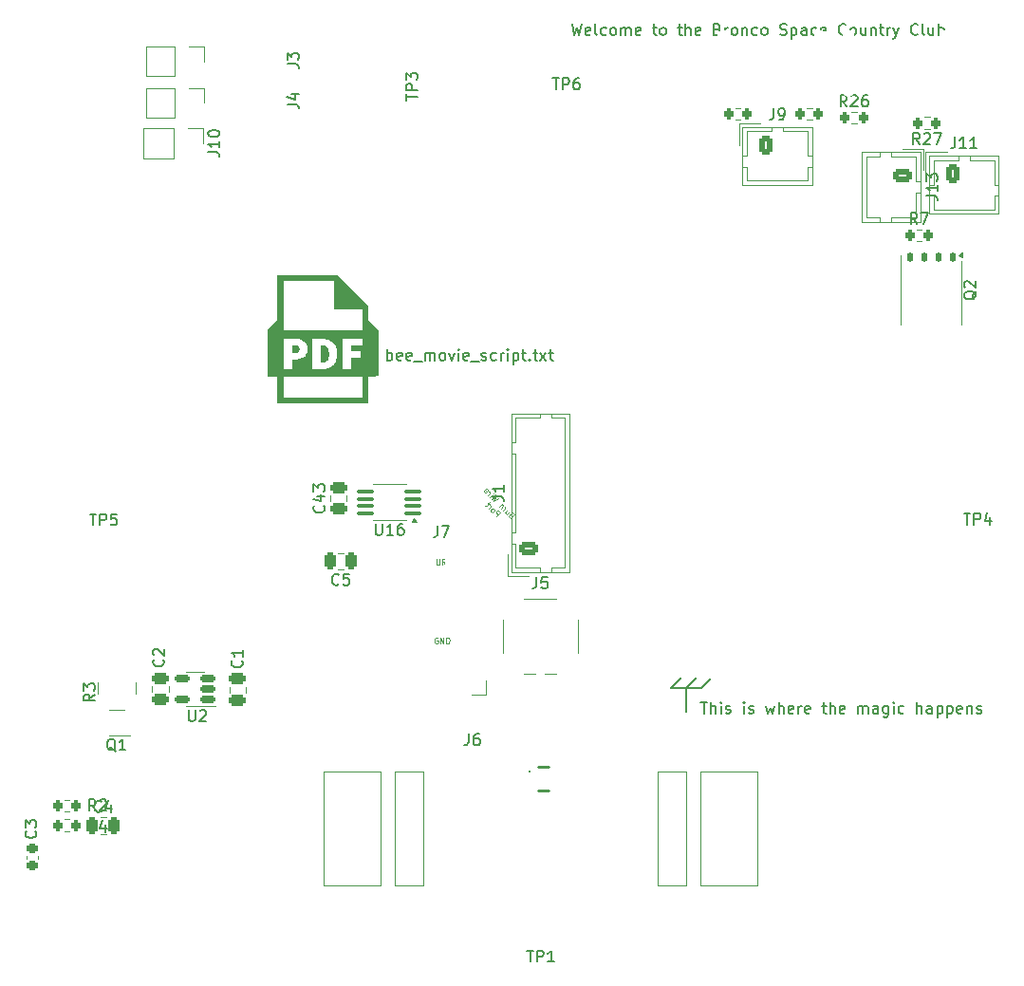
<source format=gbr>
%TF.GenerationSoftware,KiCad,Pcbnew,9.0.3*%
%TF.CreationDate,2025-08-04T00:09:04-07:00*%
%TF.ProjectId,antenna_top_cap_v2b_cygnet_special,616e7465-6e6e-4615-9f74-6f705f636170,rev?*%
%TF.SameCoordinates,Original*%
%TF.FileFunction,Legend,Top*%
%TF.FilePolarity,Positive*%
%FSLAX46Y46*%
G04 Gerber Fmt 4.6, Leading zero omitted, Abs format (unit mm)*
G04 Created by KiCad (PCBNEW 9.0.3) date 2025-08-04 00:09:04*
%MOMM*%
%LPD*%
G01*
G04 APERTURE LIST*
G04 Aperture macros list*
%AMRoundRect*
0 Rectangle with rounded corners*
0 $1 Rounding radius*
0 $2 $3 $4 $5 $6 $7 $8 $9 X,Y pos of 4 corners*
0 Add a 4 corners polygon primitive as box body*
4,1,4,$2,$3,$4,$5,$6,$7,$8,$9,$2,$3,0*
0 Add four circle primitives for the rounded corners*
1,1,$1+$1,$2,$3*
1,1,$1+$1,$4,$5*
1,1,$1+$1,$6,$7*
1,1,$1+$1,$8,$9*
0 Add four rect primitives between the rounded corners*
20,1,$1+$1,$2,$3,$4,$5,0*
20,1,$1+$1,$4,$5,$6,$7,0*
20,1,$1+$1,$6,$7,$8,$9,0*
20,1,$1+$1,$8,$9,$2,$3,0*%
%AMFreePoly0*
4,1,17,2.675000,1.605000,1.875000,1.605000,1.875000,0.935000,2.675000,0.935000,2.675000,0.335000,1.875000,0.335000,1.875000,-0.335000,2.675000,-0.335000,2.675000,-0.935000,1.875000,-0.935000,1.875000,-1.605000,2.675000,-1.605000,2.675000,-2.205000,-1.875000,-2.205000,-1.875000,2.205000,2.675000,2.205000,2.675000,1.605000,2.675000,1.605000,$1*%
G04 Aperture macros list end*
%ADD10C,0.150000*%
%ADD11C,0.100000*%
%ADD12C,0.120000*%
%ADD13C,0.250000*%
%ADD14C,0.000000*%
%ADD15RoundRect,0.200000X-0.200000X-0.275000X0.200000X-0.275000X0.200000X0.275000X-0.200000X0.275000X0*%
%ADD16O,1.700000X1.700000*%
%ADD17R,1.700000X1.700000*%
%ADD18RoundRect,0.250000X-0.350000X-0.575000X0.350000X-0.575000X0.350000X0.575000X-0.350000X0.575000X0*%
%ADD19O,1.200000X1.650000*%
%ADD20C,5.400000*%
%ADD21RoundRect,0.250000X-0.575000X0.350000X-0.575000X-0.350000X0.575000X-0.350000X0.575000X0.350000X0*%
%ADD22O,1.650000X1.200000*%
%ADD23RoundRect,0.250000X-0.250000X-0.475000X0.250000X-0.475000X0.250000X0.475000X-0.250000X0.475000X0*%
%ADD24RoundRect,0.250000X0.475000X-0.250000X0.475000X0.250000X-0.475000X0.250000X-0.475000X-0.250000X0*%
%ADD25RoundRect,0.250000X0.575000X-0.350000X0.575000X0.350000X-0.575000X0.350000X-0.575000X-0.350000X0*%
%ADD26FreePoly0,270.000000*%
%ADD27RoundRect,0.125000X-0.125000X0.300000X-0.125000X-0.300000X0.125000X-0.300000X0.125000X0.300000X0*%
%ADD28RoundRect,0.200000X0.200000X0.275000X-0.200000X0.275000X-0.200000X-0.275000X0.200000X-0.275000X0*%
%ADD29C,1.700000*%
%ADD30R,0.800000X0.300000*%
%ADD31R,6.390000X11.320000*%
%ADD32R,6.400000X11.300000*%
%ADD33RoundRect,0.150000X0.512500X0.150000X-0.512500X0.150000X-0.512500X-0.150000X0.512500X-0.150000X0*%
%ADD34RoundRect,0.225000X-0.250000X0.225000X-0.250000X-0.225000X0.250000X-0.225000X0.250000X0.225000X0*%
%ADD35C,2.050000*%
%ADD36C,2.250000*%
%ADD37R,0.650000X0.400000*%
%ADD38R,0.500000X0.800000*%
%ADD39R,0.400000X0.800000*%
%ADD40RoundRect,0.100000X0.687500X0.100000X-0.687500X0.100000X-0.687500X-0.100000X0.687500X-0.100000X0*%
%ADD41R,1.500000X1.800000*%
%ADD42RoundRect,0.250000X0.250000X0.475000X-0.250000X0.475000X-0.250000X-0.475000X0.250000X-0.475000X0*%
%ADD43C,0.650000*%
%ADD44O,1.000000X1.600000*%
%ADD45O,1.000000X2.100000*%
G04 APERTURE END LIST*
D10*
X178775800Y-125654400D02*
X178775800Y-123564400D01*
X177395800Y-123564400D02*
X178325800Y-122634400D01*
X178775800Y-123564400D02*
X179705800Y-122634400D01*
X178775800Y-123564400D02*
X180135800Y-123564400D01*
X180145800Y-123564400D02*
X180985800Y-122724400D01*
X178775800Y-123564400D02*
X177395800Y-123564400D01*
X168576749Y-64274219D02*
X168814844Y-65274219D01*
X168814844Y-65274219D02*
X169005320Y-64559933D01*
X169005320Y-64559933D02*
X169195796Y-65274219D01*
X169195796Y-65274219D02*
X169433892Y-64274219D01*
X170195796Y-65226600D02*
X170100558Y-65274219D01*
X170100558Y-65274219D02*
X169910082Y-65274219D01*
X169910082Y-65274219D02*
X169814844Y-65226600D01*
X169814844Y-65226600D02*
X169767225Y-65131361D01*
X169767225Y-65131361D02*
X169767225Y-64750409D01*
X169767225Y-64750409D02*
X169814844Y-64655171D01*
X169814844Y-64655171D02*
X169910082Y-64607552D01*
X169910082Y-64607552D02*
X170100558Y-64607552D01*
X170100558Y-64607552D02*
X170195796Y-64655171D01*
X170195796Y-64655171D02*
X170243415Y-64750409D01*
X170243415Y-64750409D02*
X170243415Y-64845647D01*
X170243415Y-64845647D02*
X169767225Y-64940885D01*
X170814844Y-65274219D02*
X170719606Y-65226600D01*
X170719606Y-65226600D02*
X170671987Y-65131361D01*
X170671987Y-65131361D02*
X170671987Y-64274219D01*
X171624368Y-65226600D02*
X171529130Y-65274219D01*
X171529130Y-65274219D02*
X171338654Y-65274219D01*
X171338654Y-65274219D02*
X171243416Y-65226600D01*
X171243416Y-65226600D02*
X171195797Y-65178980D01*
X171195797Y-65178980D02*
X171148178Y-65083742D01*
X171148178Y-65083742D02*
X171148178Y-64798028D01*
X171148178Y-64798028D02*
X171195797Y-64702790D01*
X171195797Y-64702790D02*
X171243416Y-64655171D01*
X171243416Y-64655171D02*
X171338654Y-64607552D01*
X171338654Y-64607552D02*
X171529130Y-64607552D01*
X171529130Y-64607552D02*
X171624368Y-64655171D01*
X172195797Y-65274219D02*
X172100559Y-65226600D01*
X172100559Y-65226600D02*
X172052940Y-65178980D01*
X172052940Y-65178980D02*
X172005321Y-65083742D01*
X172005321Y-65083742D02*
X172005321Y-64798028D01*
X172005321Y-64798028D02*
X172052940Y-64702790D01*
X172052940Y-64702790D02*
X172100559Y-64655171D01*
X172100559Y-64655171D02*
X172195797Y-64607552D01*
X172195797Y-64607552D02*
X172338654Y-64607552D01*
X172338654Y-64607552D02*
X172433892Y-64655171D01*
X172433892Y-64655171D02*
X172481511Y-64702790D01*
X172481511Y-64702790D02*
X172529130Y-64798028D01*
X172529130Y-64798028D02*
X172529130Y-65083742D01*
X172529130Y-65083742D02*
X172481511Y-65178980D01*
X172481511Y-65178980D02*
X172433892Y-65226600D01*
X172433892Y-65226600D02*
X172338654Y-65274219D01*
X172338654Y-65274219D02*
X172195797Y-65274219D01*
X172957702Y-65274219D02*
X172957702Y-64607552D01*
X172957702Y-64702790D02*
X173005321Y-64655171D01*
X173005321Y-64655171D02*
X173100559Y-64607552D01*
X173100559Y-64607552D02*
X173243416Y-64607552D01*
X173243416Y-64607552D02*
X173338654Y-64655171D01*
X173338654Y-64655171D02*
X173386273Y-64750409D01*
X173386273Y-64750409D02*
X173386273Y-65274219D01*
X173386273Y-64750409D02*
X173433892Y-64655171D01*
X173433892Y-64655171D02*
X173529130Y-64607552D01*
X173529130Y-64607552D02*
X173671987Y-64607552D01*
X173671987Y-64607552D02*
X173767226Y-64655171D01*
X173767226Y-64655171D02*
X173814845Y-64750409D01*
X173814845Y-64750409D02*
X173814845Y-65274219D01*
X174671987Y-65226600D02*
X174576749Y-65274219D01*
X174576749Y-65274219D02*
X174386273Y-65274219D01*
X174386273Y-65274219D02*
X174291035Y-65226600D01*
X174291035Y-65226600D02*
X174243416Y-65131361D01*
X174243416Y-65131361D02*
X174243416Y-64750409D01*
X174243416Y-64750409D02*
X174291035Y-64655171D01*
X174291035Y-64655171D02*
X174386273Y-64607552D01*
X174386273Y-64607552D02*
X174576749Y-64607552D01*
X174576749Y-64607552D02*
X174671987Y-64655171D01*
X174671987Y-64655171D02*
X174719606Y-64750409D01*
X174719606Y-64750409D02*
X174719606Y-64845647D01*
X174719606Y-64845647D02*
X174243416Y-64940885D01*
X175767226Y-64607552D02*
X176148178Y-64607552D01*
X175910083Y-64274219D02*
X175910083Y-65131361D01*
X175910083Y-65131361D02*
X175957702Y-65226600D01*
X175957702Y-65226600D02*
X176052940Y-65274219D01*
X176052940Y-65274219D02*
X176148178Y-65274219D01*
X176624369Y-65274219D02*
X176529131Y-65226600D01*
X176529131Y-65226600D02*
X176481512Y-65178980D01*
X176481512Y-65178980D02*
X176433893Y-65083742D01*
X176433893Y-65083742D02*
X176433893Y-64798028D01*
X176433893Y-64798028D02*
X176481512Y-64702790D01*
X176481512Y-64702790D02*
X176529131Y-64655171D01*
X176529131Y-64655171D02*
X176624369Y-64607552D01*
X176624369Y-64607552D02*
X176767226Y-64607552D01*
X176767226Y-64607552D02*
X176862464Y-64655171D01*
X176862464Y-64655171D02*
X176910083Y-64702790D01*
X176910083Y-64702790D02*
X176957702Y-64798028D01*
X176957702Y-64798028D02*
X176957702Y-65083742D01*
X176957702Y-65083742D02*
X176910083Y-65178980D01*
X176910083Y-65178980D02*
X176862464Y-65226600D01*
X176862464Y-65226600D02*
X176767226Y-65274219D01*
X176767226Y-65274219D02*
X176624369Y-65274219D01*
X178005322Y-64607552D02*
X178386274Y-64607552D01*
X178148179Y-64274219D02*
X178148179Y-65131361D01*
X178148179Y-65131361D02*
X178195798Y-65226600D01*
X178195798Y-65226600D02*
X178291036Y-65274219D01*
X178291036Y-65274219D02*
X178386274Y-65274219D01*
X178719608Y-65274219D02*
X178719608Y-64274219D01*
X179148179Y-65274219D02*
X179148179Y-64750409D01*
X179148179Y-64750409D02*
X179100560Y-64655171D01*
X179100560Y-64655171D02*
X179005322Y-64607552D01*
X179005322Y-64607552D02*
X178862465Y-64607552D01*
X178862465Y-64607552D02*
X178767227Y-64655171D01*
X178767227Y-64655171D02*
X178719608Y-64702790D01*
X180005322Y-65226600D02*
X179910084Y-65274219D01*
X179910084Y-65274219D02*
X179719608Y-65274219D01*
X179719608Y-65274219D02*
X179624370Y-65226600D01*
X179624370Y-65226600D02*
X179576751Y-65131361D01*
X179576751Y-65131361D02*
X179576751Y-64750409D01*
X179576751Y-64750409D02*
X179624370Y-64655171D01*
X179624370Y-64655171D02*
X179719608Y-64607552D01*
X179719608Y-64607552D02*
X179910084Y-64607552D01*
X179910084Y-64607552D02*
X180005322Y-64655171D01*
X180005322Y-64655171D02*
X180052941Y-64750409D01*
X180052941Y-64750409D02*
X180052941Y-64845647D01*
X180052941Y-64845647D02*
X179576751Y-64940885D01*
X181576751Y-64750409D02*
X181719608Y-64798028D01*
X181719608Y-64798028D02*
X181767227Y-64845647D01*
X181767227Y-64845647D02*
X181814846Y-64940885D01*
X181814846Y-64940885D02*
X181814846Y-65083742D01*
X181814846Y-65083742D02*
X181767227Y-65178980D01*
X181767227Y-65178980D02*
X181719608Y-65226600D01*
X181719608Y-65226600D02*
X181624370Y-65274219D01*
X181624370Y-65274219D02*
X181243418Y-65274219D01*
X181243418Y-65274219D02*
X181243418Y-64274219D01*
X181243418Y-64274219D02*
X181576751Y-64274219D01*
X181576751Y-64274219D02*
X181671989Y-64321838D01*
X181671989Y-64321838D02*
X181719608Y-64369457D01*
X181719608Y-64369457D02*
X181767227Y-64464695D01*
X181767227Y-64464695D02*
X181767227Y-64559933D01*
X181767227Y-64559933D02*
X181719608Y-64655171D01*
X181719608Y-64655171D02*
X181671989Y-64702790D01*
X181671989Y-64702790D02*
X181576751Y-64750409D01*
X181576751Y-64750409D02*
X181243418Y-64750409D01*
X182243418Y-65274219D02*
X182243418Y-64607552D01*
X182243418Y-64798028D02*
X182291037Y-64702790D01*
X182291037Y-64702790D02*
X182338656Y-64655171D01*
X182338656Y-64655171D02*
X182433894Y-64607552D01*
X182433894Y-64607552D02*
X182529132Y-64607552D01*
X183005323Y-65274219D02*
X182910085Y-65226600D01*
X182910085Y-65226600D02*
X182862466Y-65178980D01*
X182862466Y-65178980D02*
X182814847Y-65083742D01*
X182814847Y-65083742D02*
X182814847Y-64798028D01*
X182814847Y-64798028D02*
X182862466Y-64702790D01*
X182862466Y-64702790D02*
X182910085Y-64655171D01*
X182910085Y-64655171D02*
X183005323Y-64607552D01*
X183005323Y-64607552D02*
X183148180Y-64607552D01*
X183148180Y-64607552D02*
X183243418Y-64655171D01*
X183243418Y-64655171D02*
X183291037Y-64702790D01*
X183291037Y-64702790D02*
X183338656Y-64798028D01*
X183338656Y-64798028D02*
X183338656Y-65083742D01*
X183338656Y-65083742D02*
X183291037Y-65178980D01*
X183291037Y-65178980D02*
X183243418Y-65226600D01*
X183243418Y-65226600D02*
X183148180Y-65274219D01*
X183148180Y-65274219D02*
X183005323Y-65274219D01*
X183767228Y-64607552D02*
X183767228Y-65274219D01*
X183767228Y-64702790D02*
X183814847Y-64655171D01*
X183814847Y-64655171D02*
X183910085Y-64607552D01*
X183910085Y-64607552D02*
X184052942Y-64607552D01*
X184052942Y-64607552D02*
X184148180Y-64655171D01*
X184148180Y-64655171D02*
X184195799Y-64750409D01*
X184195799Y-64750409D02*
X184195799Y-65274219D01*
X185100561Y-65226600D02*
X185005323Y-65274219D01*
X185005323Y-65274219D02*
X184814847Y-65274219D01*
X184814847Y-65274219D02*
X184719609Y-65226600D01*
X184719609Y-65226600D02*
X184671990Y-65178980D01*
X184671990Y-65178980D02*
X184624371Y-65083742D01*
X184624371Y-65083742D02*
X184624371Y-64798028D01*
X184624371Y-64798028D02*
X184671990Y-64702790D01*
X184671990Y-64702790D02*
X184719609Y-64655171D01*
X184719609Y-64655171D02*
X184814847Y-64607552D01*
X184814847Y-64607552D02*
X185005323Y-64607552D01*
X185005323Y-64607552D02*
X185100561Y-64655171D01*
X185671990Y-65274219D02*
X185576752Y-65226600D01*
X185576752Y-65226600D02*
X185529133Y-65178980D01*
X185529133Y-65178980D02*
X185481514Y-65083742D01*
X185481514Y-65083742D02*
X185481514Y-64798028D01*
X185481514Y-64798028D02*
X185529133Y-64702790D01*
X185529133Y-64702790D02*
X185576752Y-64655171D01*
X185576752Y-64655171D02*
X185671990Y-64607552D01*
X185671990Y-64607552D02*
X185814847Y-64607552D01*
X185814847Y-64607552D02*
X185910085Y-64655171D01*
X185910085Y-64655171D02*
X185957704Y-64702790D01*
X185957704Y-64702790D02*
X186005323Y-64798028D01*
X186005323Y-64798028D02*
X186005323Y-65083742D01*
X186005323Y-65083742D02*
X185957704Y-65178980D01*
X185957704Y-65178980D02*
X185910085Y-65226600D01*
X185910085Y-65226600D02*
X185814847Y-65274219D01*
X185814847Y-65274219D02*
X185671990Y-65274219D01*
X187148181Y-65226600D02*
X187291038Y-65274219D01*
X187291038Y-65274219D02*
X187529133Y-65274219D01*
X187529133Y-65274219D02*
X187624371Y-65226600D01*
X187624371Y-65226600D02*
X187671990Y-65178980D01*
X187671990Y-65178980D02*
X187719609Y-65083742D01*
X187719609Y-65083742D02*
X187719609Y-64988504D01*
X187719609Y-64988504D02*
X187671990Y-64893266D01*
X187671990Y-64893266D02*
X187624371Y-64845647D01*
X187624371Y-64845647D02*
X187529133Y-64798028D01*
X187529133Y-64798028D02*
X187338657Y-64750409D01*
X187338657Y-64750409D02*
X187243419Y-64702790D01*
X187243419Y-64702790D02*
X187195800Y-64655171D01*
X187195800Y-64655171D02*
X187148181Y-64559933D01*
X187148181Y-64559933D02*
X187148181Y-64464695D01*
X187148181Y-64464695D02*
X187195800Y-64369457D01*
X187195800Y-64369457D02*
X187243419Y-64321838D01*
X187243419Y-64321838D02*
X187338657Y-64274219D01*
X187338657Y-64274219D02*
X187576752Y-64274219D01*
X187576752Y-64274219D02*
X187719609Y-64321838D01*
X188148181Y-64607552D02*
X188148181Y-65607552D01*
X188148181Y-64655171D02*
X188243419Y-64607552D01*
X188243419Y-64607552D02*
X188433895Y-64607552D01*
X188433895Y-64607552D02*
X188529133Y-64655171D01*
X188529133Y-64655171D02*
X188576752Y-64702790D01*
X188576752Y-64702790D02*
X188624371Y-64798028D01*
X188624371Y-64798028D02*
X188624371Y-65083742D01*
X188624371Y-65083742D02*
X188576752Y-65178980D01*
X188576752Y-65178980D02*
X188529133Y-65226600D01*
X188529133Y-65226600D02*
X188433895Y-65274219D01*
X188433895Y-65274219D02*
X188243419Y-65274219D01*
X188243419Y-65274219D02*
X188148181Y-65226600D01*
X189481514Y-65274219D02*
X189481514Y-64750409D01*
X189481514Y-64750409D02*
X189433895Y-64655171D01*
X189433895Y-64655171D02*
X189338657Y-64607552D01*
X189338657Y-64607552D02*
X189148181Y-64607552D01*
X189148181Y-64607552D02*
X189052943Y-64655171D01*
X189481514Y-65226600D02*
X189386276Y-65274219D01*
X189386276Y-65274219D02*
X189148181Y-65274219D01*
X189148181Y-65274219D02*
X189052943Y-65226600D01*
X189052943Y-65226600D02*
X189005324Y-65131361D01*
X189005324Y-65131361D02*
X189005324Y-65036123D01*
X189005324Y-65036123D02*
X189052943Y-64940885D01*
X189052943Y-64940885D02*
X189148181Y-64893266D01*
X189148181Y-64893266D02*
X189386276Y-64893266D01*
X189386276Y-64893266D02*
X189481514Y-64845647D01*
X190386276Y-65226600D02*
X190291038Y-65274219D01*
X190291038Y-65274219D02*
X190100562Y-65274219D01*
X190100562Y-65274219D02*
X190005324Y-65226600D01*
X190005324Y-65226600D02*
X189957705Y-65178980D01*
X189957705Y-65178980D02*
X189910086Y-65083742D01*
X189910086Y-65083742D02*
X189910086Y-64798028D01*
X189910086Y-64798028D02*
X189957705Y-64702790D01*
X189957705Y-64702790D02*
X190005324Y-64655171D01*
X190005324Y-64655171D02*
X190100562Y-64607552D01*
X190100562Y-64607552D02*
X190291038Y-64607552D01*
X190291038Y-64607552D02*
X190386276Y-64655171D01*
X191195800Y-65226600D02*
X191100562Y-65274219D01*
X191100562Y-65274219D02*
X190910086Y-65274219D01*
X190910086Y-65274219D02*
X190814848Y-65226600D01*
X190814848Y-65226600D02*
X190767229Y-65131361D01*
X190767229Y-65131361D02*
X190767229Y-64750409D01*
X190767229Y-64750409D02*
X190814848Y-64655171D01*
X190814848Y-64655171D02*
X190910086Y-64607552D01*
X190910086Y-64607552D02*
X191100562Y-64607552D01*
X191100562Y-64607552D02*
X191195800Y-64655171D01*
X191195800Y-64655171D02*
X191243419Y-64750409D01*
X191243419Y-64750409D02*
X191243419Y-64845647D01*
X191243419Y-64845647D02*
X190767229Y-64940885D01*
X193005324Y-65178980D02*
X192957705Y-65226600D01*
X192957705Y-65226600D02*
X192814848Y-65274219D01*
X192814848Y-65274219D02*
X192719610Y-65274219D01*
X192719610Y-65274219D02*
X192576753Y-65226600D01*
X192576753Y-65226600D02*
X192481515Y-65131361D01*
X192481515Y-65131361D02*
X192433896Y-65036123D01*
X192433896Y-65036123D02*
X192386277Y-64845647D01*
X192386277Y-64845647D02*
X192386277Y-64702790D01*
X192386277Y-64702790D02*
X192433896Y-64512314D01*
X192433896Y-64512314D02*
X192481515Y-64417076D01*
X192481515Y-64417076D02*
X192576753Y-64321838D01*
X192576753Y-64321838D02*
X192719610Y-64274219D01*
X192719610Y-64274219D02*
X192814848Y-64274219D01*
X192814848Y-64274219D02*
X192957705Y-64321838D01*
X192957705Y-64321838D02*
X193005324Y-64369457D01*
X193576753Y-65274219D02*
X193481515Y-65226600D01*
X193481515Y-65226600D02*
X193433896Y-65178980D01*
X193433896Y-65178980D02*
X193386277Y-65083742D01*
X193386277Y-65083742D02*
X193386277Y-64798028D01*
X193386277Y-64798028D02*
X193433896Y-64702790D01*
X193433896Y-64702790D02*
X193481515Y-64655171D01*
X193481515Y-64655171D02*
X193576753Y-64607552D01*
X193576753Y-64607552D02*
X193719610Y-64607552D01*
X193719610Y-64607552D02*
X193814848Y-64655171D01*
X193814848Y-64655171D02*
X193862467Y-64702790D01*
X193862467Y-64702790D02*
X193910086Y-64798028D01*
X193910086Y-64798028D02*
X193910086Y-65083742D01*
X193910086Y-65083742D02*
X193862467Y-65178980D01*
X193862467Y-65178980D02*
X193814848Y-65226600D01*
X193814848Y-65226600D02*
X193719610Y-65274219D01*
X193719610Y-65274219D02*
X193576753Y-65274219D01*
X194767229Y-64607552D02*
X194767229Y-65274219D01*
X194338658Y-64607552D02*
X194338658Y-65131361D01*
X194338658Y-65131361D02*
X194386277Y-65226600D01*
X194386277Y-65226600D02*
X194481515Y-65274219D01*
X194481515Y-65274219D02*
X194624372Y-65274219D01*
X194624372Y-65274219D02*
X194719610Y-65226600D01*
X194719610Y-65226600D02*
X194767229Y-65178980D01*
X195243420Y-64607552D02*
X195243420Y-65274219D01*
X195243420Y-64702790D02*
X195291039Y-64655171D01*
X195291039Y-64655171D02*
X195386277Y-64607552D01*
X195386277Y-64607552D02*
X195529134Y-64607552D01*
X195529134Y-64607552D02*
X195624372Y-64655171D01*
X195624372Y-64655171D02*
X195671991Y-64750409D01*
X195671991Y-64750409D02*
X195671991Y-65274219D01*
X196005325Y-64607552D02*
X196386277Y-64607552D01*
X196148182Y-64274219D02*
X196148182Y-65131361D01*
X196148182Y-65131361D02*
X196195801Y-65226600D01*
X196195801Y-65226600D02*
X196291039Y-65274219D01*
X196291039Y-65274219D02*
X196386277Y-65274219D01*
X196719611Y-65274219D02*
X196719611Y-64607552D01*
X196719611Y-64798028D02*
X196767230Y-64702790D01*
X196767230Y-64702790D02*
X196814849Y-64655171D01*
X196814849Y-64655171D02*
X196910087Y-64607552D01*
X196910087Y-64607552D02*
X197005325Y-64607552D01*
X197243421Y-64607552D02*
X197481516Y-65274219D01*
X197719611Y-64607552D02*
X197481516Y-65274219D01*
X197481516Y-65274219D02*
X197386278Y-65512314D01*
X197386278Y-65512314D02*
X197338659Y-65559933D01*
X197338659Y-65559933D02*
X197243421Y-65607552D01*
X199433897Y-65178980D02*
X199386278Y-65226600D01*
X199386278Y-65226600D02*
X199243421Y-65274219D01*
X199243421Y-65274219D02*
X199148183Y-65274219D01*
X199148183Y-65274219D02*
X199005326Y-65226600D01*
X199005326Y-65226600D02*
X198910088Y-65131361D01*
X198910088Y-65131361D02*
X198862469Y-65036123D01*
X198862469Y-65036123D02*
X198814850Y-64845647D01*
X198814850Y-64845647D02*
X198814850Y-64702790D01*
X198814850Y-64702790D02*
X198862469Y-64512314D01*
X198862469Y-64512314D02*
X198910088Y-64417076D01*
X198910088Y-64417076D02*
X199005326Y-64321838D01*
X199005326Y-64321838D02*
X199148183Y-64274219D01*
X199148183Y-64274219D02*
X199243421Y-64274219D01*
X199243421Y-64274219D02*
X199386278Y-64321838D01*
X199386278Y-64321838D02*
X199433897Y-64369457D01*
X200005326Y-65274219D02*
X199910088Y-65226600D01*
X199910088Y-65226600D02*
X199862469Y-65131361D01*
X199862469Y-65131361D02*
X199862469Y-64274219D01*
X200814850Y-64607552D02*
X200814850Y-65274219D01*
X200386279Y-64607552D02*
X200386279Y-65131361D01*
X200386279Y-65131361D02*
X200433898Y-65226600D01*
X200433898Y-65226600D02*
X200529136Y-65274219D01*
X200529136Y-65274219D02*
X200671993Y-65274219D01*
X200671993Y-65274219D02*
X200767231Y-65226600D01*
X200767231Y-65226600D02*
X200814850Y-65178980D01*
X201291041Y-65274219D02*
X201291041Y-64274219D01*
X201291041Y-64655171D02*
X201386279Y-64607552D01*
X201386279Y-64607552D02*
X201576755Y-64607552D01*
X201576755Y-64607552D02*
X201671993Y-64655171D01*
X201671993Y-64655171D02*
X201719612Y-64702790D01*
X201719612Y-64702790D02*
X201767231Y-64798028D01*
X201767231Y-64798028D02*
X201767231Y-65083742D01*
X201767231Y-65083742D02*
X201719612Y-65178980D01*
X201719612Y-65178980D02*
X201671993Y-65226600D01*
X201671993Y-65226600D02*
X201576755Y-65274219D01*
X201576755Y-65274219D02*
X201386279Y-65274219D01*
X201386279Y-65274219D02*
X201291041Y-65226600D01*
X152082579Y-94289219D02*
X152082579Y-93289219D01*
X152082579Y-93670171D02*
X152177817Y-93622552D01*
X152177817Y-93622552D02*
X152368293Y-93622552D01*
X152368293Y-93622552D02*
X152463531Y-93670171D01*
X152463531Y-93670171D02*
X152511150Y-93717790D01*
X152511150Y-93717790D02*
X152558769Y-93813028D01*
X152558769Y-93813028D02*
X152558769Y-94098742D01*
X152558769Y-94098742D02*
X152511150Y-94193980D01*
X152511150Y-94193980D02*
X152463531Y-94241600D01*
X152463531Y-94241600D02*
X152368293Y-94289219D01*
X152368293Y-94289219D02*
X152177817Y-94289219D01*
X152177817Y-94289219D02*
X152082579Y-94241600D01*
X153368293Y-94241600D02*
X153273055Y-94289219D01*
X153273055Y-94289219D02*
X153082579Y-94289219D01*
X153082579Y-94289219D02*
X152987341Y-94241600D01*
X152987341Y-94241600D02*
X152939722Y-94146361D01*
X152939722Y-94146361D02*
X152939722Y-93765409D01*
X152939722Y-93765409D02*
X152987341Y-93670171D01*
X152987341Y-93670171D02*
X153082579Y-93622552D01*
X153082579Y-93622552D02*
X153273055Y-93622552D01*
X153273055Y-93622552D02*
X153368293Y-93670171D01*
X153368293Y-93670171D02*
X153415912Y-93765409D01*
X153415912Y-93765409D02*
X153415912Y-93860647D01*
X153415912Y-93860647D02*
X152939722Y-93955885D01*
X154225436Y-94241600D02*
X154130198Y-94289219D01*
X154130198Y-94289219D02*
X153939722Y-94289219D01*
X153939722Y-94289219D02*
X153844484Y-94241600D01*
X153844484Y-94241600D02*
X153796865Y-94146361D01*
X153796865Y-94146361D02*
X153796865Y-93765409D01*
X153796865Y-93765409D02*
X153844484Y-93670171D01*
X153844484Y-93670171D02*
X153939722Y-93622552D01*
X153939722Y-93622552D02*
X154130198Y-93622552D01*
X154130198Y-93622552D02*
X154225436Y-93670171D01*
X154225436Y-93670171D02*
X154273055Y-93765409D01*
X154273055Y-93765409D02*
X154273055Y-93860647D01*
X154273055Y-93860647D02*
X153796865Y-93955885D01*
X154463532Y-94384457D02*
X155225436Y-94384457D01*
X155463532Y-94289219D02*
X155463532Y-93622552D01*
X155463532Y-93717790D02*
X155511151Y-93670171D01*
X155511151Y-93670171D02*
X155606389Y-93622552D01*
X155606389Y-93622552D02*
X155749246Y-93622552D01*
X155749246Y-93622552D02*
X155844484Y-93670171D01*
X155844484Y-93670171D02*
X155892103Y-93765409D01*
X155892103Y-93765409D02*
X155892103Y-94289219D01*
X155892103Y-93765409D02*
X155939722Y-93670171D01*
X155939722Y-93670171D02*
X156034960Y-93622552D01*
X156034960Y-93622552D02*
X156177817Y-93622552D01*
X156177817Y-93622552D02*
X156273056Y-93670171D01*
X156273056Y-93670171D02*
X156320675Y-93765409D01*
X156320675Y-93765409D02*
X156320675Y-94289219D01*
X156939722Y-94289219D02*
X156844484Y-94241600D01*
X156844484Y-94241600D02*
X156796865Y-94193980D01*
X156796865Y-94193980D02*
X156749246Y-94098742D01*
X156749246Y-94098742D02*
X156749246Y-93813028D01*
X156749246Y-93813028D02*
X156796865Y-93717790D01*
X156796865Y-93717790D02*
X156844484Y-93670171D01*
X156844484Y-93670171D02*
X156939722Y-93622552D01*
X156939722Y-93622552D02*
X157082579Y-93622552D01*
X157082579Y-93622552D02*
X157177817Y-93670171D01*
X157177817Y-93670171D02*
X157225436Y-93717790D01*
X157225436Y-93717790D02*
X157273055Y-93813028D01*
X157273055Y-93813028D02*
X157273055Y-94098742D01*
X157273055Y-94098742D02*
X157225436Y-94193980D01*
X157225436Y-94193980D02*
X157177817Y-94241600D01*
X157177817Y-94241600D02*
X157082579Y-94289219D01*
X157082579Y-94289219D02*
X156939722Y-94289219D01*
X157606389Y-93622552D02*
X157844484Y-94289219D01*
X157844484Y-94289219D02*
X158082579Y-93622552D01*
X158463532Y-94289219D02*
X158463532Y-93622552D01*
X158463532Y-93289219D02*
X158415913Y-93336838D01*
X158415913Y-93336838D02*
X158463532Y-93384457D01*
X158463532Y-93384457D02*
X158511151Y-93336838D01*
X158511151Y-93336838D02*
X158463532Y-93289219D01*
X158463532Y-93289219D02*
X158463532Y-93384457D01*
X159320674Y-94241600D02*
X159225436Y-94289219D01*
X159225436Y-94289219D02*
X159034960Y-94289219D01*
X159034960Y-94289219D02*
X158939722Y-94241600D01*
X158939722Y-94241600D02*
X158892103Y-94146361D01*
X158892103Y-94146361D02*
X158892103Y-93765409D01*
X158892103Y-93765409D02*
X158939722Y-93670171D01*
X158939722Y-93670171D02*
X159034960Y-93622552D01*
X159034960Y-93622552D02*
X159225436Y-93622552D01*
X159225436Y-93622552D02*
X159320674Y-93670171D01*
X159320674Y-93670171D02*
X159368293Y-93765409D01*
X159368293Y-93765409D02*
X159368293Y-93860647D01*
X159368293Y-93860647D02*
X158892103Y-93955885D01*
X159558770Y-94384457D02*
X160320674Y-94384457D01*
X160511151Y-94241600D02*
X160606389Y-94289219D01*
X160606389Y-94289219D02*
X160796865Y-94289219D01*
X160796865Y-94289219D02*
X160892103Y-94241600D01*
X160892103Y-94241600D02*
X160939722Y-94146361D01*
X160939722Y-94146361D02*
X160939722Y-94098742D01*
X160939722Y-94098742D02*
X160892103Y-94003504D01*
X160892103Y-94003504D02*
X160796865Y-93955885D01*
X160796865Y-93955885D02*
X160654008Y-93955885D01*
X160654008Y-93955885D02*
X160558770Y-93908266D01*
X160558770Y-93908266D02*
X160511151Y-93813028D01*
X160511151Y-93813028D02*
X160511151Y-93765409D01*
X160511151Y-93765409D02*
X160558770Y-93670171D01*
X160558770Y-93670171D02*
X160654008Y-93622552D01*
X160654008Y-93622552D02*
X160796865Y-93622552D01*
X160796865Y-93622552D02*
X160892103Y-93670171D01*
X161796865Y-94241600D02*
X161701627Y-94289219D01*
X161701627Y-94289219D02*
X161511151Y-94289219D01*
X161511151Y-94289219D02*
X161415913Y-94241600D01*
X161415913Y-94241600D02*
X161368294Y-94193980D01*
X161368294Y-94193980D02*
X161320675Y-94098742D01*
X161320675Y-94098742D02*
X161320675Y-93813028D01*
X161320675Y-93813028D02*
X161368294Y-93717790D01*
X161368294Y-93717790D02*
X161415913Y-93670171D01*
X161415913Y-93670171D02*
X161511151Y-93622552D01*
X161511151Y-93622552D02*
X161701627Y-93622552D01*
X161701627Y-93622552D02*
X161796865Y-93670171D01*
X162225437Y-94289219D02*
X162225437Y-93622552D01*
X162225437Y-93813028D02*
X162273056Y-93717790D01*
X162273056Y-93717790D02*
X162320675Y-93670171D01*
X162320675Y-93670171D02*
X162415913Y-93622552D01*
X162415913Y-93622552D02*
X162511151Y-93622552D01*
X162844485Y-94289219D02*
X162844485Y-93622552D01*
X162844485Y-93289219D02*
X162796866Y-93336838D01*
X162796866Y-93336838D02*
X162844485Y-93384457D01*
X162844485Y-93384457D02*
X162892104Y-93336838D01*
X162892104Y-93336838D02*
X162844485Y-93289219D01*
X162844485Y-93289219D02*
X162844485Y-93384457D01*
X163320675Y-93622552D02*
X163320675Y-94622552D01*
X163320675Y-93670171D02*
X163415913Y-93622552D01*
X163415913Y-93622552D02*
X163606389Y-93622552D01*
X163606389Y-93622552D02*
X163701627Y-93670171D01*
X163701627Y-93670171D02*
X163749246Y-93717790D01*
X163749246Y-93717790D02*
X163796865Y-93813028D01*
X163796865Y-93813028D02*
X163796865Y-94098742D01*
X163796865Y-94098742D02*
X163749246Y-94193980D01*
X163749246Y-94193980D02*
X163701627Y-94241600D01*
X163701627Y-94241600D02*
X163606389Y-94289219D01*
X163606389Y-94289219D02*
X163415913Y-94289219D01*
X163415913Y-94289219D02*
X163320675Y-94241600D01*
X164082580Y-93622552D02*
X164463532Y-93622552D01*
X164225437Y-93289219D02*
X164225437Y-94146361D01*
X164225437Y-94146361D02*
X164273056Y-94241600D01*
X164273056Y-94241600D02*
X164368294Y-94289219D01*
X164368294Y-94289219D02*
X164463532Y-94289219D01*
X164796866Y-94193980D02*
X164844485Y-94241600D01*
X164844485Y-94241600D02*
X164796866Y-94289219D01*
X164796866Y-94289219D02*
X164749247Y-94241600D01*
X164749247Y-94241600D02*
X164796866Y-94193980D01*
X164796866Y-94193980D02*
X164796866Y-94289219D01*
X165130199Y-93622552D02*
X165511151Y-93622552D01*
X165273056Y-93289219D02*
X165273056Y-94146361D01*
X165273056Y-94146361D02*
X165320675Y-94241600D01*
X165320675Y-94241600D02*
X165415913Y-94289219D01*
X165415913Y-94289219D02*
X165511151Y-94289219D01*
X165749247Y-94289219D02*
X166273056Y-93622552D01*
X165749247Y-93622552D02*
X166273056Y-94289219D01*
X166511152Y-93622552D02*
X166892104Y-93622552D01*
X166654009Y-93289219D02*
X166654009Y-94146361D01*
X166654009Y-94146361D02*
X166701628Y-94241600D01*
X166701628Y-94241600D02*
X166796866Y-94289219D01*
X166796866Y-94289219D02*
X166892104Y-94289219D01*
X180074370Y-124794219D02*
X180645798Y-124794219D01*
X180360084Y-125794219D02*
X180360084Y-124794219D01*
X180979132Y-125794219D02*
X180979132Y-124794219D01*
X181407703Y-125794219D02*
X181407703Y-125270409D01*
X181407703Y-125270409D02*
X181360084Y-125175171D01*
X181360084Y-125175171D02*
X181264846Y-125127552D01*
X181264846Y-125127552D02*
X181121989Y-125127552D01*
X181121989Y-125127552D02*
X181026751Y-125175171D01*
X181026751Y-125175171D02*
X180979132Y-125222790D01*
X181883894Y-125794219D02*
X181883894Y-125127552D01*
X181883894Y-124794219D02*
X181836275Y-124841838D01*
X181836275Y-124841838D02*
X181883894Y-124889457D01*
X181883894Y-124889457D02*
X181931513Y-124841838D01*
X181931513Y-124841838D02*
X181883894Y-124794219D01*
X181883894Y-124794219D02*
X181883894Y-124889457D01*
X182312465Y-125746600D02*
X182407703Y-125794219D01*
X182407703Y-125794219D02*
X182598179Y-125794219D01*
X182598179Y-125794219D02*
X182693417Y-125746600D01*
X182693417Y-125746600D02*
X182741036Y-125651361D01*
X182741036Y-125651361D02*
X182741036Y-125603742D01*
X182741036Y-125603742D02*
X182693417Y-125508504D01*
X182693417Y-125508504D02*
X182598179Y-125460885D01*
X182598179Y-125460885D02*
X182455322Y-125460885D01*
X182455322Y-125460885D02*
X182360084Y-125413266D01*
X182360084Y-125413266D02*
X182312465Y-125318028D01*
X182312465Y-125318028D02*
X182312465Y-125270409D01*
X182312465Y-125270409D02*
X182360084Y-125175171D01*
X182360084Y-125175171D02*
X182455322Y-125127552D01*
X182455322Y-125127552D02*
X182598179Y-125127552D01*
X182598179Y-125127552D02*
X182693417Y-125175171D01*
X183931513Y-125794219D02*
X183931513Y-125127552D01*
X183931513Y-124794219D02*
X183883894Y-124841838D01*
X183883894Y-124841838D02*
X183931513Y-124889457D01*
X183931513Y-124889457D02*
X183979132Y-124841838D01*
X183979132Y-124841838D02*
X183931513Y-124794219D01*
X183931513Y-124794219D02*
X183931513Y-124889457D01*
X184360084Y-125746600D02*
X184455322Y-125794219D01*
X184455322Y-125794219D02*
X184645798Y-125794219D01*
X184645798Y-125794219D02*
X184741036Y-125746600D01*
X184741036Y-125746600D02*
X184788655Y-125651361D01*
X184788655Y-125651361D02*
X184788655Y-125603742D01*
X184788655Y-125603742D02*
X184741036Y-125508504D01*
X184741036Y-125508504D02*
X184645798Y-125460885D01*
X184645798Y-125460885D02*
X184502941Y-125460885D01*
X184502941Y-125460885D02*
X184407703Y-125413266D01*
X184407703Y-125413266D02*
X184360084Y-125318028D01*
X184360084Y-125318028D02*
X184360084Y-125270409D01*
X184360084Y-125270409D02*
X184407703Y-125175171D01*
X184407703Y-125175171D02*
X184502941Y-125127552D01*
X184502941Y-125127552D02*
X184645798Y-125127552D01*
X184645798Y-125127552D02*
X184741036Y-125175171D01*
X185883894Y-125127552D02*
X186074370Y-125794219D01*
X186074370Y-125794219D02*
X186264846Y-125318028D01*
X186264846Y-125318028D02*
X186455322Y-125794219D01*
X186455322Y-125794219D02*
X186645798Y-125127552D01*
X187026751Y-125794219D02*
X187026751Y-124794219D01*
X187455322Y-125794219D02*
X187455322Y-125270409D01*
X187455322Y-125270409D02*
X187407703Y-125175171D01*
X187407703Y-125175171D02*
X187312465Y-125127552D01*
X187312465Y-125127552D02*
X187169608Y-125127552D01*
X187169608Y-125127552D02*
X187074370Y-125175171D01*
X187074370Y-125175171D02*
X187026751Y-125222790D01*
X188312465Y-125746600D02*
X188217227Y-125794219D01*
X188217227Y-125794219D02*
X188026751Y-125794219D01*
X188026751Y-125794219D02*
X187931513Y-125746600D01*
X187931513Y-125746600D02*
X187883894Y-125651361D01*
X187883894Y-125651361D02*
X187883894Y-125270409D01*
X187883894Y-125270409D02*
X187931513Y-125175171D01*
X187931513Y-125175171D02*
X188026751Y-125127552D01*
X188026751Y-125127552D02*
X188217227Y-125127552D01*
X188217227Y-125127552D02*
X188312465Y-125175171D01*
X188312465Y-125175171D02*
X188360084Y-125270409D01*
X188360084Y-125270409D02*
X188360084Y-125365647D01*
X188360084Y-125365647D02*
X187883894Y-125460885D01*
X188788656Y-125794219D02*
X188788656Y-125127552D01*
X188788656Y-125318028D02*
X188836275Y-125222790D01*
X188836275Y-125222790D02*
X188883894Y-125175171D01*
X188883894Y-125175171D02*
X188979132Y-125127552D01*
X188979132Y-125127552D02*
X189074370Y-125127552D01*
X189788656Y-125746600D02*
X189693418Y-125794219D01*
X189693418Y-125794219D02*
X189502942Y-125794219D01*
X189502942Y-125794219D02*
X189407704Y-125746600D01*
X189407704Y-125746600D02*
X189360085Y-125651361D01*
X189360085Y-125651361D02*
X189360085Y-125270409D01*
X189360085Y-125270409D02*
X189407704Y-125175171D01*
X189407704Y-125175171D02*
X189502942Y-125127552D01*
X189502942Y-125127552D02*
X189693418Y-125127552D01*
X189693418Y-125127552D02*
X189788656Y-125175171D01*
X189788656Y-125175171D02*
X189836275Y-125270409D01*
X189836275Y-125270409D02*
X189836275Y-125365647D01*
X189836275Y-125365647D02*
X189360085Y-125460885D01*
X190883895Y-125127552D02*
X191264847Y-125127552D01*
X191026752Y-124794219D02*
X191026752Y-125651361D01*
X191026752Y-125651361D02*
X191074371Y-125746600D01*
X191074371Y-125746600D02*
X191169609Y-125794219D01*
X191169609Y-125794219D02*
X191264847Y-125794219D01*
X191598181Y-125794219D02*
X191598181Y-124794219D01*
X192026752Y-125794219D02*
X192026752Y-125270409D01*
X192026752Y-125270409D02*
X191979133Y-125175171D01*
X191979133Y-125175171D02*
X191883895Y-125127552D01*
X191883895Y-125127552D02*
X191741038Y-125127552D01*
X191741038Y-125127552D02*
X191645800Y-125175171D01*
X191645800Y-125175171D02*
X191598181Y-125222790D01*
X192883895Y-125746600D02*
X192788657Y-125794219D01*
X192788657Y-125794219D02*
X192598181Y-125794219D01*
X192598181Y-125794219D02*
X192502943Y-125746600D01*
X192502943Y-125746600D02*
X192455324Y-125651361D01*
X192455324Y-125651361D02*
X192455324Y-125270409D01*
X192455324Y-125270409D02*
X192502943Y-125175171D01*
X192502943Y-125175171D02*
X192598181Y-125127552D01*
X192598181Y-125127552D02*
X192788657Y-125127552D01*
X192788657Y-125127552D02*
X192883895Y-125175171D01*
X192883895Y-125175171D02*
X192931514Y-125270409D01*
X192931514Y-125270409D02*
X192931514Y-125365647D01*
X192931514Y-125365647D02*
X192455324Y-125460885D01*
X194121991Y-125794219D02*
X194121991Y-125127552D01*
X194121991Y-125222790D02*
X194169610Y-125175171D01*
X194169610Y-125175171D02*
X194264848Y-125127552D01*
X194264848Y-125127552D02*
X194407705Y-125127552D01*
X194407705Y-125127552D02*
X194502943Y-125175171D01*
X194502943Y-125175171D02*
X194550562Y-125270409D01*
X194550562Y-125270409D02*
X194550562Y-125794219D01*
X194550562Y-125270409D02*
X194598181Y-125175171D01*
X194598181Y-125175171D02*
X194693419Y-125127552D01*
X194693419Y-125127552D02*
X194836276Y-125127552D01*
X194836276Y-125127552D02*
X194931515Y-125175171D01*
X194931515Y-125175171D02*
X194979134Y-125270409D01*
X194979134Y-125270409D02*
X194979134Y-125794219D01*
X195883895Y-125794219D02*
X195883895Y-125270409D01*
X195883895Y-125270409D02*
X195836276Y-125175171D01*
X195836276Y-125175171D02*
X195741038Y-125127552D01*
X195741038Y-125127552D02*
X195550562Y-125127552D01*
X195550562Y-125127552D02*
X195455324Y-125175171D01*
X195883895Y-125746600D02*
X195788657Y-125794219D01*
X195788657Y-125794219D02*
X195550562Y-125794219D01*
X195550562Y-125794219D02*
X195455324Y-125746600D01*
X195455324Y-125746600D02*
X195407705Y-125651361D01*
X195407705Y-125651361D02*
X195407705Y-125556123D01*
X195407705Y-125556123D02*
X195455324Y-125460885D01*
X195455324Y-125460885D02*
X195550562Y-125413266D01*
X195550562Y-125413266D02*
X195788657Y-125413266D01*
X195788657Y-125413266D02*
X195883895Y-125365647D01*
X196788657Y-125127552D02*
X196788657Y-125937076D01*
X196788657Y-125937076D02*
X196741038Y-126032314D01*
X196741038Y-126032314D02*
X196693419Y-126079933D01*
X196693419Y-126079933D02*
X196598181Y-126127552D01*
X196598181Y-126127552D02*
X196455324Y-126127552D01*
X196455324Y-126127552D02*
X196360086Y-126079933D01*
X196788657Y-125746600D02*
X196693419Y-125794219D01*
X196693419Y-125794219D02*
X196502943Y-125794219D01*
X196502943Y-125794219D02*
X196407705Y-125746600D01*
X196407705Y-125746600D02*
X196360086Y-125698980D01*
X196360086Y-125698980D02*
X196312467Y-125603742D01*
X196312467Y-125603742D02*
X196312467Y-125318028D01*
X196312467Y-125318028D02*
X196360086Y-125222790D01*
X196360086Y-125222790D02*
X196407705Y-125175171D01*
X196407705Y-125175171D02*
X196502943Y-125127552D01*
X196502943Y-125127552D02*
X196693419Y-125127552D01*
X196693419Y-125127552D02*
X196788657Y-125175171D01*
X197264848Y-125794219D02*
X197264848Y-125127552D01*
X197264848Y-124794219D02*
X197217229Y-124841838D01*
X197217229Y-124841838D02*
X197264848Y-124889457D01*
X197264848Y-124889457D02*
X197312467Y-124841838D01*
X197312467Y-124841838D02*
X197264848Y-124794219D01*
X197264848Y-124794219D02*
X197264848Y-124889457D01*
X198169609Y-125746600D02*
X198074371Y-125794219D01*
X198074371Y-125794219D02*
X197883895Y-125794219D01*
X197883895Y-125794219D02*
X197788657Y-125746600D01*
X197788657Y-125746600D02*
X197741038Y-125698980D01*
X197741038Y-125698980D02*
X197693419Y-125603742D01*
X197693419Y-125603742D02*
X197693419Y-125318028D01*
X197693419Y-125318028D02*
X197741038Y-125222790D01*
X197741038Y-125222790D02*
X197788657Y-125175171D01*
X197788657Y-125175171D02*
X197883895Y-125127552D01*
X197883895Y-125127552D02*
X198074371Y-125127552D01*
X198074371Y-125127552D02*
X198169609Y-125175171D01*
X199360086Y-125794219D02*
X199360086Y-124794219D01*
X199788657Y-125794219D02*
X199788657Y-125270409D01*
X199788657Y-125270409D02*
X199741038Y-125175171D01*
X199741038Y-125175171D02*
X199645800Y-125127552D01*
X199645800Y-125127552D02*
X199502943Y-125127552D01*
X199502943Y-125127552D02*
X199407705Y-125175171D01*
X199407705Y-125175171D02*
X199360086Y-125222790D01*
X200693419Y-125794219D02*
X200693419Y-125270409D01*
X200693419Y-125270409D02*
X200645800Y-125175171D01*
X200645800Y-125175171D02*
X200550562Y-125127552D01*
X200550562Y-125127552D02*
X200360086Y-125127552D01*
X200360086Y-125127552D02*
X200264848Y-125175171D01*
X200693419Y-125746600D02*
X200598181Y-125794219D01*
X200598181Y-125794219D02*
X200360086Y-125794219D01*
X200360086Y-125794219D02*
X200264848Y-125746600D01*
X200264848Y-125746600D02*
X200217229Y-125651361D01*
X200217229Y-125651361D02*
X200217229Y-125556123D01*
X200217229Y-125556123D02*
X200264848Y-125460885D01*
X200264848Y-125460885D02*
X200360086Y-125413266D01*
X200360086Y-125413266D02*
X200598181Y-125413266D01*
X200598181Y-125413266D02*
X200693419Y-125365647D01*
X201169610Y-125127552D02*
X201169610Y-126127552D01*
X201169610Y-125175171D02*
X201264848Y-125127552D01*
X201264848Y-125127552D02*
X201455324Y-125127552D01*
X201455324Y-125127552D02*
X201550562Y-125175171D01*
X201550562Y-125175171D02*
X201598181Y-125222790D01*
X201598181Y-125222790D02*
X201645800Y-125318028D01*
X201645800Y-125318028D02*
X201645800Y-125603742D01*
X201645800Y-125603742D02*
X201598181Y-125698980D01*
X201598181Y-125698980D02*
X201550562Y-125746600D01*
X201550562Y-125746600D02*
X201455324Y-125794219D01*
X201455324Y-125794219D02*
X201264848Y-125794219D01*
X201264848Y-125794219D02*
X201169610Y-125746600D01*
X202074372Y-125127552D02*
X202074372Y-126127552D01*
X202074372Y-125175171D02*
X202169610Y-125127552D01*
X202169610Y-125127552D02*
X202360086Y-125127552D01*
X202360086Y-125127552D02*
X202455324Y-125175171D01*
X202455324Y-125175171D02*
X202502943Y-125222790D01*
X202502943Y-125222790D02*
X202550562Y-125318028D01*
X202550562Y-125318028D02*
X202550562Y-125603742D01*
X202550562Y-125603742D02*
X202502943Y-125698980D01*
X202502943Y-125698980D02*
X202455324Y-125746600D01*
X202455324Y-125746600D02*
X202360086Y-125794219D01*
X202360086Y-125794219D02*
X202169610Y-125794219D01*
X202169610Y-125794219D02*
X202074372Y-125746600D01*
X203360086Y-125746600D02*
X203264848Y-125794219D01*
X203264848Y-125794219D02*
X203074372Y-125794219D01*
X203074372Y-125794219D02*
X202979134Y-125746600D01*
X202979134Y-125746600D02*
X202931515Y-125651361D01*
X202931515Y-125651361D02*
X202931515Y-125270409D01*
X202931515Y-125270409D02*
X202979134Y-125175171D01*
X202979134Y-125175171D02*
X203074372Y-125127552D01*
X203074372Y-125127552D02*
X203264848Y-125127552D01*
X203264848Y-125127552D02*
X203360086Y-125175171D01*
X203360086Y-125175171D02*
X203407705Y-125270409D01*
X203407705Y-125270409D02*
X203407705Y-125365647D01*
X203407705Y-125365647D02*
X202931515Y-125460885D01*
X203836277Y-125127552D02*
X203836277Y-125794219D01*
X203836277Y-125222790D02*
X203883896Y-125175171D01*
X203883896Y-125175171D02*
X203979134Y-125127552D01*
X203979134Y-125127552D02*
X204121991Y-125127552D01*
X204121991Y-125127552D02*
X204217229Y-125175171D01*
X204217229Y-125175171D02*
X204264848Y-125270409D01*
X204264848Y-125270409D02*
X204264848Y-125794219D01*
X204693420Y-125746600D02*
X204788658Y-125794219D01*
X204788658Y-125794219D02*
X204979134Y-125794219D01*
X204979134Y-125794219D02*
X205074372Y-125746600D01*
X205074372Y-125746600D02*
X205121991Y-125651361D01*
X205121991Y-125651361D02*
X205121991Y-125603742D01*
X205121991Y-125603742D02*
X205074372Y-125508504D01*
X205074372Y-125508504D02*
X204979134Y-125460885D01*
X204979134Y-125460885D02*
X204836277Y-125460885D01*
X204836277Y-125460885D02*
X204741039Y-125413266D01*
X204741039Y-125413266D02*
X204693420Y-125318028D01*
X204693420Y-125318028D02*
X204693420Y-125270409D01*
X204693420Y-125270409D02*
X204741039Y-125175171D01*
X204741039Y-125175171D02*
X204836277Y-125127552D01*
X204836277Y-125127552D02*
X204979134Y-125127552D01*
X204979134Y-125127552D02*
X205074372Y-125175171D01*
X126079133Y-136374219D02*
X125745800Y-135898028D01*
X125507705Y-136374219D02*
X125507705Y-135374219D01*
X125507705Y-135374219D02*
X125888657Y-135374219D01*
X125888657Y-135374219D02*
X125983895Y-135421838D01*
X125983895Y-135421838D02*
X126031514Y-135469457D01*
X126031514Y-135469457D02*
X126079133Y-135564695D01*
X126079133Y-135564695D02*
X126079133Y-135707552D01*
X126079133Y-135707552D02*
X126031514Y-135802790D01*
X126031514Y-135802790D02*
X125983895Y-135850409D01*
X125983895Y-135850409D02*
X125888657Y-135898028D01*
X125888657Y-135898028D02*
X125507705Y-135898028D01*
X126936276Y-135707552D02*
X126936276Y-136374219D01*
X126698181Y-135326600D02*
X126460086Y-136040885D01*
X126460086Y-136040885D02*
X127079133Y-136040885D01*
X156592466Y-109046719D02*
X156592466Y-109761004D01*
X156592466Y-109761004D02*
X156544847Y-109903861D01*
X156544847Y-109903861D02*
X156449609Y-109999100D01*
X156449609Y-109999100D02*
X156306752Y-110046719D01*
X156306752Y-110046719D02*
X156211514Y-110046719D01*
X156973419Y-109046719D02*
X157640085Y-109046719D01*
X157640085Y-109046719D02*
X157211514Y-110046719D01*
D11*
X156604847Y-119056819D02*
X156557228Y-119033009D01*
X156557228Y-119033009D02*
X156485799Y-119033009D01*
X156485799Y-119033009D02*
X156414371Y-119056819D01*
X156414371Y-119056819D02*
X156366752Y-119104438D01*
X156366752Y-119104438D02*
X156342942Y-119152057D01*
X156342942Y-119152057D02*
X156319133Y-119247295D01*
X156319133Y-119247295D02*
X156319133Y-119318723D01*
X156319133Y-119318723D02*
X156342942Y-119413961D01*
X156342942Y-119413961D02*
X156366752Y-119461580D01*
X156366752Y-119461580D02*
X156414371Y-119509200D01*
X156414371Y-119509200D02*
X156485799Y-119533009D01*
X156485799Y-119533009D02*
X156533418Y-119533009D01*
X156533418Y-119533009D02*
X156604847Y-119509200D01*
X156604847Y-119509200D02*
X156628656Y-119485390D01*
X156628656Y-119485390D02*
X156628656Y-119318723D01*
X156628656Y-119318723D02*
X156533418Y-119318723D01*
X156842942Y-119533009D02*
X156842942Y-119033009D01*
X156842942Y-119033009D02*
X157128656Y-119533009D01*
X157128656Y-119533009D02*
X157128656Y-119033009D01*
X157366752Y-119533009D02*
X157366752Y-119033009D01*
X157366752Y-119033009D02*
X157485800Y-119033009D01*
X157485800Y-119033009D02*
X157557228Y-119056819D01*
X157557228Y-119056819D02*
X157604847Y-119104438D01*
X157604847Y-119104438D02*
X157628657Y-119152057D01*
X157628657Y-119152057D02*
X157652466Y-119247295D01*
X157652466Y-119247295D02*
X157652466Y-119318723D01*
X157652466Y-119318723D02*
X157628657Y-119413961D01*
X157628657Y-119413961D02*
X157604847Y-119461580D01*
X157604847Y-119461580D02*
X157557228Y-119509200D01*
X157557228Y-119509200D02*
X157485800Y-119533009D01*
X157485800Y-119533009D02*
X157366752Y-119533009D01*
X163181625Y-108082901D02*
X163114282Y-108049229D01*
X163114282Y-108049229D02*
X163080610Y-108049229D01*
X163080610Y-108049229D02*
X163030102Y-108066065D01*
X163030102Y-108066065D02*
X162979595Y-108116573D01*
X162979595Y-108116573D02*
X162962759Y-108167080D01*
X162962759Y-108167080D02*
X162962759Y-108200752D01*
X162962759Y-108200752D02*
X162979595Y-108251260D01*
X162979595Y-108251260D02*
X163114282Y-108385947D01*
X163114282Y-108385947D02*
X163467835Y-108032393D01*
X163467835Y-108032393D02*
X163349984Y-107914542D01*
X163349984Y-107914542D02*
X163299476Y-107897706D01*
X163299476Y-107897706D02*
X163265805Y-107897706D01*
X163265805Y-107897706D02*
X163215297Y-107914542D01*
X163215297Y-107914542D02*
X163181625Y-107948214D01*
X163181625Y-107948214D02*
X163164789Y-107998722D01*
X163164789Y-107998722D02*
X163164789Y-108032393D01*
X163164789Y-108032393D02*
X163181625Y-108082901D01*
X163181625Y-108082901D02*
X163299476Y-108200752D01*
X162844908Y-107645168D02*
X162609205Y-107880871D01*
X162996431Y-107796691D02*
X162811236Y-107981886D01*
X162811236Y-107981886D02*
X162760728Y-107998722D01*
X162760728Y-107998722D02*
X162710221Y-107981886D01*
X162710221Y-107981886D02*
X162659713Y-107931378D01*
X162659713Y-107931378D02*
X162642877Y-107880871D01*
X162642877Y-107880871D02*
X162642877Y-107847199D01*
X162440847Y-107712512D02*
X162676549Y-107476809D01*
X162609205Y-107544153D02*
X162626041Y-107493645D01*
X162626041Y-107493645D02*
X162626041Y-107459974D01*
X162626041Y-107459974D02*
X162609205Y-107409466D01*
X162609205Y-107409466D02*
X162575534Y-107375794D01*
X162457682Y-107257943D02*
X162221980Y-107493645D01*
X162424011Y-107291615D02*
X162424011Y-107257943D01*
X162424011Y-107257943D02*
X162407175Y-107207435D01*
X162407175Y-107207435D02*
X162356667Y-107156928D01*
X162356667Y-107156928D02*
X162306159Y-107140092D01*
X162306159Y-107140092D02*
X162255652Y-107156928D01*
X162255652Y-107156928D02*
X162070457Y-107342122D01*
X162019950Y-106584508D02*
X161582217Y-106853882D01*
X161582217Y-106853882D02*
X161767412Y-106534001D01*
X161767412Y-106534001D02*
X161447530Y-106719195D01*
X161447530Y-106719195D02*
X161716904Y-106281462D01*
X161228663Y-106500328D02*
X161464366Y-106264626D01*
X161582217Y-106146775D02*
X161582217Y-106180447D01*
X161582217Y-106180447D02*
X161548545Y-106180447D01*
X161548545Y-106180447D02*
X161548545Y-106146775D01*
X161548545Y-106146775D02*
X161582217Y-106146775D01*
X161582217Y-106146775D02*
X161548545Y-106180447D01*
X161060305Y-106331970D02*
X161296007Y-106096268D01*
X161228663Y-106163611D02*
X161245499Y-106113103D01*
X161245499Y-106113103D02*
X161245499Y-106079432D01*
X161245499Y-106079432D02*
X161228663Y-106028924D01*
X161228663Y-106028924D02*
X161194992Y-105995252D01*
X160723587Y-105961580D02*
X160740423Y-106012088D01*
X160740423Y-106012088D02*
X160807766Y-106079432D01*
X160807766Y-106079432D02*
X160858274Y-106096267D01*
X160858274Y-106096267D02*
X160908782Y-106079432D01*
X160908782Y-106079432D02*
X161043469Y-105944745D01*
X161043469Y-105944745D02*
X161060305Y-105894237D01*
X161060305Y-105894237D02*
X161043469Y-105843729D01*
X161043469Y-105843729D02*
X160976125Y-105776386D01*
X160976125Y-105776386D02*
X160925618Y-105759550D01*
X160925618Y-105759550D02*
X160875110Y-105776386D01*
X160875110Y-105776386D02*
X160841438Y-105810058D01*
X160841438Y-105810058D02*
X160976125Y-106012088D01*
X161804302Y-108214369D02*
X162157856Y-107860816D01*
X162157856Y-107860816D02*
X162023169Y-107726129D01*
X162023169Y-107726129D02*
X161972661Y-107709293D01*
X161972661Y-107709293D02*
X161938989Y-107709293D01*
X161938989Y-107709293D02*
X161888482Y-107726129D01*
X161888482Y-107726129D02*
X161837974Y-107776637D01*
X161837974Y-107776637D02*
X161821138Y-107827144D01*
X161821138Y-107827144D02*
X161821138Y-107860816D01*
X161821138Y-107860816D02*
X161837974Y-107911324D01*
X161837974Y-107911324D02*
X161972661Y-108046011D01*
X161400241Y-107810308D02*
X161450749Y-107827144D01*
X161450749Y-107827144D02*
X161484420Y-107827144D01*
X161484420Y-107827144D02*
X161534928Y-107810308D01*
X161534928Y-107810308D02*
X161635943Y-107709293D01*
X161635943Y-107709293D02*
X161652779Y-107658785D01*
X161652779Y-107658785D02*
X161652779Y-107625114D01*
X161652779Y-107625114D02*
X161635943Y-107574606D01*
X161635943Y-107574606D02*
X161585436Y-107524098D01*
X161585436Y-107524098D02*
X161534928Y-107507263D01*
X161534928Y-107507263D02*
X161501256Y-107507263D01*
X161501256Y-107507263D02*
X161450749Y-107524098D01*
X161450749Y-107524098D02*
X161349733Y-107625114D01*
X161349733Y-107625114D02*
X161332898Y-107675621D01*
X161332898Y-107675621D02*
X161332898Y-107709293D01*
X161332898Y-107709293D02*
X161349733Y-107759801D01*
X161349733Y-107759801D02*
X161400241Y-107810308D01*
X161130867Y-107540934D02*
X161366569Y-107305232D01*
X161299226Y-107372575D02*
X161316062Y-107322068D01*
X161316062Y-107322068D02*
X161316062Y-107288396D01*
X161316062Y-107288396D02*
X161299226Y-107237888D01*
X161299226Y-107237888D02*
X161265554Y-107204217D01*
X161198210Y-107136873D02*
X161063523Y-107002186D01*
X161265554Y-106968514D02*
X160962508Y-107271560D01*
X160962508Y-107271560D02*
X160912001Y-107288396D01*
X160912001Y-107288396D02*
X160861493Y-107271560D01*
X160861493Y-107271560D02*
X160827821Y-107237888D01*
X156147704Y-112271104D02*
X156219132Y-112294914D01*
X156219132Y-112294914D02*
X156242942Y-112318723D01*
X156242942Y-112318723D02*
X156266751Y-112366342D01*
X156266751Y-112366342D02*
X156266751Y-112437771D01*
X156266751Y-112437771D02*
X156242942Y-112485390D01*
X156242942Y-112485390D02*
X156219132Y-112509200D01*
X156219132Y-112509200D02*
X156171513Y-112533009D01*
X156171513Y-112533009D02*
X155981037Y-112533009D01*
X155981037Y-112533009D02*
X155981037Y-112033009D01*
X155981037Y-112033009D02*
X156147704Y-112033009D01*
X156147704Y-112033009D02*
X156195323Y-112056819D01*
X156195323Y-112056819D02*
X156219132Y-112080628D01*
X156219132Y-112080628D02*
X156242942Y-112128247D01*
X156242942Y-112128247D02*
X156242942Y-112175866D01*
X156242942Y-112175866D02*
X156219132Y-112223485D01*
X156219132Y-112223485D02*
X156195323Y-112247295D01*
X156195323Y-112247295D02*
X156147704Y-112271104D01*
X156147704Y-112271104D02*
X155981037Y-112271104D01*
X156481037Y-112033009D02*
X156481037Y-112437771D01*
X156481037Y-112437771D02*
X156504847Y-112485390D01*
X156504847Y-112485390D02*
X156528656Y-112509200D01*
X156528656Y-112509200D02*
X156576275Y-112533009D01*
X156576275Y-112533009D02*
X156671513Y-112533009D01*
X156671513Y-112533009D02*
X156719132Y-112509200D01*
X156719132Y-112509200D02*
X156742942Y-112485390D01*
X156742942Y-112485390D02*
X156766751Y-112437771D01*
X156766751Y-112437771D02*
X156766751Y-112033009D01*
X157290561Y-112533009D02*
X157123895Y-112294914D01*
X157004847Y-112533009D02*
X157004847Y-112033009D01*
X157004847Y-112033009D02*
X157195323Y-112033009D01*
X157195323Y-112033009D02*
X157242942Y-112056819D01*
X157242942Y-112056819D02*
X157266752Y-112080628D01*
X157266752Y-112080628D02*
X157290561Y-112128247D01*
X157290561Y-112128247D02*
X157290561Y-112199676D01*
X157290561Y-112199676D02*
X157266752Y-112247295D01*
X157266752Y-112247295D02*
X157242942Y-112271104D01*
X157242942Y-112271104D02*
X157195323Y-112294914D01*
X157195323Y-112294914D02*
X157004847Y-112294914D01*
X157504847Y-112533009D02*
X157504847Y-112033009D01*
X157504847Y-112033009D02*
X157790561Y-112533009D01*
X157790561Y-112533009D02*
X157790561Y-112033009D01*
D10*
X143200619Y-67852733D02*
X143914904Y-67852733D01*
X143914904Y-67852733D02*
X144057761Y-67900352D01*
X144057761Y-67900352D02*
X144153000Y-67995590D01*
X144153000Y-67995590D02*
X144200619Y-68138447D01*
X144200619Y-68138447D02*
X144200619Y-68233685D01*
X143200619Y-67471780D02*
X143200619Y-66852733D01*
X143200619Y-66852733D02*
X143581571Y-67186066D01*
X143581571Y-67186066D02*
X143581571Y-67043209D01*
X143581571Y-67043209D02*
X143629190Y-66947971D01*
X143629190Y-66947971D02*
X143676809Y-66900352D01*
X143676809Y-66900352D02*
X143772047Y-66852733D01*
X143772047Y-66852733D02*
X144010142Y-66852733D01*
X144010142Y-66852733D02*
X144105380Y-66900352D01*
X144105380Y-66900352D02*
X144153000Y-66947971D01*
X144153000Y-66947971D02*
X144200619Y-67043209D01*
X144200619Y-67043209D02*
X144200619Y-67328923D01*
X144200619Y-67328923D02*
X144153000Y-67424161D01*
X144153000Y-67424161D02*
X144105380Y-67471780D01*
X193102942Y-71644219D02*
X192769609Y-71168028D01*
X192531514Y-71644219D02*
X192531514Y-70644219D01*
X192531514Y-70644219D02*
X192912466Y-70644219D01*
X192912466Y-70644219D02*
X193007704Y-70691838D01*
X193007704Y-70691838D02*
X193055323Y-70739457D01*
X193055323Y-70739457D02*
X193102942Y-70834695D01*
X193102942Y-70834695D02*
X193102942Y-70977552D01*
X193102942Y-70977552D02*
X193055323Y-71072790D01*
X193055323Y-71072790D02*
X193007704Y-71120409D01*
X193007704Y-71120409D02*
X192912466Y-71168028D01*
X192912466Y-71168028D02*
X192531514Y-71168028D01*
X193483895Y-70739457D02*
X193531514Y-70691838D01*
X193531514Y-70691838D02*
X193626752Y-70644219D01*
X193626752Y-70644219D02*
X193864847Y-70644219D01*
X193864847Y-70644219D02*
X193960085Y-70691838D01*
X193960085Y-70691838D02*
X194007704Y-70739457D01*
X194007704Y-70739457D02*
X194055323Y-70834695D01*
X194055323Y-70834695D02*
X194055323Y-70929933D01*
X194055323Y-70929933D02*
X194007704Y-71072790D01*
X194007704Y-71072790D02*
X193436276Y-71644219D01*
X193436276Y-71644219D02*
X194055323Y-71644219D01*
X194912466Y-70644219D02*
X194721990Y-70644219D01*
X194721990Y-70644219D02*
X194626752Y-70691838D01*
X194626752Y-70691838D02*
X194579133Y-70739457D01*
X194579133Y-70739457D02*
X194483895Y-70882314D01*
X194483895Y-70882314D02*
X194436276Y-71072790D01*
X194436276Y-71072790D02*
X194436276Y-71453742D01*
X194436276Y-71453742D02*
X194483895Y-71548980D01*
X194483895Y-71548980D02*
X194531514Y-71596600D01*
X194531514Y-71596600D02*
X194626752Y-71644219D01*
X194626752Y-71644219D02*
X194817228Y-71644219D01*
X194817228Y-71644219D02*
X194912466Y-71596600D01*
X194912466Y-71596600D02*
X194960085Y-71548980D01*
X194960085Y-71548980D02*
X195007704Y-71453742D01*
X195007704Y-71453742D02*
X195007704Y-71215647D01*
X195007704Y-71215647D02*
X194960085Y-71120409D01*
X194960085Y-71120409D02*
X194912466Y-71072790D01*
X194912466Y-71072790D02*
X194817228Y-71025171D01*
X194817228Y-71025171D02*
X194626752Y-71025171D01*
X194626752Y-71025171D02*
X194531514Y-71072790D01*
X194531514Y-71072790D02*
X194483895Y-71120409D01*
X194483895Y-71120409D02*
X194436276Y-71215647D01*
X202736276Y-74374219D02*
X202736276Y-75088504D01*
X202736276Y-75088504D02*
X202688657Y-75231361D01*
X202688657Y-75231361D02*
X202593419Y-75326600D01*
X202593419Y-75326600D02*
X202450562Y-75374219D01*
X202450562Y-75374219D02*
X202355324Y-75374219D01*
X203736276Y-75374219D02*
X203164848Y-75374219D01*
X203450562Y-75374219D02*
X203450562Y-74374219D01*
X203450562Y-74374219D02*
X203355324Y-74517076D01*
X203355324Y-74517076D02*
X203260086Y-74612314D01*
X203260086Y-74612314D02*
X203164848Y-74659933D01*
X204688657Y-75374219D02*
X204117229Y-75374219D01*
X204402943Y-75374219D02*
X204402943Y-74374219D01*
X204402943Y-74374219D02*
X204307705Y-74517076D01*
X204307705Y-74517076D02*
X204212467Y-74612314D01*
X204212467Y-74612314D02*
X204117229Y-74659933D01*
X153800619Y-71081304D02*
X153800619Y-70509876D01*
X154800619Y-70795590D02*
X153800619Y-70795590D01*
X154800619Y-70176542D02*
X153800619Y-70176542D01*
X153800619Y-70176542D02*
X153800619Y-69795590D01*
X153800619Y-69795590D02*
X153848238Y-69700352D01*
X153848238Y-69700352D02*
X153895857Y-69652733D01*
X153895857Y-69652733D02*
X153991095Y-69605114D01*
X153991095Y-69605114D02*
X154133952Y-69605114D01*
X154133952Y-69605114D02*
X154229190Y-69652733D01*
X154229190Y-69652733D02*
X154276809Y-69700352D01*
X154276809Y-69700352D02*
X154324428Y-69795590D01*
X154324428Y-69795590D02*
X154324428Y-70176542D01*
X153800619Y-69271780D02*
X153800619Y-68652733D01*
X153800619Y-68652733D02*
X154181571Y-68986066D01*
X154181571Y-68986066D02*
X154181571Y-68843209D01*
X154181571Y-68843209D02*
X154229190Y-68747971D01*
X154229190Y-68747971D02*
X154276809Y-68700352D01*
X154276809Y-68700352D02*
X154372047Y-68652733D01*
X154372047Y-68652733D02*
X154610142Y-68652733D01*
X154610142Y-68652733D02*
X154705380Y-68700352D01*
X154705380Y-68700352D02*
X154753000Y-68747971D01*
X154753000Y-68747971D02*
X154800619Y-68843209D01*
X154800619Y-68843209D02*
X154800619Y-69128923D01*
X154800619Y-69128923D02*
X154753000Y-69224161D01*
X154753000Y-69224161D02*
X154705380Y-69271780D01*
X200200619Y-79628923D02*
X200914904Y-79628923D01*
X200914904Y-79628923D02*
X201057761Y-79676542D01*
X201057761Y-79676542D02*
X201153000Y-79771780D01*
X201153000Y-79771780D02*
X201200619Y-79914637D01*
X201200619Y-79914637D02*
X201200619Y-80009875D01*
X201200619Y-78628923D02*
X201200619Y-79200351D01*
X201200619Y-78914637D02*
X200200619Y-78914637D01*
X200200619Y-78914637D02*
X200343476Y-79009875D01*
X200343476Y-79009875D02*
X200438714Y-79105113D01*
X200438714Y-79105113D02*
X200486333Y-79200351D01*
X200200619Y-78295589D02*
X200200619Y-77676542D01*
X200200619Y-77676542D02*
X200581571Y-78009875D01*
X200581571Y-78009875D02*
X200581571Y-77867018D01*
X200581571Y-77867018D02*
X200629190Y-77771780D01*
X200629190Y-77771780D02*
X200676809Y-77724161D01*
X200676809Y-77724161D02*
X200772047Y-77676542D01*
X200772047Y-77676542D02*
X201010142Y-77676542D01*
X201010142Y-77676542D02*
X201105380Y-77724161D01*
X201105380Y-77724161D02*
X201153000Y-77771780D01*
X201153000Y-77771780D02*
X201200619Y-77867018D01*
X201200619Y-77867018D02*
X201200619Y-78152732D01*
X201200619Y-78152732D02*
X201153000Y-78247970D01*
X201153000Y-78247970D02*
X201105380Y-78295589D01*
X126579133Y-134498980D02*
X126531514Y-134546600D01*
X126531514Y-134546600D02*
X126388657Y-134594219D01*
X126388657Y-134594219D02*
X126293419Y-134594219D01*
X126293419Y-134594219D02*
X126150562Y-134546600D01*
X126150562Y-134546600D02*
X126055324Y-134451361D01*
X126055324Y-134451361D02*
X126007705Y-134356123D01*
X126007705Y-134356123D02*
X125960086Y-134165647D01*
X125960086Y-134165647D02*
X125960086Y-134022790D01*
X125960086Y-134022790D02*
X126007705Y-133832314D01*
X126007705Y-133832314D02*
X126055324Y-133737076D01*
X126055324Y-133737076D02*
X126150562Y-133641838D01*
X126150562Y-133641838D02*
X126293419Y-133594219D01*
X126293419Y-133594219D02*
X126388657Y-133594219D01*
X126388657Y-133594219D02*
X126531514Y-133641838D01*
X126531514Y-133641838D02*
X126579133Y-133689457D01*
X127436276Y-133927552D02*
X127436276Y-134594219D01*
X127198181Y-133546600D02*
X126960086Y-134260885D01*
X126960086Y-134260885D02*
X127579133Y-134260885D01*
X132105380Y-120986066D02*
X132153000Y-121033685D01*
X132153000Y-121033685D02*
X132200619Y-121176542D01*
X132200619Y-121176542D02*
X132200619Y-121271780D01*
X132200619Y-121271780D02*
X132153000Y-121414637D01*
X132153000Y-121414637D02*
X132057761Y-121509875D01*
X132057761Y-121509875D02*
X131962523Y-121557494D01*
X131962523Y-121557494D02*
X131772047Y-121605113D01*
X131772047Y-121605113D02*
X131629190Y-121605113D01*
X131629190Y-121605113D02*
X131438714Y-121557494D01*
X131438714Y-121557494D02*
X131343476Y-121509875D01*
X131343476Y-121509875D02*
X131248238Y-121414637D01*
X131248238Y-121414637D02*
X131200619Y-121271780D01*
X131200619Y-121271780D02*
X131200619Y-121176542D01*
X131200619Y-121176542D02*
X131248238Y-121033685D01*
X131248238Y-121033685D02*
X131295857Y-120986066D01*
X131295857Y-120605113D02*
X131248238Y-120557494D01*
X131248238Y-120557494D02*
X131200619Y-120462256D01*
X131200619Y-120462256D02*
X131200619Y-120224161D01*
X131200619Y-120224161D02*
X131248238Y-120128923D01*
X131248238Y-120128923D02*
X131295857Y-120081304D01*
X131295857Y-120081304D02*
X131391095Y-120033685D01*
X131391095Y-120033685D02*
X131486333Y-120033685D01*
X131486333Y-120033685D02*
X131629190Y-120081304D01*
X131629190Y-120081304D02*
X132200619Y-120652732D01*
X132200619Y-120652732D02*
X132200619Y-120033685D01*
X161500619Y-106452733D02*
X162214904Y-106452733D01*
X162214904Y-106452733D02*
X162357761Y-106500352D01*
X162357761Y-106500352D02*
X162453000Y-106595590D01*
X162453000Y-106595590D02*
X162500619Y-106738447D01*
X162500619Y-106738447D02*
X162500619Y-106833685D01*
X162500619Y-105452733D02*
X162500619Y-106024161D01*
X162500619Y-105738447D02*
X161500619Y-105738447D01*
X161500619Y-105738447D02*
X161643476Y-105833685D01*
X161643476Y-105833685D02*
X161738714Y-105928923D01*
X161738714Y-105928923D02*
X161786333Y-106024161D01*
X139105380Y-121086066D02*
X139153000Y-121133685D01*
X139153000Y-121133685D02*
X139200619Y-121276542D01*
X139200619Y-121276542D02*
X139200619Y-121371780D01*
X139200619Y-121371780D02*
X139153000Y-121514637D01*
X139153000Y-121514637D02*
X139057761Y-121609875D01*
X139057761Y-121609875D02*
X138962523Y-121657494D01*
X138962523Y-121657494D02*
X138772047Y-121705113D01*
X138772047Y-121705113D02*
X138629190Y-121705113D01*
X138629190Y-121705113D02*
X138438714Y-121657494D01*
X138438714Y-121657494D02*
X138343476Y-121609875D01*
X138343476Y-121609875D02*
X138248238Y-121514637D01*
X138248238Y-121514637D02*
X138200619Y-121371780D01*
X138200619Y-121371780D02*
X138200619Y-121276542D01*
X138200619Y-121276542D02*
X138248238Y-121133685D01*
X138248238Y-121133685D02*
X138295857Y-121086066D01*
X139200619Y-120133685D02*
X139200619Y-120705113D01*
X139200619Y-120419399D02*
X138200619Y-120419399D01*
X138200619Y-120419399D02*
X138343476Y-120514637D01*
X138343476Y-120514637D02*
X138438714Y-120609875D01*
X138438714Y-120609875D02*
X138486333Y-120705113D01*
X204660857Y-88114638D02*
X204613238Y-88209876D01*
X204613238Y-88209876D02*
X204518000Y-88305114D01*
X204518000Y-88305114D02*
X204375142Y-88447971D01*
X204375142Y-88447971D02*
X204327523Y-88543209D01*
X204327523Y-88543209D02*
X204327523Y-88638447D01*
X204565619Y-88590828D02*
X204518000Y-88686066D01*
X204518000Y-88686066D02*
X204422761Y-88781304D01*
X204422761Y-88781304D02*
X204232285Y-88828923D01*
X204232285Y-88828923D02*
X203898952Y-88828923D01*
X203898952Y-88828923D02*
X203708476Y-88781304D01*
X203708476Y-88781304D02*
X203613238Y-88686066D01*
X203613238Y-88686066D02*
X203565619Y-88590828D01*
X203565619Y-88590828D02*
X203565619Y-88400352D01*
X203565619Y-88400352D02*
X203613238Y-88305114D01*
X203613238Y-88305114D02*
X203708476Y-88209876D01*
X203708476Y-88209876D02*
X203898952Y-88162257D01*
X203898952Y-88162257D02*
X204232285Y-88162257D01*
X204232285Y-88162257D02*
X204422761Y-88209876D01*
X204422761Y-88209876D02*
X204518000Y-88305114D01*
X204518000Y-88305114D02*
X204565619Y-88400352D01*
X204565619Y-88400352D02*
X204565619Y-88590828D01*
X203660857Y-87781304D02*
X203613238Y-87733685D01*
X203613238Y-87733685D02*
X203565619Y-87638447D01*
X203565619Y-87638447D02*
X203565619Y-87400352D01*
X203565619Y-87400352D02*
X203613238Y-87305114D01*
X203613238Y-87305114D02*
X203660857Y-87257495D01*
X203660857Y-87257495D02*
X203756095Y-87209876D01*
X203756095Y-87209876D02*
X203851333Y-87209876D01*
X203851333Y-87209876D02*
X203994190Y-87257495D01*
X203994190Y-87257495D02*
X204565619Y-87828923D01*
X204565619Y-87828923D02*
X204565619Y-87209876D01*
X199602942Y-75004219D02*
X199269609Y-74528028D01*
X199031514Y-75004219D02*
X199031514Y-74004219D01*
X199031514Y-74004219D02*
X199412466Y-74004219D01*
X199412466Y-74004219D02*
X199507704Y-74051838D01*
X199507704Y-74051838D02*
X199555323Y-74099457D01*
X199555323Y-74099457D02*
X199602942Y-74194695D01*
X199602942Y-74194695D02*
X199602942Y-74337552D01*
X199602942Y-74337552D02*
X199555323Y-74432790D01*
X199555323Y-74432790D02*
X199507704Y-74480409D01*
X199507704Y-74480409D02*
X199412466Y-74528028D01*
X199412466Y-74528028D02*
X199031514Y-74528028D01*
X199983895Y-74099457D02*
X200031514Y-74051838D01*
X200031514Y-74051838D02*
X200126752Y-74004219D01*
X200126752Y-74004219D02*
X200364847Y-74004219D01*
X200364847Y-74004219D02*
X200460085Y-74051838D01*
X200460085Y-74051838D02*
X200507704Y-74099457D01*
X200507704Y-74099457D02*
X200555323Y-74194695D01*
X200555323Y-74194695D02*
X200555323Y-74289933D01*
X200555323Y-74289933D02*
X200507704Y-74432790D01*
X200507704Y-74432790D02*
X199936276Y-75004219D01*
X199936276Y-75004219D02*
X200555323Y-75004219D01*
X200888657Y-74004219D02*
X201555323Y-74004219D01*
X201555323Y-74004219D02*
X201126752Y-75004219D01*
X146425381Y-107262257D02*
X146473001Y-107309876D01*
X146473001Y-107309876D02*
X146520620Y-107452733D01*
X146520620Y-107452733D02*
X146520620Y-107547971D01*
X146520620Y-107547971D02*
X146473001Y-107690828D01*
X146473001Y-107690828D02*
X146377762Y-107786066D01*
X146377762Y-107786066D02*
X146282524Y-107833685D01*
X146282524Y-107833685D02*
X146092048Y-107881304D01*
X146092048Y-107881304D02*
X145949191Y-107881304D01*
X145949191Y-107881304D02*
X145758715Y-107833685D01*
X145758715Y-107833685D02*
X145663477Y-107786066D01*
X145663477Y-107786066D02*
X145568239Y-107690828D01*
X145568239Y-107690828D02*
X145520620Y-107547971D01*
X145520620Y-107547971D02*
X145520620Y-107452733D01*
X145520620Y-107452733D02*
X145568239Y-107309876D01*
X145568239Y-107309876D02*
X145615858Y-107262257D01*
X145853953Y-106405114D02*
X146520620Y-106405114D01*
X145473001Y-106643209D02*
X146187286Y-106881304D01*
X146187286Y-106881304D02*
X146187286Y-106262257D01*
X145520620Y-105976542D02*
X145520620Y-105357495D01*
X145520620Y-105357495D02*
X145901572Y-105690828D01*
X145901572Y-105690828D02*
X145901572Y-105547971D01*
X145901572Y-105547971D02*
X145949191Y-105452733D01*
X145949191Y-105452733D02*
X145996810Y-105405114D01*
X145996810Y-105405114D02*
X146092048Y-105357495D01*
X146092048Y-105357495D02*
X146330143Y-105357495D01*
X146330143Y-105357495D02*
X146425381Y-105405114D01*
X146425381Y-105405114D02*
X146473001Y-105452733D01*
X146473001Y-105452733D02*
X146520620Y-105547971D01*
X146520620Y-105547971D02*
X146520620Y-105833685D01*
X146520620Y-105833685D02*
X146473001Y-105928923D01*
X146473001Y-105928923D02*
X146425381Y-105976542D01*
X136120619Y-75728923D02*
X136834904Y-75728923D01*
X136834904Y-75728923D02*
X136977761Y-75776542D01*
X136977761Y-75776542D02*
X137073000Y-75871780D01*
X137073000Y-75871780D02*
X137120619Y-76014637D01*
X137120619Y-76014637D02*
X137120619Y-76109875D01*
X137120619Y-74728923D02*
X137120619Y-75300351D01*
X137120619Y-75014637D02*
X136120619Y-75014637D01*
X136120619Y-75014637D02*
X136263476Y-75109875D01*
X136263476Y-75109875D02*
X136358714Y-75205113D01*
X136358714Y-75205113D02*
X136406333Y-75300351D01*
X136120619Y-74109875D02*
X136120619Y-74014637D01*
X136120619Y-74014637D02*
X136168238Y-73919399D01*
X136168238Y-73919399D02*
X136215857Y-73871780D01*
X136215857Y-73871780D02*
X136311095Y-73824161D01*
X136311095Y-73824161D02*
X136501571Y-73776542D01*
X136501571Y-73776542D02*
X136739666Y-73776542D01*
X136739666Y-73776542D02*
X136930142Y-73824161D01*
X136930142Y-73824161D02*
X137025380Y-73871780D01*
X137025380Y-73871780D02*
X137073000Y-73919399D01*
X137073000Y-73919399D02*
X137120619Y-74014637D01*
X137120619Y-74014637D02*
X137120619Y-74109875D01*
X137120619Y-74109875D02*
X137073000Y-74205113D01*
X137073000Y-74205113D02*
X137025380Y-74252732D01*
X137025380Y-74252732D02*
X136930142Y-74300351D01*
X136930142Y-74300351D02*
X136739666Y-74347970D01*
X136739666Y-74347970D02*
X136501571Y-74347970D01*
X136501571Y-74347970D02*
X136311095Y-74300351D01*
X136311095Y-74300351D02*
X136215857Y-74252732D01*
X136215857Y-74252732D02*
X136168238Y-74205113D01*
X136168238Y-74205113D02*
X136120619Y-74109875D01*
X170120619Y-132381304D02*
X170930142Y-132381304D01*
X170930142Y-132381304D02*
X171025380Y-132333685D01*
X171025380Y-132333685D02*
X171073000Y-132286066D01*
X171073000Y-132286066D02*
X171120619Y-132190828D01*
X171120619Y-132190828D02*
X171120619Y-132000352D01*
X171120619Y-132000352D02*
X171073000Y-131905114D01*
X171073000Y-131905114D02*
X171025380Y-131857495D01*
X171025380Y-131857495D02*
X170930142Y-131809876D01*
X170930142Y-131809876D02*
X170120619Y-131809876D01*
X170120619Y-130857495D02*
X170120619Y-131333685D01*
X170120619Y-131333685D02*
X170596809Y-131381304D01*
X170596809Y-131381304D02*
X170549190Y-131333685D01*
X170549190Y-131333685D02*
X170501571Y-131238447D01*
X170501571Y-131238447D02*
X170501571Y-131000352D01*
X170501571Y-131000352D02*
X170549190Y-130905114D01*
X170549190Y-130905114D02*
X170596809Y-130857495D01*
X170596809Y-130857495D02*
X170692047Y-130809876D01*
X170692047Y-130809876D02*
X170930142Y-130809876D01*
X170930142Y-130809876D02*
X171025380Y-130857495D01*
X171025380Y-130857495D02*
X171073000Y-130905114D01*
X171073000Y-130905114D02*
X171120619Y-131000352D01*
X171120619Y-131000352D02*
X171120619Y-131238447D01*
X171120619Y-131238447D02*
X171073000Y-131333685D01*
X171073000Y-131333685D02*
X171025380Y-131381304D01*
X159362466Y-127624219D02*
X159362466Y-128338504D01*
X159362466Y-128338504D02*
X159314847Y-128481361D01*
X159314847Y-128481361D02*
X159219609Y-128576600D01*
X159219609Y-128576600D02*
X159076752Y-128624219D01*
X159076752Y-128624219D02*
X158981514Y-128624219D01*
X160267228Y-127624219D02*
X160076752Y-127624219D01*
X160076752Y-127624219D02*
X159981514Y-127671838D01*
X159981514Y-127671838D02*
X159933895Y-127719457D01*
X159933895Y-127719457D02*
X159838657Y-127862314D01*
X159838657Y-127862314D02*
X159791038Y-128052790D01*
X159791038Y-128052790D02*
X159791038Y-128433742D01*
X159791038Y-128433742D02*
X159838657Y-128528980D01*
X159838657Y-128528980D02*
X159886276Y-128576600D01*
X159886276Y-128576600D02*
X159981514Y-128624219D01*
X159981514Y-128624219D02*
X160171990Y-128624219D01*
X160171990Y-128624219D02*
X160267228Y-128576600D01*
X160267228Y-128576600D02*
X160314847Y-128528980D01*
X160314847Y-128528980D02*
X160362466Y-128433742D01*
X160362466Y-128433742D02*
X160362466Y-128195647D01*
X160362466Y-128195647D02*
X160314847Y-128100409D01*
X160314847Y-128100409D02*
X160267228Y-128052790D01*
X160267228Y-128052790D02*
X160171990Y-128005171D01*
X160171990Y-128005171D02*
X159981514Y-128005171D01*
X159981514Y-128005171D02*
X159886276Y-128052790D01*
X159886276Y-128052790D02*
X159838657Y-128100409D01*
X159838657Y-128100409D02*
X159791038Y-128195647D01*
X125563895Y-107994219D02*
X126135323Y-107994219D01*
X125849609Y-108994219D02*
X125849609Y-107994219D01*
X126468657Y-108994219D02*
X126468657Y-107994219D01*
X126468657Y-107994219D02*
X126849609Y-107994219D01*
X126849609Y-107994219D02*
X126944847Y-108041838D01*
X126944847Y-108041838D02*
X126992466Y-108089457D01*
X126992466Y-108089457D02*
X127040085Y-108184695D01*
X127040085Y-108184695D02*
X127040085Y-108327552D01*
X127040085Y-108327552D02*
X126992466Y-108422790D01*
X126992466Y-108422790D02*
X126944847Y-108470409D01*
X126944847Y-108470409D02*
X126849609Y-108518028D01*
X126849609Y-108518028D02*
X126468657Y-108518028D01*
X127944847Y-107994219D02*
X127468657Y-107994219D01*
X127468657Y-107994219D02*
X127421038Y-108470409D01*
X127421038Y-108470409D02*
X127468657Y-108422790D01*
X127468657Y-108422790D02*
X127563895Y-108375171D01*
X127563895Y-108375171D02*
X127801990Y-108375171D01*
X127801990Y-108375171D02*
X127897228Y-108422790D01*
X127897228Y-108422790D02*
X127944847Y-108470409D01*
X127944847Y-108470409D02*
X127992466Y-108565647D01*
X127992466Y-108565647D02*
X127992466Y-108803742D01*
X127992466Y-108803742D02*
X127944847Y-108898980D01*
X127944847Y-108898980D02*
X127897228Y-108946600D01*
X127897228Y-108946600D02*
X127801990Y-108994219D01*
X127801990Y-108994219D02*
X127563895Y-108994219D01*
X127563895Y-108994219D02*
X127468657Y-108946600D01*
X127468657Y-108946600D02*
X127421038Y-108898980D01*
X199379133Y-82144219D02*
X199045800Y-81668028D01*
X198807705Y-82144219D02*
X198807705Y-81144219D01*
X198807705Y-81144219D02*
X199188657Y-81144219D01*
X199188657Y-81144219D02*
X199283895Y-81191838D01*
X199283895Y-81191838D02*
X199331514Y-81239457D01*
X199331514Y-81239457D02*
X199379133Y-81334695D01*
X199379133Y-81334695D02*
X199379133Y-81477552D01*
X199379133Y-81477552D02*
X199331514Y-81572790D01*
X199331514Y-81572790D02*
X199283895Y-81620409D01*
X199283895Y-81620409D02*
X199188657Y-81668028D01*
X199188657Y-81668028D02*
X198807705Y-81668028D01*
X199712467Y-81144219D02*
X200379133Y-81144219D01*
X200379133Y-81144219D02*
X199950562Y-82144219D01*
X166853895Y-69124219D02*
X167425323Y-69124219D01*
X167139609Y-70124219D02*
X167139609Y-69124219D01*
X167758657Y-70124219D02*
X167758657Y-69124219D01*
X167758657Y-69124219D02*
X168139609Y-69124219D01*
X168139609Y-69124219D02*
X168234847Y-69171838D01*
X168234847Y-69171838D02*
X168282466Y-69219457D01*
X168282466Y-69219457D02*
X168330085Y-69314695D01*
X168330085Y-69314695D02*
X168330085Y-69457552D01*
X168330085Y-69457552D02*
X168282466Y-69552790D01*
X168282466Y-69552790D02*
X168234847Y-69600409D01*
X168234847Y-69600409D02*
X168139609Y-69648028D01*
X168139609Y-69648028D02*
X167758657Y-69648028D01*
X169187228Y-69124219D02*
X168996752Y-69124219D01*
X168996752Y-69124219D02*
X168901514Y-69171838D01*
X168901514Y-69171838D02*
X168853895Y-69219457D01*
X168853895Y-69219457D02*
X168758657Y-69362314D01*
X168758657Y-69362314D02*
X168711038Y-69552790D01*
X168711038Y-69552790D02*
X168711038Y-69933742D01*
X168711038Y-69933742D02*
X168758657Y-70028980D01*
X168758657Y-70028980D02*
X168806276Y-70076600D01*
X168806276Y-70076600D02*
X168901514Y-70124219D01*
X168901514Y-70124219D02*
X169091990Y-70124219D01*
X169091990Y-70124219D02*
X169187228Y-70076600D01*
X169187228Y-70076600D02*
X169234847Y-70028980D01*
X169234847Y-70028980D02*
X169282466Y-69933742D01*
X169282466Y-69933742D02*
X169282466Y-69695647D01*
X169282466Y-69695647D02*
X169234847Y-69600409D01*
X169234847Y-69600409D02*
X169187228Y-69552790D01*
X169187228Y-69552790D02*
X169091990Y-69505171D01*
X169091990Y-69505171D02*
X168901514Y-69505171D01*
X168901514Y-69505171D02*
X168806276Y-69552790D01*
X168806276Y-69552790D02*
X168758657Y-69600409D01*
X168758657Y-69600409D02*
X168711038Y-69695647D01*
X134383895Y-125474219D02*
X134383895Y-126283742D01*
X134383895Y-126283742D02*
X134431514Y-126378980D01*
X134431514Y-126378980D02*
X134479133Y-126426600D01*
X134479133Y-126426600D02*
X134574371Y-126474219D01*
X134574371Y-126474219D02*
X134764847Y-126474219D01*
X134764847Y-126474219D02*
X134860085Y-126426600D01*
X134860085Y-126426600D02*
X134907704Y-126378980D01*
X134907704Y-126378980D02*
X134955323Y-126283742D01*
X134955323Y-126283742D02*
X134955323Y-125474219D01*
X135383895Y-125569457D02*
X135431514Y-125521838D01*
X135431514Y-125521838D02*
X135526752Y-125474219D01*
X135526752Y-125474219D02*
X135764847Y-125474219D01*
X135764847Y-125474219D02*
X135860085Y-125521838D01*
X135860085Y-125521838D02*
X135907704Y-125569457D01*
X135907704Y-125569457D02*
X135955323Y-125664695D01*
X135955323Y-125664695D02*
X135955323Y-125759933D01*
X135955323Y-125759933D02*
X135907704Y-125902790D01*
X135907704Y-125902790D02*
X135336276Y-126474219D01*
X135336276Y-126474219D02*
X135955323Y-126474219D01*
X164573895Y-146944219D02*
X165145323Y-146944219D01*
X164859609Y-147944219D02*
X164859609Y-146944219D01*
X165478657Y-147944219D02*
X165478657Y-146944219D01*
X165478657Y-146944219D02*
X165859609Y-146944219D01*
X165859609Y-146944219D02*
X165954847Y-146991838D01*
X165954847Y-146991838D02*
X166002466Y-147039457D01*
X166002466Y-147039457D02*
X166050085Y-147134695D01*
X166050085Y-147134695D02*
X166050085Y-147277552D01*
X166050085Y-147277552D02*
X166002466Y-147372790D01*
X166002466Y-147372790D02*
X165954847Y-147420409D01*
X165954847Y-147420409D02*
X165859609Y-147468028D01*
X165859609Y-147468028D02*
X165478657Y-147468028D01*
X167002466Y-147944219D02*
X166431038Y-147944219D01*
X166716752Y-147944219D02*
X166716752Y-146944219D01*
X166716752Y-146944219D02*
X166621514Y-147087076D01*
X166621514Y-147087076D02*
X166526276Y-147182314D01*
X166526276Y-147182314D02*
X166431038Y-147229933D01*
X203543895Y-107944219D02*
X204115323Y-107944219D01*
X203829609Y-108944219D02*
X203829609Y-107944219D01*
X204448657Y-108944219D02*
X204448657Y-107944219D01*
X204448657Y-107944219D02*
X204829609Y-107944219D01*
X204829609Y-107944219D02*
X204924847Y-107991838D01*
X204924847Y-107991838D02*
X204972466Y-108039457D01*
X204972466Y-108039457D02*
X205020085Y-108134695D01*
X205020085Y-108134695D02*
X205020085Y-108277552D01*
X205020085Y-108277552D02*
X204972466Y-108372790D01*
X204972466Y-108372790D02*
X204924847Y-108420409D01*
X204924847Y-108420409D02*
X204829609Y-108468028D01*
X204829609Y-108468028D02*
X204448657Y-108468028D01*
X205877228Y-108277552D02*
X205877228Y-108944219D01*
X205639133Y-107896600D02*
X205401038Y-108610885D01*
X205401038Y-108610885D02*
X206020085Y-108610885D01*
X126079133Y-134474219D02*
X125745800Y-133998028D01*
X125507705Y-134474219D02*
X125507705Y-133474219D01*
X125507705Y-133474219D02*
X125888657Y-133474219D01*
X125888657Y-133474219D02*
X125983895Y-133521838D01*
X125983895Y-133521838D02*
X126031514Y-133569457D01*
X126031514Y-133569457D02*
X126079133Y-133664695D01*
X126079133Y-133664695D02*
X126079133Y-133807552D01*
X126079133Y-133807552D02*
X126031514Y-133902790D01*
X126031514Y-133902790D02*
X125983895Y-133950409D01*
X125983895Y-133950409D02*
X125888657Y-133998028D01*
X125888657Y-133998028D02*
X125507705Y-133998028D01*
X126460086Y-133569457D02*
X126507705Y-133521838D01*
X126507705Y-133521838D02*
X126602943Y-133474219D01*
X126602943Y-133474219D02*
X126841038Y-133474219D01*
X126841038Y-133474219D02*
X126936276Y-133521838D01*
X126936276Y-133521838D02*
X126983895Y-133569457D01*
X126983895Y-133569457D02*
X127031514Y-133664695D01*
X127031514Y-133664695D02*
X127031514Y-133759933D01*
X127031514Y-133759933D02*
X126983895Y-133902790D01*
X126983895Y-133902790D02*
X126412467Y-134474219D01*
X126412467Y-134474219D02*
X127031514Y-134474219D01*
X120705380Y-136286066D02*
X120753000Y-136333685D01*
X120753000Y-136333685D02*
X120800619Y-136476542D01*
X120800619Y-136476542D02*
X120800619Y-136571780D01*
X120800619Y-136571780D02*
X120753000Y-136714637D01*
X120753000Y-136714637D02*
X120657761Y-136809875D01*
X120657761Y-136809875D02*
X120562523Y-136857494D01*
X120562523Y-136857494D02*
X120372047Y-136905113D01*
X120372047Y-136905113D02*
X120229190Y-136905113D01*
X120229190Y-136905113D02*
X120038714Y-136857494D01*
X120038714Y-136857494D02*
X119943476Y-136809875D01*
X119943476Y-136809875D02*
X119848238Y-136714637D01*
X119848238Y-136714637D02*
X119800619Y-136571780D01*
X119800619Y-136571780D02*
X119800619Y-136476542D01*
X119800619Y-136476542D02*
X119848238Y-136333685D01*
X119848238Y-136333685D02*
X119895857Y-136286066D01*
X119800619Y-135952732D02*
X119800619Y-135333685D01*
X119800619Y-135333685D02*
X120181571Y-135667018D01*
X120181571Y-135667018D02*
X120181571Y-135524161D01*
X120181571Y-135524161D02*
X120229190Y-135428923D01*
X120229190Y-135428923D02*
X120276809Y-135381304D01*
X120276809Y-135381304D02*
X120372047Y-135333685D01*
X120372047Y-135333685D02*
X120610142Y-135333685D01*
X120610142Y-135333685D02*
X120705380Y-135381304D01*
X120705380Y-135381304D02*
X120753000Y-135428923D01*
X120753000Y-135428923D02*
X120800619Y-135524161D01*
X120800619Y-135524161D02*
X120800619Y-135809875D01*
X120800619Y-135809875D02*
X120753000Y-135905113D01*
X120753000Y-135905113D02*
X120705380Y-135952732D01*
X165412466Y-113624219D02*
X165412466Y-114338504D01*
X165412466Y-114338504D02*
X165364847Y-114481361D01*
X165364847Y-114481361D02*
X165269609Y-114576600D01*
X165269609Y-114576600D02*
X165126752Y-114624219D01*
X165126752Y-114624219D02*
X165031514Y-114624219D01*
X166364847Y-113624219D02*
X165888657Y-113624219D01*
X165888657Y-113624219D02*
X165841038Y-114100409D01*
X165841038Y-114100409D02*
X165888657Y-114052790D01*
X165888657Y-114052790D02*
X165983895Y-114005171D01*
X165983895Y-114005171D02*
X166221990Y-114005171D01*
X166221990Y-114005171D02*
X166317228Y-114052790D01*
X166317228Y-114052790D02*
X166364847Y-114100409D01*
X166364847Y-114100409D02*
X166412466Y-114195647D01*
X166412466Y-114195647D02*
X166412466Y-114433742D01*
X166412466Y-114433742D02*
X166364847Y-114528980D01*
X166364847Y-114528980D02*
X166317228Y-114576600D01*
X166317228Y-114576600D02*
X166221990Y-114624219D01*
X166221990Y-114624219D02*
X165983895Y-114624219D01*
X165983895Y-114624219D02*
X165888657Y-114576600D01*
X165888657Y-114576600D02*
X165841038Y-114528980D01*
X186562466Y-71824219D02*
X186562466Y-72538504D01*
X186562466Y-72538504D02*
X186514847Y-72681361D01*
X186514847Y-72681361D02*
X186419609Y-72776600D01*
X186419609Y-72776600D02*
X186276752Y-72824219D01*
X186276752Y-72824219D02*
X186181514Y-72824219D01*
X187086276Y-72824219D02*
X187276752Y-72824219D01*
X187276752Y-72824219D02*
X187371990Y-72776600D01*
X187371990Y-72776600D02*
X187419609Y-72728980D01*
X187419609Y-72728980D02*
X187514847Y-72586123D01*
X187514847Y-72586123D02*
X187562466Y-72395647D01*
X187562466Y-72395647D02*
X187562466Y-72014695D01*
X187562466Y-72014695D02*
X187514847Y-71919457D01*
X187514847Y-71919457D02*
X187467228Y-71871838D01*
X187467228Y-71871838D02*
X187371990Y-71824219D01*
X187371990Y-71824219D02*
X187181514Y-71824219D01*
X187181514Y-71824219D02*
X187086276Y-71871838D01*
X187086276Y-71871838D02*
X187038657Y-71919457D01*
X187038657Y-71919457D02*
X186991038Y-72014695D01*
X186991038Y-72014695D02*
X186991038Y-72252790D01*
X186991038Y-72252790D02*
X187038657Y-72348028D01*
X187038657Y-72348028D02*
X187086276Y-72395647D01*
X187086276Y-72395647D02*
X187181514Y-72443266D01*
X187181514Y-72443266D02*
X187371990Y-72443266D01*
X187371990Y-72443266D02*
X187467228Y-72395647D01*
X187467228Y-72395647D02*
X187514847Y-72348028D01*
X187514847Y-72348028D02*
X187562466Y-72252790D01*
X127850561Y-129169458D02*
X127755323Y-129121839D01*
X127755323Y-129121839D02*
X127660085Y-129026601D01*
X127660085Y-129026601D02*
X127517228Y-128883743D01*
X127517228Y-128883743D02*
X127421990Y-128836124D01*
X127421990Y-128836124D02*
X127326752Y-128836124D01*
X127374371Y-129074220D02*
X127279133Y-129026601D01*
X127279133Y-129026601D02*
X127183895Y-128931362D01*
X127183895Y-128931362D02*
X127136276Y-128740886D01*
X127136276Y-128740886D02*
X127136276Y-128407553D01*
X127136276Y-128407553D02*
X127183895Y-128217077D01*
X127183895Y-128217077D02*
X127279133Y-128121839D01*
X127279133Y-128121839D02*
X127374371Y-128074220D01*
X127374371Y-128074220D02*
X127564847Y-128074220D01*
X127564847Y-128074220D02*
X127660085Y-128121839D01*
X127660085Y-128121839D02*
X127755323Y-128217077D01*
X127755323Y-128217077D02*
X127802942Y-128407553D01*
X127802942Y-128407553D02*
X127802942Y-128740886D01*
X127802942Y-128740886D02*
X127755323Y-128931362D01*
X127755323Y-128931362D02*
X127660085Y-129026601D01*
X127660085Y-129026601D02*
X127564847Y-129074220D01*
X127564847Y-129074220D02*
X127374371Y-129074220D01*
X128755323Y-129074220D02*
X128183895Y-129074220D01*
X128469609Y-129074220D02*
X128469609Y-128074220D01*
X128469609Y-128074220D02*
X128374371Y-128217077D01*
X128374371Y-128217077D02*
X128279133Y-128312315D01*
X128279133Y-128312315D02*
X128183895Y-128359934D01*
X126000619Y-124086066D02*
X125524428Y-124419399D01*
X126000619Y-124657494D02*
X125000619Y-124657494D01*
X125000619Y-124657494D02*
X125000619Y-124276542D01*
X125000619Y-124276542D02*
X125048238Y-124181304D01*
X125048238Y-124181304D02*
X125095857Y-124133685D01*
X125095857Y-124133685D02*
X125191095Y-124086066D01*
X125191095Y-124086066D02*
X125333952Y-124086066D01*
X125333952Y-124086066D02*
X125429190Y-124133685D01*
X125429190Y-124133685D02*
X125476809Y-124181304D01*
X125476809Y-124181304D02*
X125524428Y-124276542D01*
X125524428Y-124276542D02*
X125524428Y-124657494D01*
X125000619Y-123752732D02*
X125000619Y-123133685D01*
X125000619Y-123133685D02*
X125381571Y-123467018D01*
X125381571Y-123467018D02*
X125381571Y-123324161D01*
X125381571Y-123324161D02*
X125429190Y-123228923D01*
X125429190Y-123228923D02*
X125476809Y-123181304D01*
X125476809Y-123181304D02*
X125572047Y-123133685D01*
X125572047Y-123133685D02*
X125810142Y-123133685D01*
X125810142Y-123133685D02*
X125905380Y-123181304D01*
X125905380Y-123181304D02*
X125953000Y-123228923D01*
X125953000Y-123228923D02*
X126000619Y-123324161D01*
X126000619Y-123324161D02*
X126000619Y-123609875D01*
X126000619Y-123609875D02*
X125953000Y-123705113D01*
X125953000Y-123705113D02*
X125905380Y-123752732D01*
X151057705Y-108874220D02*
X151057705Y-109683743D01*
X151057705Y-109683743D02*
X151105324Y-109778981D01*
X151105324Y-109778981D02*
X151152943Y-109826601D01*
X151152943Y-109826601D02*
X151248181Y-109874220D01*
X151248181Y-109874220D02*
X151438657Y-109874220D01*
X151438657Y-109874220D02*
X151533895Y-109826601D01*
X151533895Y-109826601D02*
X151581514Y-109778981D01*
X151581514Y-109778981D02*
X151629133Y-109683743D01*
X151629133Y-109683743D02*
X151629133Y-108874220D01*
X152629133Y-109874220D02*
X152057705Y-109874220D01*
X152343419Y-109874220D02*
X152343419Y-108874220D01*
X152343419Y-108874220D02*
X152248181Y-109017077D01*
X152248181Y-109017077D02*
X152152943Y-109112315D01*
X152152943Y-109112315D02*
X152057705Y-109159934D01*
X153486276Y-108874220D02*
X153295800Y-108874220D01*
X153295800Y-108874220D02*
X153200562Y-108921839D01*
X153200562Y-108921839D02*
X153152943Y-108969458D01*
X153152943Y-108969458D02*
X153057705Y-109112315D01*
X153057705Y-109112315D02*
X153010086Y-109302791D01*
X153010086Y-109302791D02*
X153010086Y-109683743D01*
X153010086Y-109683743D02*
X153057705Y-109778981D01*
X153057705Y-109778981D02*
X153105324Y-109826601D01*
X153105324Y-109826601D02*
X153200562Y-109874220D01*
X153200562Y-109874220D02*
X153391038Y-109874220D01*
X153391038Y-109874220D02*
X153486276Y-109826601D01*
X153486276Y-109826601D02*
X153533895Y-109778981D01*
X153533895Y-109778981D02*
X153581514Y-109683743D01*
X153581514Y-109683743D02*
X153581514Y-109445648D01*
X153581514Y-109445648D02*
X153533895Y-109350410D01*
X153533895Y-109350410D02*
X153486276Y-109302791D01*
X153486276Y-109302791D02*
X153391038Y-109255172D01*
X153391038Y-109255172D02*
X153200562Y-109255172D01*
X153200562Y-109255172D02*
X153105324Y-109302791D01*
X153105324Y-109302791D02*
X153057705Y-109350410D01*
X153057705Y-109350410D02*
X153010086Y-109445648D01*
X147779133Y-114258980D02*
X147731514Y-114306600D01*
X147731514Y-114306600D02*
X147588657Y-114354219D01*
X147588657Y-114354219D02*
X147493419Y-114354219D01*
X147493419Y-114354219D02*
X147350562Y-114306600D01*
X147350562Y-114306600D02*
X147255324Y-114211361D01*
X147255324Y-114211361D02*
X147207705Y-114116123D01*
X147207705Y-114116123D02*
X147160086Y-113925647D01*
X147160086Y-113925647D02*
X147160086Y-113782790D01*
X147160086Y-113782790D02*
X147207705Y-113592314D01*
X147207705Y-113592314D02*
X147255324Y-113497076D01*
X147255324Y-113497076D02*
X147350562Y-113401838D01*
X147350562Y-113401838D02*
X147493419Y-113354219D01*
X147493419Y-113354219D02*
X147588657Y-113354219D01*
X147588657Y-113354219D02*
X147731514Y-113401838D01*
X147731514Y-113401838D02*
X147779133Y-113449457D01*
X148683895Y-113354219D02*
X148207705Y-113354219D01*
X148207705Y-113354219D02*
X148160086Y-113830409D01*
X148160086Y-113830409D02*
X148207705Y-113782790D01*
X148207705Y-113782790D02*
X148302943Y-113735171D01*
X148302943Y-113735171D02*
X148541038Y-113735171D01*
X148541038Y-113735171D02*
X148636276Y-113782790D01*
X148636276Y-113782790D02*
X148683895Y-113830409D01*
X148683895Y-113830409D02*
X148731514Y-113925647D01*
X148731514Y-113925647D02*
X148731514Y-114163742D01*
X148731514Y-114163742D02*
X148683895Y-114258980D01*
X148683895Y-114258980D02*
X148636276Y-114306600D01*
X148636276Y-114306600D02*
X148541038Y-114354219D01*
X148541038Y-114354219D02*
X148302943Y-114354219D01*
X148302943Y-114354219D02*
X148207705Y-114306600D01*
X148207705Y-114306600D02*
X148160086Y-114258980D01*
X143200619Y-71452733D02*
X143914904Y-71452733D01*
X143914904Y-71452733D02*
X144057761Y-71500352D01*
X144057761Y-71500352D02*
X144153000Y-71595590D01*
X144153000Y-71595590D02*
X144200619Y-71738447D01*
X144200619Y-71738447D02*
X144200619Y-71833685D01*
X143533952Y-70547971D02*
X144200619Y-70547971D01*
X143153000Y-70786066D02*
X143867285Y-71024161D01*
X143867285Y-71024161D02*
X143867285Y-70405114D01*
D12*
%TO.C,R4*%
X123283542Y-135246900D02*
X123758058Y-135246900D01*
X123283542Y-136291900D02*
X123758058Y-136291900D01*
%TO.C,J7*%
X160915800Y-122811900D02*
X160915800Y-124081900D01*
X160915800Y-124081900D02*
X159645800Y-124081900D01*
%TO.C,J3*%
X130550800Y-66289400D02*
X130550800Y-68949400D01*
X133150800Y-66289400D02*
X130550800Y-66289400D01*
X133150800Y-66289400D02*
X133150800Y-68949400D01*
X133150800Y-68949400D02*
X130550800Y-68949400D01*
X134420800Y-66289400D02*
X135750800Y-66289400D01*
X135750800Y-66289400D02*
X135750800Y-67619400D01*
%TO.C,R26*%
X193508542Y-72096900D02*
X193983058Y-72096900D01*
X193508542Y-73141900D02*
X193983058Y-73141900D01*
%TO.C,J11*%
X200135800Y-75709400D02*
X202045800Y-75709400D01*
X200135800Y-77619400D02*
X200135800Y-75709400D01*
X200445800Y-76019400D02*
X200445800Y-81219400D01*
X200445800Y-78619400D02*
X200845800Y-78619400D01*
X200445800Y-79619400D02*
X200845800Y-79619400D01*
X200445800Y-81219400D02*
X206645800Y-81219400D01*
X200845800Y-76419400D02*
X203045800Y-76419400D01*
X200845800Y-78619400D02*
X200845800Y-76419400D01*
X200845800Y-79619400D02*
X200845800Y-80819400D01*
X200845800Y-80819400D02*
X206245800Y-80819400D01*
X203045800Y-76419400D02*
X203045800Y-76019400D01*
X204045800Y-76419400D02*
X204045800Y-76019400D01*
X206245800Y-76419400D02*
X204045800Y-76419400D01*
X206245800Y-78619400D02*
X206245800Y-76419400D01*
X206245800Y-79619400D02*
X206645800Y-79619400D01*
X206245800Y-80819400D02*
X206245800Y-79619400D01*
X206645800Y-76019400D02*
X200445800Y-76019400D01*
X206645800Y-78619400D02*
X206245800Y-78619400D01*
X206645800Y-81219400D02*
X206645800Y-76019400D01*
%TO.C,J13*%
X194445800Y-75719400D02*
X194445800Y-81919400D01*
X194445800Y-81919400D02*
X199645800Y-81919400D01*
X194845800Y-76119400D02*
X194845800Y-81519400D01*
X194845800Y-81519400D02*
X196045800Y-81519400D01*
X196045800Y-75719400D02*
X196045800Y-76119400D01*
X196045800Y-76119400D02*
X194845800Y-76119400D01*
X196045800Y-81519400D02*
X196045800Y-81919400D01*
X197045800Y-75719400D02*
X197045800Y-76119400D01*
X197045800Y-76119400D02*
X199245800Y-76119400D01*
X197045800Y-81519400D02*
X199245800Y-81519400D01*
X197045800Y-81919400D02*
X197045800Y-81519400D01*
X198045800Y-75409400D02*
X199955800Y-75409400D01*
X199245800Y-76119400D02*
X199245800Y-78319400D01*
X199245800Y-78319400D02*
X199645800Y-78319400D01*
X199245800Y-79319400D02*
X199645800Y-79319400D01*
X199245800Y-81519400D02*
X199245800Y-79319400D01*
X199645800Y-75719400D02*
X194445800Y-75719400D01*
X199645800Y-81919400D02*
X199645800Y-75719400D01*
X199955800Y-75409400D02*
X199955800Y-77319400D01*
%TO.C,C4*%
X126484548Y-135084400D02*
X127007052Y-135084400D01*
X126484548Y-136554400D02*
X127007052Y-136554400D01*
%TO.C,C2*%
X131110800Y-123880653D02*
X131110800Y-123358147D01*
X132580800Y-123880653D02*
X132580800Y-123358147D01*
%TO.C,J1*%
X162835800Y-113529400D02*
X162835800Y-111619399D01*
X163145800Y-99019400D02*
X163145800Y-113219400D01*
X163145800Y-109619400D02*
X163545800Y-109619400D01*
X163145800Y-113219400D02*
X168345800Y-113219400D01*
X163545799Y-101619400D02*
X163145800Y-101619400D01*
X163545799Y-110619400D02*
X163145800Y-110619400D01*
X163545799Y-112819400D02*
X163545799Y-110619400D01*
X163545800Y-99419400D02*
X163545799Y-101619400D01*
X163545800Y-102619399D02*
X163145800Y-102619400D01*
X163545800Y-109619400D02*
X163545800Y-102619399D01*
X164745800Y-113529400D02*
X162835800Y-113529400D01*
X165745800Y-99019400D02*
X165745800Y-99419400D01*
X165745800Y-99419400D02*
X163545800Y-99419400D01*
X165745800Y-112819400D02*
X163545799Y-112819400D01*
X165745800Y-113219400D02*
X165745800Y-112819400D01*
X166745800Y-99419400D02*
X166745801Y-99019400D01*
X166745800Y-112819400D02*
X167945800Y-112819400D01*
X166745800Y-113219400D02*
X166745800Y-112819400D01*
X167945800Y-99419400D02*
X166745800Y-99419400D01*
X167945800Y-112819400D02*
X167945800Y-99419400D01*
X168345799Y-99019400D02*
X163145800Y-99019400D01*
X168345800Y-113219400D02*
X168345799Y-99019400D01*
%TO.C,C1*%
X138010800Y-123930652D02*
X138010800Y-123408148D01*
X139480800Y-123930652D02*
X139480800Y-123408148D01*
%TO.C,Q2*%
X197925800Y-91079400D02*
X197925800Y-84959400D01*
X203295800Y-91079400D02*
X203295800Y-85399400D01*
X203361070Y-85127778D02*
X203031070Y-84887778D01*
X203361070Y-84647778D01*
X203361070Y-85127778D01*
G36*
X203361070Y-85127778D02*
G01*
X203031070Y-84887778D01*
X203361070Y-84647778D01*
X203361070Y-85127778D01*
G37*
%TO.C,R27*%
X200483058Y-72596900D02*
X200008542Y-72596900D01*
X200483058Y-73641900D02*
X200008542Y-73641900D01*
%TO.C,C43*%
X147010800Y-106880653D02*
X147010800Y-106358147D01*
X148480800Y-106880653D02*
X148480800Y-106358147D01*
%TO.C,J10*%
X130365800Y-73539400D02*
X130365800Y-76299400D01*
X133015800Y-73539400D02*
X130365800Y-73539400D01*
X133015800Y-73539400D02*
X133015800Y-76299400D01*
X133015800Y-76299400D02*
X130365800Y-76299400D01*
X134285800Y-73539400D02*
X135665800Y-73539400D01*
X135665800Y-73539400D02*
X135665800Y-74919400D01*
D13*
%TO.C,U5*%
X166525800Y-130589400D02*
X165525799Y-130589400D01*
X166525800Y-132649400D02*
X165525799Y-132649400D01*
D11*
X164855800Y-130989400D02*
G75*
G02*
X164695800Y-130989400I-80000J0D01*
G01*
X164695800Y-130989400D02*
G75*
G02*
X164855800Y-130989400I80000J0D01*
G01*
D12*
%TO.C,J6*%
X146393800Y-130969400D02*
X146393800Y-141129400D01*
X146393800Y-141129400D02*
X151473800Y-141129400D01*
X151473800Y-130969400D02*
X146393800Y-130969400D01*
X151473800Y-141129400D02*
X151473800Y-130969400D01*
X152743800Y-130969400D02*
X152743800Y-141129400D01*
X152743800Y-141129400D02*
X155283800Y-141129400D01*
X155283800Y-130969400D02*
X152743800Y-130969400D01*
X155283800Y-130969400D02*
X155283800Y-141129400D01*
X176205800Y-130969400D02*
X176205800Y-141129400D01*
X176205800Y-141129400D02*
X178745800Y-141129400D01*
X178745800Y-130969400D02*
X176205800Y-130969400D01*
X178745800Y-141129400D02*
X178745800Y-130969400D01*
X180015800Y-130969400D02*
X180015800Y-141129400D01*
X180015800Y-141129400D02*
X185095800Y-141129400D01*
X185095800Y-130969400D02*
X180015800Y-130969400D01*
X185095800Y-130969400D02*
X185095800Y-141129400D01*
%TO.C,R7*%
X199308542Y-82596900D02*
X199783058Y-82596900D01*
X199308542Y-83641900D02*
X199783058Y-83641900D01*
%TO.C,U2*%
X134945800Y-122059399D02*
X134145800Y-122059400D01*
X134945800Y-122059399D02*
X135745800Y-122059400D01*
X134945800Y-125179401D02*
X134145800Y-125179400D01*
X134945800Y-125179401D02*
X136745800Y-125179400D01*
%TO.C,R6*%
X189983058Y-71796900D02*
X189508542Y-71796900D01*
X189983058Y-72841900D02*
X189508542Y-72841900D01*
D14*
%TO.C,G\u002A\u002A\u002A*%
G36*
X143798473Y-92929692D02*
G01*
X143886592Y-92932288D01*
X143958156Y-92936497D01*
X144016125Y-92942912D01*
X144063455Y-92952124D01*
X144103104Y-92964727D01*
X144138029Y-92981311D01*
X144171190Y-93002470D01*
X144174767Y-93005037D01*
X144220465Y-93049903D01*
X144254185Y-93108419D01*
X144275211Y-93178268D01*
X144282827Y-93257136D01*
X144277221Y-93336731D01*
X144260472Y-93414323D01*
X144233840Y-93478514D01*
X144195234Y-93533821D01*
X144176765Y-93553673D01*
X144139142Y-93585225D01*
X144094332Y-93610519D01*
X144040253Y-93630032D01*
X143974825Y-93644246D01*
X143895966Y-93653638D01*
X143801595Y-93658688D01*
X143715434Y-93659923D01*
X143590877Y-93660092D01*
X143590877Y-93292774D01*
X143590877Y-92925456D01*
X143798473Y-92929692D01*
G37*
G36*
X146265204Y-92939780D02*
G01*
X146379765Y-92949429D01*
X146478886Y-92968578D01*
X146564577Y-92997940D01*
X146638849Y-93038229D01*
X146703714Y-93090158D01*
X146712123Y-93098361D01*
X146774284Y-93173357D01*
X146823973Y-93261959D01*
X146861287Y-93364525D01*
X146886324Y-93481411D01*
X146899182Y-93612973D01*
X146899957Y-93759569D01*
X146899068Y-93782207D01*
X146889002Y-93909999D01*
X146870512Y-94021753D01*
X146842903Y-94119373D01*
X146805479Y-94204766D01*
X146757546Y-94279838D01*
X146698408Y-94346495D01*
X146690524Y-94354020D01*
X146628670Y-94404497D01*
X146561434Y-94443718D01*
X146485815Y-94472751D01*
X146398812Y-94492660D01*
X146297423Y-94504513D01*
X146260319Y-94506837D01*
X146140646Y-94512984D01*
X146140646Y-93723780D01*
X146140646Y-92934575D01*
X146265204Y-92939780D01*
G37*
G36*
X149039678Y-88064778D02*
G01*
X150400030Y-89425156D01*
X150400030Y-90055298D01*
X150400030Y-90685440D01*
X150854322Y-91139653D01*
X151308614Y-91593866D01*
X151306149Y-93655190D01*
X151303684Y-95716515D01*
X150851857Y-95719055D01*
X150400030Y-95721595D01*
X150400030Y-96927997D01*
X150400030Y-98134400D01*
X146350684Y-98134400D01*
X142301338Y-98134400D01*
X142301338Y-97606861D01*
X142828877Y-97606861D01*
X146345800Y-97606861D01*
X149862723Y-97606861D01*
X149862723Y-96664130D01*
X149862723Y-95721400D01*
X146345800Y-95721400D01*
X142828877Y-95721400D01*
X142828877Y-96664130D01*
X142828877Y-97606861D01*
X142301338Y-97606861D01*
X142301338Y-96927900D01*
X142301338Y-96664130D01*
X142301338Y-95721400D01*
X141847069Y-95721400D01*
X141392800Y-95721400D01*
X141392800Y-95086400D01*
X142877723Y-95086400D01*
X143234300Y-95086400D01*
X143590877Y-95086400D01*
X145437261Y-95086400D01*
X145830473Y-95086093D01*
X145923710Y-95085789D01*
X146017162Y-95085057D01*
X146107563Y-95083953D01*
X146191648Y-95082532D01*
X146266150Y-95080850D01*
X146327806Y-95078962D01*
X146373348Y-95076925D01*
X146375107Y-95076822D01*
X146377040Y-95076630D01*
X148123800Y-95076630D01*
X148480377Y-95076630D01*
X148836954Y-95076630D01*
X148836954Y-94578400D01*
X148836954Y-94080169D01*
X149291223Y-94080169D01*
X149745492Y-94080169D01*
X149745492Y-93782207D01*
X149745492Y-93484246D01*
X149291223Y-93484246D01*
X148836954Y-93484246D01*
X148836954Y-93220476D01*
X148836954Y-92956707D01*
X149369377Y-92956707D01*
X149901800Y-92956707D01*
X149901800Y-92658746D01*
X149901800Y-92360784D01*
X149012800Y-92360784D01*
X148123800Y-92360784D01*
X148123800Y-93718707D01*
X148123800Y-95076630D01*
X146377040Y-95076630D01*
X146550762Y-95059372D01*
X146712470Y-95028546D01*
X146860696Y-94984163D01*
X146995904Y-94926040D01*
X147118556Y-94853997D01*
X147229118Y-94767852D01*
X147274213Y-94725275D01*
X147367824Y-94617920D01*
X147447480Y-94497315D01*
X147512994Y-94364073D01*
X147564180Y-94218809D01*
X147600849Y-94062137D01*
X147622815Y-93894671D01*
X147629822Y-93718707D01*
X147629889Y-93717025D01*
X147625167Y-93575206D01*
X147613798Y-93448173D01*
X147595928Y-93334628D01*
X147570226Y-93229213D01*
X147535362Y-93126574D01*
X147490003Y-93021354D01*
X147484817Y-93010438D01*
X147415114Y-92885090D01*
X147332543Y-92773598D01*
X147236844Y-92675809D01*
X147127760Y-92591568D01*
X147005032Y-92520722D01*
X146868402Y-92463117D01*
X146717612Y-92418601D01*
X146552403Y-92387018D01*
X146409369Y-92370936D01*
X146372180Y-92368736D01*
X146318302Y-92366699D01*
X146250582Y-92364879D01*
X146171868Y-92363329D01*
X146085010Y-92362101D01*
X145992854Y-92361248D01*
X145898250Y-92360823D01*
X145860804Y-92360784D01*
X145437261Y-92360784D01*
X145437261Y-93723592D01*
X145437261Y-95086400D01*
X143590877Y-95086400D01*
X143590877Y-94652912D01*
X143590877Y-94219424D01*
X143842434Y-94214150D01*
X143927835Y-94212068D01*
X143996848Y-94209636D01*
X144052623Y-94206626D01*
X144098311Y-94202807D01*
X144137061Y-94197950D01*
X144172023Y-94191824D01*
X144184624Y-94189192D01*
X144332629Y-94149178D01*
X144465621Y-94096672D01*
X144583639Y-94031638D01*
X144686721Y-93954042D01*
X144774904Y-93863851D01*
X144848228Y-93761029D01*
X144867193Y-93723592D01*
X144906731Y-93645543D01*
X144950450Y-93517357D01*
X144955603Y-93497559D01*
X144962524Y-93464092D01*
X144967348Y-93425459D01*
X144970335Y-93377860D01*
X144971745Y-93317497D01*
X144971919Y-93259553D01*
X144970395Y-93172779D01*
X144965710Y-93100696D01*
X144956878Y-93038582D01*
X144942913Y-92981712D01*
X144922829Y-92925361D01*
X144895640Y-92864804D01*
X144885030Y-92843273D01*
X144828780Y-92746411D01*
X144762749Y-92662029D01*
X144685640Y-92589295D01*
X144596155Y-92527381D01*
X144492999Y-92475457D01*
X144374873Y-92432691D01*
X144240480Y-92398255D01*
X144167261Y-92383987D01*
X144144957Y-92380467D01*
X144119526Y-92377422D01*
X144089330Y-92374804D01*
X144052734Y-92372564D01*
X144008100Y-92370652D01*
X143953793Y-92369021D01*
X143888175Y-92367620D01*
X143809611Y-92366402D01*
X143716462Y-92365316D01*
X143607094Y-92364315D01*
X143479869Y-92363349D01*
X143476088Y-92363323D01*
X142877723Y-92359115D01*
X142877723Y-93722757D01*
X142877723Y-95086400D01*
X141392800Y-95086400D01*
X141392800Y-93722757D01*
X141392800Y-93657610D01*
X141392800Y-91593821D01*
X141397607Y-91589015D01*
X142828877Y-91589015D01*
X146345800Y-91589015D01*
X149862723Y-91589015D01*
X149862723Y-90660938D01*
X149862723Y-89732861D01*
X148612261Y-89732861D01*
X147361800Y-89732861D01*
X147361800Y-88482400D01*
X147361800Y-87231938D01*
X145095338Y-87231938D01*
X142828877Y-87231938D01*
X142828877Y-89410476D01*
X142828877Y-91589015D01*
X141397607Y-91589015D01*
X141847069Y-91139630D01*
X142301338Y-90685440D01*
X142301338Y-89410476D01*
X142301338Y-88694920D01*
X142301338Y-86704400D01*
X144990332Y-86704400D01*
X147679326Y-86704400D01*
X149039678Y-88064778D01*
G37*
D12*
%TO.C,R2*%
X123298542Y-133526900D02*
X123773058Y-133526900D01*
X123298542Y-134571900D02*
X123773058Y-134571900D01*
%TO.C,C3*%
X119935800Y-138478820D02*
X119935800Y-138759980D01*
X120955800Y-138478820D02*
X120955800Y-138759980D01*
%TO.C,J5*%
X162390800Y-117469400D02*
X162390800Y-120369400D01*
X164295800Y-115564400D02*
X167195800Y-115564400D01*
X164295800Y-122274400D02*
X167195800Y-122274400D01*
X169100800Y-117469400D02*
X169100800Y-120369400D01*
%TO.C,J9*%
X183485800Y-73159400D02*
X185395800Y-73159400D01*
X183485800Y-75069400D02*
X183485800Y-73159400D01*
X183795800Y-73469400D02*
X183795800Y-78669400D01*
X183795800Y-76069400D02*
X184195800Y-76069400D01*
X183795800Y-77069400D02*
X184195800Y-77069400D01*
X183795800Y-78669400D02*
X189995800Y-78669400D01*
X184195800Y-73869400D02*
X186395800Y-73869400D01*
X184195800Y-76069400D02*
X184195800Y-73869400D01*
X184195800Y-77069400D02*
X184195800Y-78269400D01*
X184195800Y-78269400D02*
X189595800Y-78269400D01*
X186395800Y-73869400D02*
X186395800Y-73469400D01*
X187395800Y-73869400D02*
X187395800Y-73469400D01*
X189595800Y-73869400D02*
X187395800Y-73869400D01*
X189595800Y-76069400D02*
X189595800Y-73869400D01*
X189595800Y-77069400D02*
X189995800Y-77069400D01*
X189595800Y-78269400D02*
X189595800Y-77069400D01*
X189995800Y-73469400D02*
X183795800Y-73469400D01*
X189995800Y-76069400D02*
X189595800Y-76069400D01*
X189995800Y-78669400D02*
X189995800Y-73469400D01*
%TO.C,R5*%
X183133542Y-71796900D02*
X183608058Y-71796900D01*
X183133542Y-72841900D02*
X183608058Y-72841900D01*
%TO.C,Q1*%
X127245800Y-127779400D02*
X129145800Y-127779400D01*
X128645800Y-125459400D02*
X127245800Y-125459400D01*
%TO.C,R3*%
X126265800Y-124019400D02*
X126265800Y-123019400D01*
X129625800Y-124019400D02*
X129625800Y-123019400D01*
%TO.C,U16*%
X152295800Y-105359400D02*
X150795800Y-105359400D01*
X152295800Y-105359400D02*
X153795800Y-105359400D01*
X152295800Y-108579400D02*
X150795800Y-108579400D01*
X152295800Y-108579400D02*
X153795800Y-108579400D01*
X154735800Y-108734400D02*
X154255800Y-108734400D01*
X154495800Y-108404400D01*
X154735800Y-108734400D01*
G36*
X154735800Y-108734400D02*
G01*
X154255800Y-108734400D01*
X154495800Y-108404400D01*
X154735800Y-108734400D01*
G37*
%TO.C,C5*%
X148207052Y-111484400D02*
X147684548Y-111484400D01*
X148207052Y-112954400D02*
X147684548Y-112954400D01*
%TO.C,J4*%
X130550800Y-69989400D02*
X130550800Y-72649400D01*
X133150799Y-69989400D02*
X130550800Y-69989400D01*
X133150799Y-69989400D02*
X133150799Y-72649400D01*
X133150799Y-72649400D02*
X130550800Y-72649400D01*
X134420800Y-69989400D02*
X135750800Y-69989400D01*
X135750800Y-69989400D02*
X135750800Y-71319400D01*
%TD*%
%LPC*%
D10*
X231783893Y-67445437D02*
X231926750Y-67493056D01*
X231926750Y-67493056D02*
X231974369Y-67540675D01*
X231974369Y-67540675D02*
X232021988Y-67635913D01*
X232021988Y-67635913D02*
X232021988Y-67778770D01*
X232021988Y-67778770D02*
X231974369Y-67874008D01*
X231974369Y-67874008D02*
X231926750Y-67921628D01*
X231926750Y-67921628D02*
X231831512Y-67969247D01*
X231831512Y-67969247D02*
X231450560Y-67969247D01*
X231450560Y-67969247D02*
X231450560Y-66969247D01*
X231450560Y-66969247D02*
X231783893Y-66969247D01*
X231783893Y-66969247D02*
X231879131Y-67016866D01*
X231879131Y-67016866D02*
X231926750Y-67064485D01*
X231926750Y-67064485D02*
X231974369Y-67159723D01*
X231974369Y-67159723D02*
X231974369Y-67254961D01*
X231974369Y-67254961D02*
X231926750Y-67350199D01*
X231926750Y-67350199D02*
X231879131Y-67397818D01*
X231879131Y-67397818D02*
X231783893Y-67445437D01*
X231783893Y-67445437D02*
X231450560Y-67445437D01*
X233021988Y-67969247D02*
X232688655Y-67493056D01*
X232450560Y-67969247D02*
X232450560Y-66969247D01*
X232450560Y-66969247D02*
X232831512Y-66969247D01*
X232831512Y-66969247D02*
X232926750Y-67016866D01*
X232926750Y-67016866D02*
X232974369Y-67064485D01*
X232974369Y-67064485D02*
X233021988Y-67159723D01*
X233021988Y-67159723D02*
X233021988Y-67302580D01*
X233021988Y-67302580D02*
X232974369Y-67397818D01*
X232974369Y-67397818D02*
X232926750Y-67445437D01*
X232926750Y-67445437D02*
X232831512Y-67493056D01*
X232831512Y-67493056D02*
X232450560Y-67493056D01*
X233641036Y-66969247D02*
X233831512Y-66969247D01*
X233831512Y-66969247D02*
X233926750Y-67016866D01*
X233926750Y-67016866D02*
X234021988Y-67112104D01*
X234021988Y-67112104D02*
X234069607Y-67302580D01*
X234069607Y-67302580D02*
X234069607Y-67635913D01*
X234069607Y-67635913D02*
X234021988Y-67826389D01*
X234021988Y-67826389D02*
X233926750Y-67921628D01*
X233926750Y-67921628D02*
X233831512Y-67969247D01*
X233831512Y-67969247D02*
X233641036Y-67969247D01*
X233641036Y-67969247D02*
X233545798Y-67921628D01*
X233545798Y-67921628D02*
X233450560Y-67826389D01*
X233450560Y-67826389D02*
X233402941Y-67635913D01*
X233402941Y-67635913D02*
X233402941Y-67302580D01*
X233402941Y-67302580D02*
X233450560Y-67112104D01*
X233450560Y-67112104D02*
X233545798Y-67016866D01*
X233545798Y-67016866D02*
X233641036Y-66969247D01*
X234498179Y-67969247D02*
X234498179Y-66969247D01*
X234498179Y-66969247D02*
X235069607Y-67969247D01*
X235069607Y-67969247D02*
X235069607Y-66969247D01*
X236117226Y-67874008D02*
X236069607Y-67921628D01*
X236069607Y-67921628D02*
X235926750Y-67969247D01*
X235926750Y-67969247D02*
X235831512Y-67969247D01*
X235831512Y-67969247D02*
X235688655Y-67921628D01*
X235688655Y-67921628D02*
X235593417Y-67826389D01*
X235593417Y-67826389D02*
X235545798Y-67731151D01*
X235545798Y-67731151D02*
X235498179Y-67540675D01*
X235498179Y-67540675D02*
X235498179Y-67397818D01*
X235498179Y-67397818D02*
X235545798Y-67207342D01*
X235545798Y-67207342D02*
X235593417Y-67112104D01*
X235593417Y-67112104D02*
X235688655Y-67016866D01*
X235688655Y-67016866D02*
X235831512Y-66969247D01*
X235831512Y-66969247D02*
X235926750Y-66969247D01*
X235926750Y-66969247D02*
X236069607Y-67016866D01*
X236069607Y-67016866D02*
X236117226Y-67064485D01*
X236736274Y-66969247D02*
X236926750Y-66969247D01*
X236926750Y-66969247D02*
X237021988Y-67016866D01*
X237021988Y-67016866D02*
X237117226Y-67112104D01*
X237117226Y-67112104D02*
X237164845Y-67302580D01*
X237164845Y-67302580D02*
X237164845Y-67635913D01*
X237164845Y-67635913D02*
X237117226Y-67826389D01*
X237117226Y-67826389D02*
X237021988Y-67921628D01*
X237021988Y-67921628D02*
X236926750Y-67969247D01*
X236926750Y-67969247D02*
X236736274Y-67969247D01*
X236736274Y-67969247D02*
X236641036Y-67921628D01*
X236641036Y-67921628D02*
X236545798Y-67826389D01*
X236545798Y-67826389D02*
X236498179Y-67635913D01*
X236498179Y-67635913D02*
X236498179Y-67302580D01*
X236498179Y-67302580D02*
X236545798Y-67112104D01*
X236545798Y-67112104D02*
X236641036Y-67016866D01*
X236641036Y-67016866D02*
X236736274Y-66969247D01*
X238307703Y-67921628D02*
X238450560Y-67969247D01*
X238450560Y-67969247D02*
X238688655Y-67969247D01*
X238688655Y-67969247D02*
X238783893Y-67921628D01*
X238783893Y-67921628D02*
X238831512Y-67874008D01*
X238831512Y-67874008D02*
X238879131Y-67778770D01*
X238879131Y-67778770D02*
X238879131Y-67683532D01*
X238879131Y-67683532D02*
X238831512Y-67588294D01*
X238831512Y-67588294D02*
X238783893Y-67540675D01*
X238783893Y-67540675D02*
X238688655Y-67493056D01*
X238688655Y-67493056D02*
X238498179Y-67445437D01*
X238498179Y-67445437D02*
X238402941Y-67397818D01*
X238402941Y-67397818D02*
X238355322Y-67350199D01*
X238355322Y-67350199D02*
X238307703Y-67254961D01*
X238307703Y-67254961D02*
X238307703Y-67159723D01*
X238307703Y-67159723D02*
X238355322Y-67064485D01*
X238355322Y-67064485D02*
X238402941Y-67016866D01*
X238402941Y-67016866D02*
X238498179Y-66969247D01*
X238498179Y-66969247D02*
X238736274Y-66969247D01*
X238736274Y-66969247D02*
X238879131Y-67016866D01*
X239307703Y-67969247D02*
X239307703Y-66969247D01*
X239307703Y-66969247D02*
X239688655Y-66969247D01*
X239688655Y-66969247D02*
X239783893Y-67016866D01*
X239783893Y-67016866D02*
X239831512Y-67064485D01*
X239831512Y-67064485D02*
X239879131Y-67159723D01*
X239879131Y-67159723D02*
X239879131Y-67302580D01*
X239879131Y-67302580D02*
X239831512Y-67397818D01*
X239831512Y-67397818D02*
X239783893Y-67445437D01*
X239783893Y-67445437D02*
X239688655Y-67493056D01*
X239688655Y-67493056D02*
X239307703Y-67493056D01*
X240260084Y-67683532D02*
X240736274Y-67683532D01*
X240164846Y-67969247D02*
X240498179Y-66969247D01*
X240498179Y-66969247D02*
X240831512Y-67969247D01*
X241736274Y-67874008D02*
X241688655Y-67921628D01*
X241688655Y-67921628D02*
X241545798Y-67969247D01*
X241545798Y-67969247D02*
X241450560Y-67969247D01*
X241450560Y-67969247D02*
X241307703Y-67921628D01*
X241307703Y-67921628D02*
X241212465Y-67826389D01*
X241212465Y-67826389D02*
X241164846Y-67731151D01*
X241164846Y-67731151D02*
X241117227Y-67540675D01*
X241117227Y-67540675D02*
X241117227Y-67397818D01*
X241117227Y-67397818D02*
X241164846Y-67207342D01*
X241164846Y-67207342D02*
X241212465Y-67112104D01*
X241212465Y-67112104D02*
X241307703Y-67016866D01*
X241307703Y-67016866D02*
X241450560Y-66969247D01*
X241450560Y-66969247D02*
X241545798Y-66969247D01*
X241545798Y-66969247D02*
X241688655Y-67016866D01*
X241688655Y-67016866D02*
X241736274Y-67064485D01*
X242164846Y-67445437D02*
X242498179Y-67445437D01*
X242641036Y-67969247D02*
X242164846Y-67969247D01*
X242164846Y-67969247D02*
X242164846Y-66969247D01*
X242164846Y-66969247D02*
X242641036Y-66969247D01*
X243831513Y-67445437D02*
X244164846Y-67445437D01*
X244307703Y-67969247D02*
X243831513Y-67969247D01*
X243831513Y-67969247D02*
X243831513Y-66969247D01*
X243831513Y-66969247D02*
X244307703Y-66969247D01*
X245164846Y-67969247D02*
X245164846Y-66969247D01*
X245164846Y-67921628D02*
X245069608Y-67969247D01*
X245069608Y-67969247D02*
X244879132Y-67969247D01*
X244879132Y-67969247D02*
X244783894Y-67921628D01*
X244783894Y-67921628D02*
X244736275Y-67874008D01*
X244736275Y-67874008D02*
X244688656Y-67778770D01*
X244688656Y-67778770D02*
X244688656Y-67493056D01*
X244688656Y-67493056D02*
X244736275Y-67397818D01*
X244736275Y-67397818D02*
X244783894Y-67350199D01*
X244783894Y-67350199D02*
X244879132Y-67302580D01*
X244879132Y-67302580D02*
X245069608Y-67302580D01*
X245069608Y-67302580D02*
X245164846Y-67350199D01*
X246069608Y-67302580D02*
X246069608Y-67969247D01*
X245641037Y-67302580D02*
X245641037Y-67826389D01*
X245641037Y-67826389D02*
X245688656Y-67921628D01*
X245688656Y-67921628D02*
X245783894Y-67969247D01*
X245783894Y-67969247D02*
X245926751Y-67969247D01*
X245926751Y-67969247D02*
X246021989Y-67921628D01*
X246021989Y-67921628D02*
X246069608Y-67874008D01*
X246974370Y-67921628D02*
X246879132Y-67969247D01*
X246879132Y-67969247D02*
X246688656Y-67969247D01*
X246688656Y-67969247D02*
X246593418Y-67921628D01*
X246593418Y-67921628D02*
X246545799Y-67874008D01*
X246545799Y-67874008D02*
X246498180Y-67778770D01*
X246498180Y-67778770D02*
X246498180Y-67493056D01*
X246498180Y-67493056D02*
X246545799Y-67397818D01*
X246545799Y-67397818D02*
X246593418Y-67350199D01*
X246593418Y-67350199D02*
X246688656Y-67302580D01*
X246688656Y-67302580D02*
X246879132Y-67302580D01*
X246879132Y-67302580D02*
X246974370Y-67350199D01*
X247831513Y-67969247D02*
X247831513Y-67445437D01*
X247831513Y-67445437D02*
X247783894Y-67350199D01*
X247783894Y-67350199D02*
X247688656Y-67302580D01*
X247688656Y-67302580D02*
X247498180Y-67302580D01*
X247498180Y-67302580D02*
X247402942Y-67350199D01*
X247831513Y-67921628D02*
X247736275Y-67969247D01*
X247736275Y-67969247D02*
X247498180Y-67969247D01*
X247498180Y-67969247D02*
X247402942Y-67921628D01*
X247402942Y-67921628D02*
X247355323Y-67826389D01*
X247355323Y-67826389D02*
X247355323Y-67731151D01*
X247355323Y-67731151D02*
X247402942Y-67635913D01*
X247402942Y-67635913D02*
X247498180Y-67588294D01*
X247498180Y-67588294D02*
X247736275Y-67588294D01*
X247736275Y-67588294D02*
X247831513Y-67540675D01*
X248164847Y-67302580D02*
X248545799Y-67302580D01*
X248307704Y-66969247D02*
X248307704Y-67826389D01*
X248307704Y-67826389D02*
X248355323Y-67921628D01*
X248355323Y-67921628D02*
X248450561Y-67969247D01*
X248450561Y-67969247D02*
X248545799Y-67969247D01*
X248879133Y-67969247D02*
X248879133Y-67302580D01*
X248879133Y-66969247D02*
X248831514Y-67016866D01*
X248831514Y-67016866D02*
X248879133Y-67064485D01*
X248879133Y-67064485D02*
X248926752Y-67016866D01*
X248926752Y-67016866D02*
X248879133Y-66969247D01*
X248879133Y-66969247D02*
X248879133Y-67064485D01*
X249498180Y-67969247D02*
X249402942Y-67921628D01*
X249402942Y-67921628D02*
X249355323Y-67874008D01*
X249355323Y-67874008D02*
X249307704Y-67778770D01*
X249307704Y-67778770D02*
X249307704Y-67493056D01*
X249307704Y-67493056D02*
X249355323Y-67397818D01*
X249355323Y-67397818D02*
X249402942Y-67350199D01*
X249402942Y-67350199D02*
X249498180Y-67302580D01*
X249498180Y-67302580D02*
X249641037Y-67302580D01*
X249641037Y-67302580D02*
X249736275Y-67350199D01*
X249736275Y-67350199D02*
X249783894Y-67397818D01*
X249783894Y-67397818D02*
X249831513Y-67493056D01*
X249831513Y-67493056D02*
X249831513Y-67778770D01*
X249831513Y-67778770D02*
X249783894Y-67874008D01*
X249783894Y-67874008D02*
X249736275Y-67921628D01*
X249736275Y-67921628D02*
X249641037Y-67969247D01*
X249641037Y-67969247D02*
X249498180Y-67969247D01*
X250260085Y-67302580D02*
X250260085Y-67969247D01*
X250260085Y-67397818D02*
X250307704Y-67350199D01*
X250307704Y-67350199D02*
X250402942Y-67302580D01*
X250402942Y-67302580D02*
X250545799Y-67302580D01*
X250545799Y-67302580D02*
X250641037Y-67350199D01*
X250641037Y-67350199D02*
X250688656Y-67445437D01*
X250688656Y-67445437D02*
X250688656Y-67969247D01*
X251593418Y-67969247D02*
X251593418Y-67445437D01*
X251593418Y-67445437D02*
X251545799Y-67350199D01*
X251545799Y-67350199D02*
X251450561Y-67302580D01*
X251450561Y-67302580D02*
X251260085Y-67302580D01*
X251260085Y-67302580D02*
X251164847Y-67350199D01*
X251593418Y-67921628D02*
X251498180Y-67969247D01*
X251498180Y-67969247D02*
X251260085Y-67969247D01*
X251260085Y-67969247D02*
X251164847Y-67921628D01*
X251164847Y-67921628D02*
X251117228Y-67826389D01*
X251117228Y-67826389D02*
X251117228Y-67731151D01*
X251117228Y-67731151D02*
X251164847Y-67635913D01*
X251164847Y-67635913D02*
X251260085Y-67588294D01*
X251260085Y-67588294D02*
X251498180Y-67588294D01*
X251498180Y-67588294D02*
X251593418Y-67540675D01*
X252212466Y-67969247D02*
X252117228Y-67921628D01*
X252117228Y-67921628D02*
X252069609Y-67826389D01*
X252069609Y-67826389D02*
X252069609Y-66969247D01*
X253355324Y-67969247D02*
X253355324Y-66969247D01*
X253355324Y-66969247D02*
X253736276Y-66969247D01*
X253736276Y-66969247D02*
X253831514Y-67016866D01*
X253831514Y-67016866D02*
X253879133Y-67064485D01*
X253879133Y-67064485D02*
X253926752Y-67159723D01*
X253926752Y-67159723D02*
X253926752Y-67302580D01*
X253926752Y-67302580D02*
X253879133Y-67397818D01*
X253879133Y-67397818D02*
X253831514Y-67445437D01*
X253831514Y-67445437D02*
X253736276Y-67493056D01*
X253736276Y-67493056D02*
X253355324Y-67493056D01*
X254355324Y-67969247D02*
X254355324Y-67302580D01*
X254355324Y-67493056D02*
X254402943Y-67397818D01*
X254402943Y-67397818D02*
X254450562Y-67350199D01*
X254450562Y-67350199D02*
X254545800Y-67302580D01*
X254545800Y-67302580D02*
X254641038Y-67302580D01*
X255117229Y-67969247D02*
X255021991Y-67921628D01*
X255021991Y-67921628D02*
X254974372Y-67874008D01*
X254974372Y-67874008D02*
X254926753Y-67778770D01*
X254926753Y-67778770D02*
X254926753Y-67493056D01*
X254926753Y-67493056D02*
X254974372Y-67397818D01*
X254974372Y-67397818D02*
X255021991Y-67350199D01*
X255021991Y-67350199D02*
X255117229Y-67302580D01*
X255117229Y-67302580D02*
X255260086Y-67302580D01*
X255260086Y-67302580D02*
X255355324Y-67350199D01*
X255355324Y-67350199D02*
X255402943Y-67397818D01*
X255402943Y-67397818D02*
X255450562Y-67493056D01*
X255450562Y-67493056D02*
X255450562Y-67778770D01*
X255450562Y-67778770D02*
X255402943Y-67874008D01*
X255402943Y-67874008D02*
X255355324Y-67921628D01*
X255355324Y-67921628D02*
X255260086Y-67969247D01*
X255260086Y-67969247D02*
X255117229Y-67969247D01*
X256307705Y-67969247D02*
X256307705Y-66969247D01*
X256307705Y-67921628D02*
X256212467Y-67969247D01*
X256212467Y-67969247D02*
X256021991Y-67969247D01*
X256021991Y-67969247D02*
X255926753Y-67921628D01*
X255926753Y-67921628D02*
X255879134Y-67874008D01*
X255879134Y-67874008D02*
X255831515Y-67778770D01*
X255831515Y-67778770D02*
X255831515Y-67493056D01*
X255831515Y-67493056D02*
X255879134Y-67397818D01*
X255879134Y-67397818D02*
X255926753Y-67350199D01*
X255926753Y-67350199D02*
X256021991Y-67302580D01*
X256021991Y-67302580D02*
X256212467Y-67302580D01*
X256212467Y-67302580D02*
X256307705Y-67350199D01*
X257212467Y-67302580D02*
X257212467Y-67969247D01*
X256783896Y-67302580D02*
X256783896Y-67826389D01*
X256783896Y-67826389D02*
X256831515Y-67921628D01*
X256831515Y-67921628D02*
X256926753Y-67969247D01*
X256926753Y-67969247D02*
X257069610Y-67969247D01*
X257069610Y-67969247D02*
X257164848Y-67921628D01*
X257164848Y-67921628D02*
X257212467Y-67874008D01*
X258117229Y-67921628D02*
X258021991Y-67969247D01*
X258021991Y-67969247D02*
X257831515Y-67969247D01*
X257831515Y-67969247D02*
X257736277Y-67921628D01*
X257736277Y-67921628D02*
X257688658Y-67874008D01*
X257688658Y-67874008D02*
X257641039Y-67778770D01*
X257641039Y-67778770D02*
X257641039Y-67493056D01*
X257641039Y-67493056D02*
X257688658Y-67397818D01*
X257688658Y-67397818D02*
X257736277Y-67350199D01*
X257736277Y-67350199D02*
X257831515Y-67302580D01*
X257831515Y-67302580D02*
X258021991Y-67302580D01*
X258021991Y-67302580D02*
X258117229Y-67350199D01*
X258402944Y-67302580D02*
X258783896Y-67302580D01*
X258545801Y-66969247D02*
X258545801Y-67826389D01*
X258545801Y-67826389D02*
X258593420Y-67921628D01*
X258593420Y-67921628D02*
X258688658Y-67969247D01*
X258688658Y-67969247D02*
X258783896Y-67969247D01*
X235593417Y-69055381D02*
X235260084Y-69055381D01*
X235260084Y-69579191D02*
X235260084Y-68579191D01*
X235260084Y-68579191D02*
X235736274Y-68579191D01*
X236260084Y-69579191D02*
X236164846Y-69531572D01*
X236164846Y-69531572D02*
X236117227Y-69483952D01*
X236117227Y-69483952D02*
X236069608Y-69388714D01*
X236069608Y-69388714D02*
X236069608Y-69103000D01*
X236069608Y-69103000D02*
X236117227Y-69007762D01*
X236117227Y-69007762D02*
X236164846Y-68960143D01*
X236164846Y-68960143D02*
X236260084Y-68912524D01*
X236260084Y-68912524D02*
X236402941Y-68912524D01*
X236402941Y-68912524D02*
X236498179Y-68960143D01*
X236498179Y-68960143D02*
X236545798Y-69007762D01*
X236545798Y-69007762D02*
X236593417Y-69103000D01*
X236593417Y-69103000D02*
X236593417Y-69388714D01*
X236593417Y-69388714D02*
X236545798Y-69483952D01*
X236545798Y-69483952D02*
X236498179Y-69531572D01*
X236498179Y-69531572D02*
X236402941Y-69579191D01*
X236402941Y-69579191D02*
X236260084Y-69579191D01*
X237021989Y-69579191D02*
X237021989Y-68912524D01*
X237021989Y-69103000D02*
X237069608Y-69007762D01*
X237069608Y-69007762D02*
X237117227Y-68960143D01*
X237117227Y-68960143D02*
X237212465Y-68912524D01*
X237212465Y-68912524D02*
X237307703Y-68912524D01*
X238402942Y-69579191D02*
X238402942Y-68579191D01*
X238879132Y-68912524D02*
X238879132Y-69579191D01*
X238879132Y-69007762D02*
X238926751Y-68960143D01*
X238926751Y-68960143D02*
X239021989Y-68912524D01*
X239021989Y-68912524D02*
X239164846Y-68912524D01*
X239164846Y-68912524D02*
X239260084Y-68960143D01*
X239260084Y-68960143D02*
X239307703Y-69055381D01*
X239307703Y-69055381D02*
X239307703Y-69579191D01*
X239736275Y-69531572D02*
X239831513Y-69579191D01*
X239831513Y-69579191D02*
X240021989Y-69579191D01*
X240021989Y-69579191D02*
X240117227Y-69531572D01*
X240117227Y-69531572D02*
X240164846Y-69436333D01*
X240164846Y-69436333D02*
X240164846Y-69388714D01*
X240164846Y-69388714D02*
X240117227Y-69293476D01*
X240117227Y-69293476D02*
X240021989Y-69245857D01*
X240021989Y-69245857D02*
X239879132Y-69245857D01*
X239879132Y-69245857D02*
X239783894Y-69198238D01*
X239783894Y-69198238D02*
X239736275Y-69103000D01*
X239736275Y-69103000D02*
X239736275Y-69055381D01*
X239736275Y-69055381D02*
X239783894Y-68960143D01*
X239783894Y-68960143D02*
X239879132Y-68912524D01*
X239879132Y-68912524D02*
X240021989Y-68912524D01*
X240021989Y-68912524D02*
X240117227Y-68960143D01*
X240450561Y-68912524D02*
X240831513Y-68912524D01*
X240593418Y-68579191D02*
X240593418Y-69436333D01*
X240593418Y-69436333D02*
X240641037Y-69531572D01*
X240641037Y-69531572D02*
X240736275Y-69579191D01*
X240736275Y-69579191D02*
X240831513Y-69579191D01*
X241164847Y-69579191D02*
X241164847Y-68912524D01*
X241164847Y-69103000D02*
X241212466Y-69007762D01*
X241212466Y-69007762D02*
X241260085Y-68960143D01*
X241260085Y-68960143D02*
X241355323Y-68912524D01*
X241355323Y-68912524D02*
X241450561Y-68912524D01*
X242212466Y-68912524D02*
X242212466Y-69579191D01*
X241783895Y-68912524D02*
X241783895Y-69436333D01*
X241783895Y-69436333D02*
X241831514Y-69531572D01*
X241831514Y-69531572D02*
X241926752Y-69579191D01*
X241926752Y-69579191D02*
X242069609Y-69579191D01*
X242069609Y-69579191D02*
X242164847Y-69531572D01*
X242164847Y-69531572D02*
X242212466Y-69483952D01*
X243117228Y-69531572D02*
X243021990Y-69579191D01*
X243021990Y-69579191D02*
X242831514Y-69579191D01*
X242831514Y-69579191D02*
X242736276Y-69531572D01*
X242736276Y-69531572D02*
X242688657Y-69483952D01*
X242688657Y-69483952D02*
X242641038Y-69388714D01*
X242641038Y-69388714D02*
X242641038Y-69103000D01*
X242641038Y-69103000D02*
X242688657Y-69007762D01*
X242688657Y-69007762D02*
X242736276Y-68960143D01*
X242736276Y-68960143D02*
X242831514Y-68912524D01*
X242831514Y-68912524D02*
X243021990Y-68912524D01*
X243021990Y-68912524D02*
X243117228Y-68960143D01*
X243402943Y-68912524D02*
X243783895Y-68912524D01*
X243545800Y-68579191D02*
X243545800Y-69436333D01*
X243545800Y-69436333D02*
X243593419Y-69531572D01*
X243593419Y-69531572D02*
X243688657Y-69579191D01*
X243688657Y-69579191D02*
X243783895Y-69579191D01*
X244117229Y-69579191D02*
X244117229Y-68912524D01*
X244117229Y-68579191D02*
X244069610Y-68626810D01*
X244069610Y-68626810D02*
X244117229Y-68674429D01*
X244117229Y-68674429D02*
X244164848Y-68626810D01*
X244164848Y-68626810D02*
X244117229Y-68579191D01*
X244117229Y-68579191D02*
X244117229Y-68674429D01*
X244736276Y-69579191D02*
X244641038Y-69531572D01*
X244641038Y-69531572D02*
X244593419Y-69483952D01*
X244593419Y-69483952D02*
X244545800Y-69388714D01*
X244545800Y-69388714D02*
X244545800Y-69103000D01*
X244545800Y-69103000D02*
X244593419Y-69007762D01*
X244593419Y-69007762D02*
X244641038Y-68960143D01*
X244641038Y-68960143D02*
X244736276Y-68912524D01*
X244736276Y-68912524D02*
X244879133Y-68912524D01*
X244879133Y-68912524D02*
X244974371Y-68960143D01*
X244974371Y-68960143D02*
X245021990Y-69007762D01*
X245021990Y-69007762D02*
X245069609Y-69103000D01*
X245069609Y-69103000D02*
X245069609Y-69388714D01*
X245069609Y-69388714D02*
X245021990Y-69483952D01*
X245021990Y-69483952D02*
X244974371Y-69531572D01*
X244974371Y-69531572D02*
X244879133Y-69579191D01*
X244879133Y-69579191D02*
X244736276Y-69579191D01*
X245498181Y-68912524D02*
X245498181Y-69579191D01*
X245498181Y-69007762D02*
X245545800Y-68960143D01*
X245545800Y-68960143D02*
X245641038Y-68912524D01*
X245641038Y-68912524D02*
X245783895Y-68912524D01*
X245783895Y-68912524D02*
X245879133Y-68960143D01*
X245879133Y-68960143D02*
X245926752Y-69055381D01*
X245926752Y-69055381D02*
X245926752Y-69579191D01*
X246831514Y-69579191D02*
X246831514Y-69055381D01*
X246831514Y-69055381D02*
X246783895Y-68960143D01*
X246783895Y-68960143D02*
X246688657Y-68912524D01*
X246688657Y-68912524D02*
X246498181Y-68912524D01*
X246498181Y-68912524D02*
X246402943Y-68960143D01*
X246831514Y-69531572D02*
X246736276Y-69579191D01*
X246736276Y-69579191D02*
X246498181Y-69579191D01*
X246498181Y-69579191D02*
X246402943Y-69531572D01*
X246402943Y-69531572D02*
X246355324Y-69436333D01*
X246355324Y-69436333D02*
X246355324Y-69341095D01*
X246355324Y-69341095D02*
X246402943Y-69245857D01*
X246402943Y-69245857D02*
X246498181Y-69198238D01*
X246498181Y-69198238D02*
X246736276Y-69198238D01*
X246736276Y-69198238D02*
X246831514Y-69150619D01*
X247450562Y-69579191D02*
X247355324Y-69531572D01*
X247355324Y-69531572D02*
X247307705Y-69436333D01*
X247307705Y-69436333D02*
X247307705Y-68579191D01*
X248593420Y-68579191D02*
X248593420Y-69388714D01*
X248593420Y-69388714D02*
X248641039Y-69483952D01*
X248641039Y-69483952D02*
X248688658Y-69531572D01*
X248688658Y-69531572D02*
X248783896Y-69579191D01*
X248783896Y-69579191D02*
X248974372Y-69579191D01*
X248974372Y-69579191D02*
X249069610Y-69531572D01*
X249069610Y-69531572D02*
X249117229Y-69483952D01*
X249117229Y-69483952D02*
X249164848Y-69388714D01*
X249164848Y-69388714D02*
X249164848Y-68579191D01*
X249593420Y-69531572D02*
X249688658Y-69579191D01*
X249688658Y-69579191D02*
X249879134Y-69579191D01*
X249879134Y-69579191D02*
X249974372Y-69531572D01*
X249974372Y-69531572D02*
X250021991Y-69436333D01*
X250021991Y-69436333D02*
X250021991Y-69388714D01*
X250021991Y-69388714D02*
X249974372Y-69293476D01*
X249974372Y-69293476D02*
X249879134Y-69245857D01*
X249879134Y-69245857D02*
X249736277Y-69245857D01*
X249736277Y-69245857D02*
X249641039Y-69198238D01*
X249641039Y-69198238D02*
X249593420Y-69103000D01*
X249593420Y-69103000D02*
X249593420Y-69055381D01*
X249593420Y-69055381D02*
X249641039Y-68960143D01*
X249641039Y-68960143D02*
X249736277Y-68912524D01*
X249736277Y-68912524D02*
X249879134Y-68912524D01*
X249879134Y-68912524D02*
X249974372Y-68960143D01*
X250831515Y-69531572D02*
X250736277Y-69579191D01*
X250736277Y-69579191D02*
X250545801Y-69579191D01*
X250545801Y-69579191D02*
X250450563Y-69531572D01*
X250450563Y-69531572D02*
X250402944Y-69436333D01*
X250402944Y-69436333D02*
X250402944Y-69055381D01*
X250402944Y-69055381D02*
X250450563Y-68960143D01*
X250450563Y-68960143D02*
X250545801Y-68912524D01*
X250545801Y-68912524D02*
X250736277Y-68912524D01*
X250736277Y-68912524D02*
X250831515Y-68960143D01*
X250831515Y-68960143D02*
X250879134Y-69055381D01*
X250879134Y-69055381D02*
X250879134Y-69150619D01*
X250879134Y-69150619D02*
X250402944Y-69245857D01*
X252260087Y-68579191D02*
X252450563Y-68579191D01*
X252450563Y-68579191D02*
X252545801Y-68626810D01*
X252545801Y-68626810D02*
X252641039Y-68722048D01*
X252641039Y-68722048D02*
X252688658Y-68912524D01*
X252688658Y-68912524D02*
X252688658Y-69245857D01*
X252688658Y-69245857D02*
X252641039Y-69436333D01*
X252641039Y-69436333D02*
X252545801Y-69531572D01*
X252545801Y-69531572D02*
X252450563Y-69579191D01*
X252450563Y-69579191D02*
X252260087Y-69579191D01*
X252260087Y-69579191D02*
X252164849Y-69531572D01*
X252164849Y-69531572D02*
X252069611Y-69436333D01*
X252069611Y-69436333D02*
X252021992Y-69245857D01*
X252021992Y-69245857D02*
X252021992Y-68912524D01*
X252021992Y-68912524D02*
X252069611Y-68722048D01*
X252069611Y-68722048D02*
X252164849Y-68626810D01*
X252164849Y-68626810D02*
X252260087Y-68579191D01*
X253117230Y-68912524D02*
X253117230Y-69579191D01*
X253117230Y-69007762D02*
X253164849Y-68960143D01*
X253164849Y-68960143D02*
X253260087Y-68912524D01*
X253260087Y-68912524D02*
X253402944Y-68912524D01*
X253402944Y-68912524D02*
X253498182Y-68960143D01*
X253498182Y-68960143D02*
X253545801Y-69055381D01*
X253545801Y-69055381D02*
X253545801Y-69579191D01*
X254164849Y-69579191D02*
X254069611Y-69531572D01*
X254069611Y-69531572D02*
X254021992Y-69436333D01*
X254021992Y-69436333D02*
X254021992Y-68579191D01*
X254450564Y-68912524D02*
X254688659Y-69579191D01*
X254926754Y-68912524D02*
X254688659Y-69579191D01*
X254688659Y-69579191D02*
X254593421Y-69817286D01*
X254593421Y-69817286D02*
X254545802Y-69864905D01*
X254545802Y-69864905D02*
X254450564Y-69912524D01*
X181027752Y-149440548D02*
X181027752Y-149631024D01*
X181408704Y-149440548D02*
X181408704Y-149631024D01*
X181837276Y-150440548D02*
X181837276Y-149440548D01*
X182313466Y-149773881D02*
X182313466Y-150440548D01*
X182313466Y-149869119D02*
X182361085Y-149821500D01*
X182361085Y-149821500D02*
X182456323Y-149773881D01*
X182456323Y-149773881D02*
X182599180Y-149773881D01*
X182599180Y-149773881D02*
X182694418Y-149821500D01*
X182694418Y-149821500D02*
X182742037Y-149916738D01*
X182742037Y-149916738D02*
X182742037Y-150440548D01*
X184408704Y-150440548D02*
X184408704Y-149916738D01*
X184408704Y-149916738D02*
X184361085Y-149821500D01*
X184361085Y-149821500D02*
X184265847Y-149773881D01*
X184265847Y-149773881D02*
X184075371Y-149773881D01*
X184075371Y-149773881D02*
X183980133Y-149821500D01*
X184408704Y-150392929D02*
X184313466Y-150440548D01*
X184313466Y-150440548D02*
X184075371Y-150440548D01*
X184075371Y-150440548D02*
X183980133Y-150392929D01*
X183980133Y-150392929D02*
X183932514Y-150297690D01*
X183932514Y-150297690D02*
X183932514Y-150202452D01*
X183932514Y-150202452D02*
X183980133Y-150107214D01*
X183980133Y-150107214D02*
X184075371Y-150059595D01*
X184075371Y-150059595D02*
X184313466Y-150059595D01*
X184313466Y-150059595D02*
X184408704Y-150011976D01*
X184884895Y-149773881D02*
X184884895Y-150440548D01*
X184884895Y-149869119D02*
X184932514Y-149821500D01*
X184932514Y-149821500D02*
X185027752Y-149773881D01*
X185027752Y-149773881D02*
X185170609Y-149773881D01*
X185170609Y-149773881D02*
X185265847Y-149821500D01*
X185265847Y-149821500D02*
X185313466Y-149916738D01*
X185313466Y-149916738D02*
X185313466Y-150440548D01*
X185932514Y-150440548D02*
X185837276Y-150392929D01*
X185837276Y-150392929D02*
X185789657Y-150345309D01*
X185789657Y-150345309D02*
X185742038Y-150250071D01*
X185742038Y-150250071D02*
X185742038Y-149964357D01*
X185742038Y-149964357D02*
X185789657Y-149869119D01*
X185789657Y-149869119D02*
X185837276Y-149821500D01*
X185837276Y-149821500D02*
X185932514Y-149773881D01*
X185932514Y-149773881D02*
X186075371Y-149773881D01*
X186075371Y-149773881D02*
X186170609Y-149821500D01*
X186170609Y-149821500D02*
X186218228Y-149869119D01*
X186218228Y-149869119D02*
X186265847Y-149964357D01*
X186265847Y-149964357D02*
X186265847Y-150250071D01*
X186265847Y-150250071D02*
X186218228Y-150345309D01*
X186218228Y-150345309D02*
X186170609Y-150392929D01*
X186170609Y-150392929D02*
X186075371Y-150440548D01*
X186075371Y-150440548D02*
X185932514Y-150440548D01*
X186551562Y-149773881D02*
X186932514Y-149773881D01*
X186694419Y-149440548D02*
X186694419Y-150297690D01*
X186694419Y-150297690D02*
X186742038Y-150392929D01*
X186742038Y-150392929D02*
X186837276Y-150440548D01*
X186837276Y-150440548D02*
X186932514Y-150440548D01*
X187265848Y-150440548D02*
X187265848Y-149440548D01*
X187694419Y-150440548D02*
X187694419Y-149916738D01*
X187694419Y-149916738D02*
X187646800Y-149821500D01*
X187646800Y-149821500D02*
X187551562Y-149773881D01*
X187551562Y-149773881D02*
X187408705Y-149773881D01*
X187408705Y-149773881D02*
X187313467Y-149821500D01*
X187313467Y-149821500D02*
X187265848Y-149869119D01*
X188551562Y-150392929D02*
X188456324Y-150440548D01*
X188456324Y-150440548D02*
X188265848Y-150440548D01*
X188265848Y-150440548D02*
X188170610Y-150392929D01*
X188170610Y-150392929D02*
X188122991Y-150297690D01*
X188122991Y-150297690D02*
X188122991Y-149916738D01*
X188122991Y-149916738D02*
X188170610Y-149821500D01*
X188170610Y-149821500D02*
X188265848Y-149773881D01*
X188265848Y-149773881D02*
X188456324Y-149773881D01*
X188456324Y-149773881D02*
X188551562Y-149821500D01*
X188551562Y-149821500D02*
X188599181Y-149916738D01*
X188599181Y-149916738D02*
X188599181Y-150011976D01*
X188599181Y-150011976D02*
X188122991Y-150107214D01*
X189027753Y-150440548D02*
X189027753Y-149773881D01*
X189027753Y-149964357D02*
X189075372Y-149869119D01*
X189075372Y-149869119D02*
X189122991Y-149821500D01*
X189122991Y-149821500D02*
X189218229Y-149773881D01*
X189218229Y-149773881D02*
X189313467Y-149773881D01*
X190551563Y-150440548D02*
X190456325Y-150392929D01*
X190456325Y-150392929D02*
X190408706Y-150297690D01*
X190408706Y-150297690D02*
X190408706Y-149440548D01*
X190932516Y-150440548D02*
X190932516Y-149773881D01*
X190932516Y-149440548D02*
X190884897Y-149488167D01*
X190884897Y-149488167D02*
X190932516Y-149535786D01*
X190932516Y-149535786D02*
X190980135Y-149488167D01*
X190980135Y-149488167D02*
X190932516Y-149440548D01*
X190932516Y-149440548D02*
X190932516Y-149535786D01*
X191265849Y-149773881D02*
X191646801Y-149773881D01*
X191408706Y-150440548D02*
X191408706Y-149583405D01*
X191408706Y-149583405D02*
X191456325Y-149488167D01*
X191456325Y-149488167D02*
X191551563Y-149440548D01*
X191551563Y-149440548D02*
X191646801Y-149440548D01*
X192361087Y-150392929D02*
X192265849Y-150440548D01*
X192265849Y-150440548D02*
X192075373Y-150440548D01*
X192075373Y-150440548D02*
X191980135Y-150392929D01*
X191980135Y-150392929D02*
X191932516Y-150297690D01*
X191932516Y-150297690D02*
X191932516Y-149916738D01*
X191932516Y-149916738D02*
X191980135Y-149821500D01*
X191980135Y-149821500D02*
X192075373Y-149773881D01*
X192075373Y-149773881D02*
X192265849Y-149773881D01*
X192265849Y-149773881D02*
X192361087Y-149821500D01*
X192361087Y-149821500D02*
X192408706Y-149916738D01*
X192408706Y-149916738D02*
X192408706Y-150011976D01*
X192408706Y-150011976D02*
X191932516Y-150107214D01*
X192884897Y-150392929D02*
X192884897Y-150440548D01*
X192884897Y-150440548D02*
X192837278Y-150535786D01*
X192837278Y-150535786D02*
X192789659Y-150583405D01*
X175932513Y-152050492D02*
X175932513Y-151050492D01*
X177075370Y-151383825D02*
X177265846Y-152050492D01*
X177265846Y-152050492D02*
X177456322Y-151574301D01*
X177456322Y-151574301D02*
X177646798Y-152050492D01*
X177646798Y-152050492D02*
X177837274Y-151383825D01*
X178361084Y-152050492D02*
X178265846Y-152002873D01*
X178265846Y-152002873D02*
X178218227Y-151955253D01*
X178218227Y-151955253D02*
X178170608Y-151860015D01*
X178170608Y-151860015D02*
X178170608Y-151574301D01*
X178170608Y-151574301D02*
X178218227Y-151479063D01*
X178218227Y-151479063D02*
X178265846Y-151431444D01*
X178265846Y-151431444D02*
X178361084Y-151383825D01*
X178361084Y-151383825D02*
X178503941Y-151383825D01*
X178503941Y-151383825D02*
X178599179Y-151431444D01*
X178599179Y-151431444D02*
X178646798Y-151479063D01*
X178646798Y-151479063D02*
X178694417Y-151574301D01*
X178694417Y-151574301D02*
X178694417Y-151860015D01*
X178694417Y-151860015D02*
X178646798Y-151955253D01*
X178646798Y-151955253D02*
X178599179Y-152002873D01*
X178599179Y-152002873D02*
X178503941Y-152050492D01*
X178503941Y-152050492D02*
X178361084Y-152050492D01*
X179551560Y-151383825D02*
X179551560Y-152050492D01*
X179122989Y-151383825D02*
X179122989Y-151907634D01*
X179122989Y-151907634D02*
X179170608Y-152002873D01*
X179170608Y-152002873D02*
X179265846Y-152050492D01*
X179265846Y-152050492D02*
X179408703Y-152050492D01*
X179408703Y-152050492D02*
X179503941Y-152002873D01*
X179503941Y-152002873D02*
X179551560Y-151955253D01*
X180170608Y-152050492D02*
X180075370Y-152002873D01*
X180075370Y-152002873D02*
X180027751Y-151907634D01*
X180027751Y-151907634D02*
X180027751Y-151050492D01*
X180980132Y-152050492D02*
X180980132Y-151050492D01*
X180980132Y-152002873D02*
X180884894Y-152050492D01*
X180884894Y-152050492D02*
X180694418Y-152050492D01*
X180694418Y-152050492D02*
X180599180Y-152002873D01*
X180599180Y-152002873D02*
X180551561Y-151955253D01*
X180551561Y-151955253D02*
X180503942Y-151860015D01*
X180503942Y-151860015D02*
X180503942Y-151574301D01*
X180503942Y-151574301D02*
X180551561Y-151479063D01*
X180551561Y-151479063D02*
X180599180Y-151431444D01*
X180599180Y-151431444D02*
X180694418Y-151383825D01*
X180694418Y-151383825D02*
X180884894Y-151383825D01*
X180884894Y-151383825D02*
X180980132Y-151431444D01*
X182218228Y-152050492D02*
X182218228Y-151050492D01*
X182646799Y-152050492D02*
X182646799Y-151526682D01*
X182646799Y-151526682D02*
X182599180Y-151431444D01*
X182599180Y-151431444D02*
X182503942Y-151383825D01*
X182503942Y-151383825D02*
X182361085Y-151383825D01*
X182361085Y-151383825D02*
X182265847Y-151431444D01*
X182265847Y-151431444D02*
X182218228Y-151479063D01*
X183551561Y-152050492D02*
X183551561Y-151526682D01*
X183551561Y-151526682D02*
X183503942Y-151431444D01*
X183503942Y-151431444D02*
X183408704Y-151383825D01*
X183408704Y-151383825D02*
X183218228Y-151383825D01*
X183218228Y-151383825D02*
X183122990Y-151431444D01*
X183551561Y-152002873D02*
X183456323Y-152050492D01*
X183456323Y-152050492D02*
X183218228Y-152050492D01*
X183218228Y-152050492D02*
X183122990Y-152002873D01*
X183122990Y-152002873D02*
X183075371Y-151907634D01*
X183075371Y-151907634D02*
X183075371Y-151812396D01*
X183075371Y-151812396D02*
X183122990Y-151717158D01*
X183122990Y-151717158D02*
X183218228Y-151669539D01*
X183218228Y-151669539D02*
X183456323Y-151669539D01*
X183456323Y-151669539D02*
X183551561Y-151621920D01*
X183932514Y-151383825D02*
X184170609Y-152050492D01*
X184170609Y-152050492D02*
X184408704Y-151383825D01*
X185170609Y-152002873D02*
X185075371Y-152050492D01*
X185075371Y-152050492D02*
X184884895Y-152050492D01*
X184884895Y-152050492D02*
X184789657Y-152002873D01*
X184789657Y-152002873D02*
X184742038Y-151907634D01*
X184742038Y-151907634D02*
X184742038Y-151526682D01*
X184742038Y-151526682D02*
X184789657Y-151431444D01*
X184789657Y-151431444D02*
X184884895Y-151383825D01*
X184884895Y-151383825D02*
X185075371Y-151383825D01*
X185075371Y-151383825D02*
X185170609Y-151431444D01*
X185170609Y-151431444D02*
X185218228Y-151526682D01*
X185218228Y-151526682D02*
X185218228Y-151621920D01*
X185218228Y-151621920D02*
X184742038Y-151717158D01*
X186408705Y-152050492D02*
X186408705Y-151383825D01*
X186408705Y-151574301D02*
X186456324Y-151479063D01*
X186456324Y-151479063D02*
X186503943Y-151431444D01*
X186503943Y-151431444D02*
X186599181Y-151383825D01*
X186599181Y-151383825D02*
X186694419Y-151383825D01*
X187408705Y-152002873D02*
X187313467Y-152050492D01*
X187313467Y-152050492D02*
X187122991Y-152050492D01*
X187122991Y-152050492D02*
X187027753Y-152002873D01*
X187027753Y-152002873D02*
X186980134Y-151907634D01*
X186980134Y-151907634D02*
X186980134Y-151526682D01*
X186980134Y-151526682D02*
X187027753Y-151431444D01*
X187027753Y-151431444D02*
X187122991Y-151383825D01*
X187122991Y-151383825D02*
X187313467Y-151383825D01*
X187313467Y-151383825D02*
X187408705Y-151431444D01*
X187408705Y-151431444D02*
X187456324Y-151526682D01*
X187456324Y-151526682D02*
X187456324Y-151621920D01*
X187456324Y-151621920D02*
X186980134Y-151717158D01*
X188313467Y-152050492D02*
X188313467Y-151526682D01*
X188313467Y-151526682D02*
X188265848Y-151431444D01*
X188265848Y-151431444D02*
X188170610Y-151383825D01*
X188170610Y-151383825D02*
X187980134Y-151383825D01*
X187980134Y-151383825D02*
X187884896Y-151431444D01*
X188313467Y-152002873D02*
X188218229Y-152050492D01*
X188218229Y-152050492D02*
X187980134Y-152050492D01*
X187980134Y-152050492D02*
X187884896Y-152002873D01*
X187884896Y-152002873D02*
X187837277Y-151907634D01*
X187837277Y-151907634D02*
X187837277Y-151812396D01*
X187837277Y-151812396D02*
X187884896Y-151717158D01*
X187884896Y-151717158D02*
X187980134Y-151669539D01*
X187980134Y-151669539D02*
X188218229Y-151669539D01*
X188218229Y-151669539D02*
X188313467Y-151621920D01*
X188932515Y-152050492D02*
X188837277Y-152002873D01*
X188837277Y-152002873D02*
X188789658Y-151907634D01*
X188789658Y-151907634D02*
X188789658Y-151050492D01*
X189456325Y-152050492D02*
X189361087Y-152002873D01*
X189361087Y-152002873D02*
X189313468Y-151907634D01*
X189313468Y-151907634D02*
X189313468Y-151050492D01*
X189742040Y-151383825D02*
X189980135Y-152050492D01*
X190218230Y-151383825D02*
X189980135Y-152050492D01*
X189980135Y-152050492D02*
X189884897Y-152288587D01*
X189884897Y-152288587D02*
X189837278Y-152336206D01*
X189837278Y-152336206D02*
X189742040Y-152383825D01*
X191503945Y-152050492D02*
X191408707Y-152002873D01*
X191408707Y-152002873D02*
X191361088Y-151907634D01*
X191361088Y-151907634D02*
X191361088Y-151050492D01*
X191884898Y-152050492D02*
X191884898Y-151383825D01*
X191884898Y-151050492D02*
X191837279Y-151098111D01*
X191837279Y-151098111D02*
X191884898Y-151145730D01*
X191884898Y-151145730D02*
X191932517Y-151098111D01*
X191932517Y-151098111D02*
X191884898Y-151050492D01*
X191884898Y-151050492D02*
X191884898Y-151145730D01*
X192361088Y-152050492D02*
X192361088Y-151050492D01*
X192456326Y-151669539D02*
X192742040Y-152050492D01*
X192742040Y-151383825D02*
X192361088Y-151764777D01*
X193551564Y-152002873D02*
X193456326Y-152050492D01*
X193456326Y-152050492D02*
X193265850Y-152050492D01*
X193265850Y-152050492D02*
X193170612Y-152002873D01*
X193170612Y-152002873D02*
X193122993Y-151907634D01*
X193122993Y-151907634D02*
X193122993Y-151526682D01*
X193122993Y-151526682D02*
X193170612Y-151431444D01*
X193170612Y-151431444D02*
X193265850Y-151383825D01*
X193265850Y-151383825D02*
X193456326Y-151383825D01*
X193456326Y-151383825D02*
X193551564Y-151431444D01*
X193551564Y-151431444D02*
X193599183Y-151526682D01*
X193599183Y-151526682D02*
X193599183Y-151621920D01*
X193599183Y-151621920D02*
X193122993Y-151717158D01*
X194456326Y-152050492D02*
X194456326Y-151050492D01*
X194456326Y-152002873D02*
X194361088Y-152050492D01*
X194361088Y-152050492D02*
X194170612Y-152050492D01*
X194170612Y-152050492D02*
X194075374Y-152002873D01*
X194075374Y-152002873D02*
X194027755Y-151955253D01*
X194027755Y-151955253D02*
X193980136Y-151860015D01*
X193980136Y-151860015D02*
X193980136Y-151574301D01*
X193980136Y-151574301D02*
X194027755Y-151479063D01*
X194027755Y-151479063D02*
X194075374Y-151431444D01*
X194075374Y-151431444D02*
X194170612Y-151383825D01*
X194170612Y-151383825D02*
X194361088Y-151383825D01*
X194361088Y-151383825D02*
X194456326Y-151431444D01*
X195694422Y-151383825D02*
X195694422Y-152240968D01*
X195694422Y-152240968D02*
X195646803Y-152336206D01*
X195646803Y-152336206D02*
X195551565Y-152383825D01*
X195551565Y-152383825D02*
X195503946Y-152383825D01*
X195694422Y-151050492D02*
X195646803Y-151098111D01*
X195646803Y-151098111D02*
X195694422Y-151145730D01*
X195694422Y-151145730D02*
X195742041Y-151098111D01*
X195742041Y-151098111D02*
X195694422Y-151050492D01*
X195694422Y-151050492D02*
X195694422Y-151145730D01*
X196599183Y-151383825D02*
X196599183Y-152050492D01*
X196170612Y-151383825D02*
X196170612Y-151907634D01*
X196170612Y-151907634D02*
X196218231Y-152002873D01*
X196218231Y-152002873D02*
X196313469Y-152050492D01*
X196313469Y-152050492D02*
X196456326Y-152050492D01*
X196456326Y-152050492D02*
X196551564Y-152002873D01*
X196551564Y-152002873D02*
X196599183Y-151955253D01*
X197027755Y-152002873D02*
X197122993Y-152050492D01*
X197122993Y-152050492D02*
X197313469Y-152050492D01*
X197313469Y-152050492D02*
X197408707Y-152002873D01*
X197408707Y-152002873D02*
X197456326Y-151907634D01*
X197456326Y-151907634D02*
X197456326Y-151860015D01*
X197456326Y-151860015D02*
X197408707Y-151764777D01*
X197408707Y-151764777D02*
X197313469Y-151717158D01*
X197313469Y-151717158D02*
X197170612Y-151717158D01*
X197170612Y-151717158D02*
X197075374Y-151669539D01*
X197075374Y-151669539D02*
X197027755Y-151574301D01*
X197027755Y-151574301D02*
X197027755Y-151526682D01*
X197027755Y-151526682D02*
X197075374Y-151431444D01*
X197075374Y-151431444D02*
X197170612Y-151383825D01*
X197170612Y-151383825D02*
X197313469Y-151383825D01*
X197313469Y-151383825D02*
X197408707Y-151431444D01*
X197742041Y-151383825D02*
X198122993Y-151383825D01*
X197884898Y-151050492D02*
X197884898Y-151907634D01*
X197884898Y-151907634D02*
X197932517Y-152002873D01*
X197932517Y-152002873D02*
X198027755Y-152050492D01*
X198027755Y-152050492D02*
X198122993Y-152050492D01*
X174170608Y-153660436D02*
X174170608Y-152660436D01*
X174170608Y-153612817D02*
X174075370Y-153660436D01*
X174075370Y-153660436D02*
X173884894Y-153660436D01*
X173884894Y-153660436D02*
X173789656Y-153612817D01*
X173789656Y-153612817D02*
X173742037Y-153565197D01*
X173742037Y-153565197D02*
X173694418Y-153469959D01*
X173694418Y-153469959D02*
X173694418Y-153184245D01*
X173694418Y-153184245D02*
X173742037Y-153089007D01*
X173742037Y-153089007D02*
X173789656Y-153041388D01*
X173789656Y-153041388D02*
X173884894Y-152993769D01*
X173884894Y-152993769D02*
X174075370Y-152993769D01*
X174075370Y-152993769D02*
X174170608Y-153041388D01*
X174789656Y-153660436D02*
X174694418Y-153612817D01*
X174694418Y-153612817D02*
X174646799Y-153565197D01*
X174646799Y-153565197D02*
X174599180Y-153469959D01*
X174599180Y-153469959D02*
X174599180Y-153184245D01*
X174599180Y-153184245D02*
X174646799Y-153089007D01*
X174646799Y-153089007D02*
X174694418Y-153041388D01*
X174694418Y-153041388D02*
X174789656Y-152993769D01*
X174789656Y-152993769D02*
X174932513Y-152993769D01*
X174932513Y-152993769D02*
X175027751Y-153041388D01*
X175027751Y-153041388D02*
X175075370Y-153089007D01*
X175075370Y-153089007D02*
X175122989Y-153184245D01*
X175122989Y-153184245D02*
X175122989Y-153469959D01*
X175122989Y-153469959D02*
X175075370Y-153565197D01*
X175075370Y-153565197D02*
X175027751Y-153612817D01*
X175027751Y-153612817D02*
X174932513Y-153660436D01*
X174932513Y-153660436D02*
X174789656Y-153660436D01*
X175551561Y-153660436D02*
X175551561Y-152993769D01*
X175551561Y-152660436D02*
X175503942Y-152708055D01*
X175503942Y-152708055D02*
X175551561Y-152755674D01*
X175551561Y-152755674D02*
X175599180Y-152708055D01*
X175599180Y-152708055D02*
X175551561Y-152660436D01*
X175551561Y-152660436D02*
X175551561Y-152755674D01*
X176027751Y-152993769D02*
X176027751Y-153660436D01*
X176027751Y-153089007D02*
X176075370Y-153041388D01*
X176075370Y-153041388D02*
X176170608Y-152993769D01*
X176170608Y-152993769D02*
X176313465Y-152993769D01*
X176313465Y-152993769D02*
X176408703Y-153041388D01*
X176408703Y-153041388D02*
X176456322Y-153136626D01*
X176456322Y-153136626D02*
X176456322Y-153660436D01*
X177361084Y-152993769D02*
X177361084Y-153803293D01*
X177361084Y-153803293D02*
X177313465Y-153898531D01*
X177313465Y-153898531D02*
X177265846Y-153946150D01*
X177265846Y-153946150D02*
X177170608Y-153993769D01*
X177170608Y-153993769D02*
X177027751Y-153993769D01*
X177027751Y-153993769D02*
X176932513Y-153946150D01*
X177361084Y-153612817D02*
X177265846Y-153660436D01*
X177265846Y-153660436D02*
X177075370Y-153660436D01*
X177075370Y-153660436D02*
X176980132Y-153612817D01*
X176980132Y-153612817D02*
X176932513Y-153565197D01*
X176932513Y-153565197D02*
X176884894Y-153469959D01*
X176884894Y-153469959D02*
X176884894Y-153184245D01*
X176884894Y-153184245D02*
X176932513Y-153089007D01*
X176932513Y-153089007D02*
X176980132Y-153041388D01*
X176980132Y-153041388D02*
X177075370Y-152993769D01*
X177075370Y-152993769D02*
X177265846Y-152993769D01*
X177265846Y-152993769D02*
X177361084Y-153041388D01*
X178742037Y-153660436D02*
X178646799Y-153612817D01*
X178646799Y-153612817D02*
X178599180Y-153517578D01*
X178599180Y-153517578D02*
X178599180Y-152660436D01*
X179551561Y-153660436D02*
X179551561Y-153136626D01*
X179551561Y-153136626D02*
X179503942Y-153041388D01*
X179503942Y-153041388D02*
X179408704Y-152993769D01*
X179408704Y-152993769D02*
X179218228Y-152993769D01*
X179218228Y-152993769D02*
X179122990Y-153041388D01*
X179551561Y-153612817D02*
X179456323Y-153660436D01*
X179456323Y-153660436D02*
X179218228Y-153660436D01*
X179218228Y-153660436D02*
X179122990Y-153612817D01*
X179122990Y-153612817D02*
X179075371Y-153517578D01*
X179075371Y-153517578D02*
X179075371Y-153422340D01*
X179075371Y-153422340D02*
X179122990Y-153327102D01*
X179122990Y-153327102D02*
X179218228Y-153279483D01*
X179218228Y-153279483D02*
X179456323Y-153279483D01*
X179456323Y-153279483D02*
X179551561Y-153231864D01*
X180456323Y-152993769D02*
X180456323Y-153660436D01*
X180027752Y-152993769D02*
X180027752Y-153517578D01*
X180027752Y-153517578D02*
X180075371Y-153612817D01*
X180075371Y-153612817D02*
X180170609Y-153660436D01*
X180170609Y-153660436D02*
X180313466Y-153660436D01*
X180313466Y-153660436D02*
X180408704Y-153612817D01*
X180408704Y-153612817D02*
X180456323Y-153565197D01*
X180932514Y-152993769D02*
X180932514Y-153660436D01*
X180932514Y-153089007D02*
X180980133Y-153041388D01*
X180980133Y-153041388D02*
X181075371Y-152993769D01*
X181075371Y-152993769D02*
X181218228Y-152993769D01*
X181218228Y-152993769D02*
X181313466Y-153041388D01*
X181313466Y-153041388D02*
X181361085Y-153136626D01*
X181361085Y-153136626D02*
X181361085Y-153660436D01*
X182265847Y-153660436D02*
X182265847Y-152660436D01*
X182265847Y-153612817D02*
X182170609Y-153660436D01*
X182170609Y-153660436D02*
X181980133Y-153660436D01*
X181980133Y-153660436D02*
X181884895Y-153612817D01*
X181884895Y-153612817D02*
X181837276Y-153565197D01*
X181837276Y-153565197D02*
X181789657Y-153469959D01*
X181789657Y-153469959D02*
X181789657Y-153184245D01*
X181789657Y-153184245D02*
X181837276Y-153089007D01*
X181837276Y-153089007D02*
X181884895Y-153041388D01*
X181884895Y-153041388D02*
X181980133Y-152993769D01*
X181980133Y-152993769D02*
X182170609Y-152993769D01*
X182170609Y-152993769D02*
X182265847Y-153041388D01*
X182742038Y-153660436D02*
X182742038Y-152993769D01*
X182742038Y-153184245D02*
X182789657Y-153089007D01*
X182789657Y-153089007D02*
X182837276Y-153041388D01*
X182837276Y-153041388D02*
X182932514Y-152993769D01*
X182932514Y-152993769D02*
X183027752Y-152993769D01*
X183265848Y-152993769D02*
X183503943Y-153660436D01*
X183742038Y-152993769D02*
X183503943Y-153660436D01*
X183503943Y-153660436D02*
X183408705Y-153898531D01*
X183408705Y-153898531D02*
X183361086Y-153946150D01*
X183361086Y-153946150D02*
X183265848Y-153993769D01*
X185313467Y-153660436D02*
X185313467Y-153136626D01*
X185313467Y-153136626D02*
X185265848Y-153041388D01*
X185265848Y-153041388D02*
X185170610Y-152993769D01*
X185170610Y-152993769D02*
X184980134Y-152993769D01*
X184980134Y-152993769D02*
X184884896Y-153041388D01*
X185313467Y-153612817D02*
X185218229Y-153660436D01*
X185218229Y-153660436D02*
X184980134Y-153660436D01*
X184980134Y-153660436D02*
X184884896Y-153612817D01*
X184884896Y-153612817D02*
X184837277Y-153517578D01*
X184837277Y-153517578D02*
X184837277Y-153422340D01*
X184837277Y-153422340D02*
X184884896Y-153327102D01*
X184884896Y-153327102D02*
X184980134Y-153279483D01*
X184980134Y-153279483D02*
X185218229Y-153279483D01*
X185218229Y-153279483D02*
X185313467Y-153231864D01*
X185789658Y-152993769D02*
X185789658Y-153660436D01*
X185789658Y-153089007D02*
X185837277Y-153041388D01*
X185837277Y-153041388D02*
X185932515Y-152993769D01*
X185932515Y-152993769D02*
X186075372Y-152993769D01*
X186075372Y-152993769D02*
X186170610Y-153041388D01*
X186170610Y-153041388D02*
X186218229Y-153136626D01*
X186218229Y-153136626D02*
X186218229Y-153660436D01*
X187122991Y-153660436D02*
X187122991Y-152660436D01*
X187122991Y-153612817D02*
X187027753Y-153660436D01*
X187027753Y-153660436D02*
X186837277Y-153660436D01*
X186837277Y-153660436D02*
X186742039Y-153612817D01*
X186742039Y-153612817D02*
X186694420Y-153565197D01*
X186694420Y-153565197D02*
X186646801Y-153469959D01*
X186646801Y-153469959D02*
X186646801Y-153184245D01*
X186646801Y-153184245D02*
X186694420Y-153089007D01*
X186694420Y-153089007D02*
X186742039Y-153041388D01*
X186742039Y-153041388D02*
X186837277Y-152993769D01*
X186837277Y-152993769D02*
X187027753Y-152993769D01*
X187027753Y-152993769D02*
X187122991Y-153041388D01*
X188218230Y-152993769D02*
X188599182Y-152993769D01*
X188361087Y-152660436D02*
X188361087Y-153517578D01*
X188361087Y-153517578D02*
X188408706Y-153612817D01*
X188408706Y-153612817D02*
X188503944Y-153660436D01*
X188503944Y-153660436D02*
X188599182Y-153660436D01*
X189361087Y-153660436D02*
X189361087Y-153136626D01*
X189361087Y-153136626D02*
X189313468Y-153041388D01*
X189313468Y-153041388D02*
X189218230Y-152993769D01*
X189218230Y-152993769D02*
X189027754Y-152993769D01*
X189027754Y-152993769D02*
X188932516Y-153041388D01*
X189361087Y-153612817D02*
X189265849Y-153660436D01*
X189265849Y-153660436D02*
X189027754Y-153660436D01*
X189027754Y-153660436D02*
X188932516Y-153612817D01*
X188932516Y-153612817D02*
X188884897Y-153517578D01*
X188884897Y-153517578D02*
X188884897Y-153422340D01*
X188884897Y-153422340D02*
X188932516Y-153327102D01*
X188932516Y-153327102D02*
X189027754Y-153279483D01*
X189027754Y-153279483D02*
X189265849Y-153279483D01*
X189265849Y-153279483D02*
X189361087Y-153231864D01*
X189742040Y-153660436D02*
X190265849Y-152993769D01*
X189742040Y-152993769D02*
X190265849Y-153660436D01*
X191027754Y-153612817D02*
X190932516Y-153660436D01*
X190932516Y-153660436D02*
X190742040Y-153660436D01*
X190742040Y-153660436D02*
X190646802Y-153612817D01*
X190646802Y-153612817D02*
X190599183Y-153517578D01*
X190599183Y-153517578D02*
X190599183Y-153136626D01*
X190599183Y-153136626D02*
X190646802Y-153041388D01*
X190646802Y-153041388D02*
X190742040Y-152993769D01*
X190742040Y-152993769D02*
X190932516Y-152993769D01*
X190932516Y-152993769D02*
X191027754Y-153041388D01*
X191027754Y-153041388D02*
X191075373Y-153136626D01*
X191075373Y-153136626D02*
X191075373Y-153231864D01*
X191075373Y-153231864D02*
X190599183Y-153327102D01*
X191456326Y-153612817D02*
X191551564Y-153660436D01*
X191551564Y-153660436D02*
X191742040Y-153660436D01*
X191742040Y-153660436D02*
X191837278Y-153612817D01*
X191837278Y-153612817D02*
X191884897Y-153517578D01*
X191884897Y-153517578D02*
X191884897Y-153469959D01*
X191884897Y-153469959D02*
X191837278Y-153374721D01*
X191837278Y-153374721D02*
X191742040Y-153327102D01*
X191742040Y-153327102D02*
X191599183Y-153327102D01*
X191599183Y-153327102D02*
X191503945Y-153279483D01*
X191503945Y-153279483D02*
X191456326Y-153184245D01*
X191456326Y-153184245D02*
X191456326Y-153136626D01*
X191456326Y-153136626D02*
X191503945Y-153041388D01*
X191503945Y-153041388D02*
X191599183Y-152993769D01*
X191599183Y-152993769D02*
X191742040Y-152993769D01*
X191742040Y-152993769D02*
X191837278Y-153041388D01*
X192980136Y-152993769D02*
X193170612Y-153660436D01*
X193170612Y-153660436D02*
X193361088Y-153184245D01*
X193361088Y-153184245D02*
X193551564Y-153660436D01*
X193551564Y-153660436D02*
X193742040Y-152993769D01*
X194122993Y-153660436D02*
X194122993Y-152993769D01*
X194122993Y-152660436D02*
X194075374Y-152708055D01*
X194075374Y-152708055D02*
X194122993Y-152755674D01*
X194122993Y-152755674D02*
X194170612Y-152708055D01*
X194170612Y-152708055D02*
X194122993Y-152660436D01*
X194122993Y-152660436D02*
X194122993Y-152755674D01*
X194456326Y-152993769D02*
X194837278Y-152993769D01*
X194599183Y-152660436D02*
X194599183Y-153517578D01*
X194599183Y-153517578D02*
X194646802Y-153612817D01*
X194646802Y-153612817D02*
X194742040Y-153660436D01*
X194742040Y-153660436D02*
X194837278Y-153660436D01*
X195170612Y-153660436D02*
X195170612Y-152660436D01*
X195599183Y-153660436D02*
X195599183Y-153136626D01*
X195599183Y-153136626D02*
X195551564Y-153041388D01*
X195551564Y-153041388D02*
X195456326Y-152993769D01*
X195456326Y-152993769D02*
X195313469Y-152993769D01*
X195313469Y-152993769D02*
X195218231Y-153041388D01*
X195218231Y-153041388D02*
X195170612Y-153089007D01*
X196742041Y-152993769D02*
X196980136Y-153660436D01*
X197218231Y-152993769D02*
X196980136Y-153660436D01*
X196980136Y-153660436D02*
X196884898Y-153898531D01*
X196884898Y-153898531D02*
X196837279Y-153946150D01*
X196837279Y-153946150D02*
X196742041Y-153993769D01*
X197742041Y-153660436D02*
X197646803Y-153612817D01*
X197646803Y-153612817D02*
X197599184Y-153565197D01*
X197599184Y-153565197D02*
X197551565Y-153469959D01*
X197551565Y-153469959D02*
X197551565Y-153184245D01*
X197551565Y-153184245D02*
X197599184Y-153089007D01*
X197599184Y-153089007D02*
X197646803Y-153041388D01*
X197646803Y-153041388D02*
X197742041Y-152993769D01*
X197742041Y-152993769D02*
X197884898Y-152993769D01*
X197884898Y-152993769D02*
X197980136Y-153041388D01*
X197980136Y-153041388D02*
X198027755Y-153089007D01*
X198027755Y-153089007D02*
X198075374Y-153184245D01*
X198075374Y-153184245D02*
X198075374Y-153469959D01*
X198075374Y-153469959D02*
X198027755Y-153565197D01*
X198027755Y-153565197D02*
X197980136Y-153612817D01*
X197980136Y-153612817D02*
X197884898Y-153660436D01*
X197884898Y-153660436D02*
X197742041Y-153660436D01*
X198932517Y-152993769D02*
X198932517Y-153660436D01*
X198503946Y-152993769D02*
X198503946Y-153517578D01*
X198503946Y-153517578D02*
X198551565Y-153612817D01*
X198551565Y-153612817D02*
X198646803Y-153660436D01*
X198646803Y-153660436D02*
X198789660Y-153660436D01*
X198789660Y-153660436D02*
X198884898Y-153612817D01*
X198884898Y-153612817D02*
X198932517Y-153565197D01*
X199408708Y-153565197D02*
X199456327Y-153612817D01*
X199456327Y-153612817D02*
X199408708Y-153660436D01*
X199408708Y-153660436D02*
X199361089Y-153612817D01*
X199361089Y-153612817D02*
X199408708Y-153565197D01*
X199408708Y-153565197D02*
X199408708Y-153660436D01*
X199837279Y-152660436D02*
X199837279Y-152850912D01*
X200218231Y-152660436D02*
X200218231Y-152850912D01*
X136325798Y-156144275D02*
X136944845Y-156144275D01*
X136944845Y-156144275D02*
X136611512Y-156525227D01*
X136611512Y-156525227D02*
X136754369Y-156525227D01*
X136754369Y-156525227D02*
X136849607Y-156572846D01*
X136849607Y-156572846D02*
X136897226Y-156620465D01*
X136897226Y-156620465D02*
X136944845Y-156715703D01*
X136944845Y-156715703D02*
X136944845Y-156953798D01*
X136944845Y-156953798D02*
X136897226Y-157049036D01*
X136897226Y-157049036D02*
X136849607Y-157096656D01*
X136849607Y-157096656D02*
X136754369Y-157144275D01*
X136754369Y-157144275D02*
X136468655Y-157144275D01*
X136468655Y-157144275D02*
X136373417Y-157096656D01*
X136373417Y-157096656D02*
X136325798Y-157049036D01*
X137373417Y-157144275D02*
X137373417Y-156144275D01*
X137373417Y-156144275D02*
X137754369Y-156144275D01*
X137754369Y-156144275D02*
X137849607Y-156191894D01*
X137849607Y-156191894D02*
X137897226Y-156239513D01*
X137897226Y-156239513D02*
X137944845Y-156334751D01*
X137944845Y-156334751D02*
X137944845Y-156477608D01*
X137944845Y-156477608D02*
X137897226Y-156572846D01*
X137897226Y-156572846D02*
X137849607Y-156620465D01*
X137849607Y-156620465D02*
X137754369Y-156668084D01*
X137754369Y-156668084D02*
X137373417Y-156668084D01*
X138278179Y-156477608D02*
X138516274Y-157144275D01*
X138754369Y-156477608D02*
X138516274Y-157144275D01*
X138516274Y-157144275D02*
X138421036Y-157382370D01*
X138421036Y-157382370D02*
X138373417Y-157429989D01*
X138373417Y-157429989D02*
X138278179Y-157477608D01*
X139087703Y-157096656D02*
X139230560Y-157144275D01*
X139230560Y-157144275D02*
X139468655Y-157144275D01*
X139468655Y-157144275D02*
X139563893Y-157096656D01*
X139563893Y-157096656D02*
X139611512Y-157049036D01*
X139611512Y-157049036D02*
X139659131Y-156953798D01*
X139659131Y-156953798D02*
X139659131Y-156858560D01*
X139659131Y-156858560D02*
X139611512Y-156763322D01*
X139611512Y-156763322D02*
X139563893Y-156715703D01*
X139563893Y-156715703D02*
X139468655Y-156668084D01*
X139468655Y-156668084D02*
X139278179Y-156620465D01*
X139278179Y-156620465D02*
X139182941Y-156572846D01*
X139182941Y-156572846D02*
X139135322Y-156525227D01*
X139135322Y-156525227D02*
X139087703Y-156429989D01*
X139087703Y-156429989D02*
X139087703Y-156334751D01*
X139087703Y-156334751D02*
X139135322Y-156239513D01*
X139135322Y-156239513D02*
X139182941Y-156191894D01*
X139182941Y-156191894D02*
X139278179Y-156144275D01*
X139278179Y-156144275D02*
X139516274Y-156144275D01*
X139516274Y-156144275D02*
X139659131Y-156191894D01*
X140516274Y-156477608D02*
X140516274Y-157477608D01*
X140516274Y-157096656D02*
X140421036Y-157144275D01*
X140421036Y-157144275D02*
X140230560Y-157144275D01*
X140230560Y-157144275D02*
X140135322Y-157096656D01*
X140135322Y-157096656D02*
X140087703Y-157049036D01*
X140087703Y-157049036D02*
X140040084Y-156953798D01*
X140040084Y-156953798D02*
X140040084Y-156668084D01*
X140040084Y-156668084D02*
X140087703Y-156572846D01*
X140087703Y-156572846D02*
X140135322Y-156525227D01*
X140135322Y-156525227D02*
X140230560Y-156477608D01*
X140230560Y-156477608D02*
X140421036Y-156477608D01*
X140421036Y-156477608D02*
X140516274Y-156525227D01*
X141421036Y-156477608D02*
X141421036Y-157144275D01*
X140992465Y-156477608D02*
X140992465Y-157001417D01*
X140992465Y-157001417D02*
X141040084Y-157096656D01*
X141040084Y-157096656D02*
X141135322Y-157144275D01*
X141135322Y-157144275D02*
X141278179Y-157144275D01*
X141278179Y-157144275D02*
X141373417Y-157096656D01*
X141373417Y-157096656D02*
X141421036Y-157049036D01*
X142325798Y-157144275D02*
X142325798Y-156620465D01*
X142325798Y-156620465D02*
X142278179Y-156525227D01*
X142278179Y-156525227D02*
X142182941Y-156477608D01*
X142182941Y-156477608D02*
X141992465Y-156477608D01*
X141992465Y-156477608D02*
X141897227Y-156525227D01*
X142325798Y-157096656D02*
X142230560Y-157144275D01*
X142230560Y-157144275D02*
X141992465Y-157144275D01*
X141992465Y-157144275D02*
X141897227Y-157096656D01*
X141897227Y-157096656D02*
X141849608Y-157001417D01*
X141849608Y-157001417D02*
X141849608Y-156906179D01*
X141849608Y-156906179D02*
X141897227Y-156810941D01*
X141897227Y-156810941D02*
X141992465Y-156763322D01*
X141992465Y-156763322D02*
X142230560Y-156763322D01*
X142230560Y-156763322D02*
X142325798Y-156715703D01*
X142801989Y-157144275D02*
X142801989Y-156477608D01*
X142801989Y-156668084D02*
X142849608Y-156572846D01*
X142849608Y-156572846D02*
X142897227Y-156525227D01*
X142897227Y-156525227D02*
X142992465Y-156477608D01*
X142992465Y-156477608D02*
X143087703Y-156477608D01*
X143801989Y-157096656D02*
X143706751Y-157144275D01*
X143706751Y-157144275D02*
X143516275Y-157144275D01*
X143516275Y-157144275D02*
X143421037Y-157096656D01*
X143421037Y-157096656D02*
X143373418Y-157001417D01*
X143373418Y-157001417D02*
X143373418Y-156620465D01*
X143373418Y-156620465D02*
X143421037Y-156525227D01*
X143421037Y-156525227D02*
X143516275Y-156477608D01*
X143516275Y-156477608D02*
X143706751Y-156477608D01*
X143706751Y-156477608D02*
X143801989Y-156525227D01*
X143801989Y-156525227D02*
X143849608Y-156620465D01*
X143849608Y-156620465D02*
X143849608Y-156715703D01*
X143849608Y-156715703D02*
X143373418Y-156810941D01*
X144706751Y-157144275D02*
X144706751Y-156144275D01*
X144706751Y-157096656D02*
X144611513Y-157144275D01*
X144611513Y-157144275D02*
X144421037Y-157144275D01*
X144421037Y-157144275D02*
X144325799Y-157096656D01*
X144325799Y-157096656D02*
X144278180Y-157049036D01*
X144278180Y-157049036D02*
X144230561Y-156953798D01*
X144230561Y-156953798D02*
X144230561Y-156668084D01*
X144230561Y-156668084D02*
X144278180Y-156572846D01*
X144278180Y-156572846D02*
X144325799Y-156525227D01*
X144325799Y-156525227D02*
X144421037Y-156477608D01*
X144421037Y-156477608D02*
X144611513Y-156477608D01*
X144611513Y-156477608D02*
X144706751Y-156525227D01*
X145897228Y-156858560D02*
X146373418Y-156858560D01*
X145801990Y-157144275D02*
X146135323Y-156144275D01*
X146135323Y-156144275D02*
X146468656Y-157144275D01*
X146801990Y-156477608D02*
X146801990Y-157144275D01*
X146801990Y-156572846D02*
X146849609Y-156525227D01*
X146849609Y-156525227D02*
X146944847Y-156477608D01*
X146944847Y-156477608D02*
X147087704Y-156477608D01*
X147087704Y-156477608D02*
X147182942Y-156525227D01*
X147182942Y-156525227D02*
X147230561Y-156620465D01*
X147230561Y-156620465D02*
X147230561Y-157144275D01*
X147563895Y-156477608D02*
X147944847Y-156477608D01*
X147706752Y-156144275D02*
X147706752Y-157001417D01*
X147706752Y-157001417D02*
X147754371Y-157096656D01*
X147754371Y-157096656D02*
X147849609Y-157144275D01*
X147849609Y-157144275D02*
X147944847Y-157144275D01*
X148659133Y-157096656D02*
X148563895Y-157144275D01*
X148563895Y-157144275D02*
X148373419Y-157144275D01*
X148373419Y-157144275D02*
X148278181Y-157096656D01*
X148278181Y-157096656D02*
X148230562Y-157001417D01*
X148230562Y-157001417D02*
X148230562Y-156620465D01*
X148230562Y-156620465D02*
X148278181Y-156525227D01*
X148278181Y-156525227D02*
X148373419Y-156477608D01*
X148373419Y-156477608D02*
X148563895Y-156477608D01*
X148563895Y-156477608D02*
X148659133Y-156525227D01*
X148659133Y-156525227D02*
X148706752Y-156620465D01*
X148706752Y-156620465D02*
X148706752Y-156715703D01*
X148706752Y-156715703D02*
X148230562Y-156810941D01*
X149135324Y-156477608D02*
X149135324Y-157144275D01*
X149135324Y-156572846D02*
X149182943Y-156525227D01*
X149182943Y-156525227D02*
X149278181Y-156477608D01*
X149278181Y-156477608D02*
X149421038Y-156477608D01*
X149421038Y-156477608D02*
X149516276Y-156525227D01*
X149516276Y-156525227D02*
X149563895Y-156620465D01*
X149563895Y-156620465D02*
X149563895Y-157144275D01*
X150040086Y-156477608D02*
X150040086Y-157144275D01*
X150040086Y-156572846D02*
X150087705Y-156525227D01*
X150087705Y-156525227D02*
X150182943Y-156477608D01*
X150182943Y-156477608D02*
X150325800Y-156477608D01*
X150325800Y-156477608D02*
X150421038Y-156525227D01*
X150421038Y-156525227D02*
X150468657Y-156620465D01*
X150468657Y-156620465D02*
X150468657Y-157144275D01*
X151373419Y-157144275D02*
X151373419Y-156620465D01*
X151373419Y-156620465D02*
X151325800Y-156525227D01*
X151325800Y-156525227D02*
X151230562Y-156477608D01*
X151230562Y-156477608D02*
X151040086Y-156477608D01*
X151040086Y-156477608D02*
X150944848Y-156525227D01*
X151373419Y-157096656D02*
X151278181Y-157144275D01*
X151278181Y-157144275D02*
X151040086Y-157144275D01*
X151040086Y-157144275D02*
X150944848Y-157096656D01*
X150944848Y-157096656D02*
X150897229Y-157001417D01*
X150897229Y-157001417D02*
X150897229Y-156906179D01*
X150897229Y-156906179D02*
X150944848Y-156810941D01*
X150944848Y-156810941D02*
X151040086Y-156763322D01*
X151040086Y-156763322D02*
X151278181Y-156763322D01*
X151278181Y-156763322D02*
X151373419Y-156715703D01*
X152944848Y-156620465D02*
X153087705Y-156668084D01*
X153087705Y-156668084D02*
X153135324Y-156715703D01*
X153135324Y-156715703D02*
X153182943Y-156810941D01*
X153182943Y-156810941D02*
X153182943Y-156953798D01*
X153182943Y-156953798D02*
X153135324Y-157049036D01*
X153135324Y-157049036D02*
X153087705Y-157096656D01*
X153087705Y-157096656D02*
X152992467Y-157144275D01*
X152992467Y-157144275D02*
X152611515Y-157144275D01*
X152611515Y-157144275D02*
X152611515Y-156144275D01*
X152611515Y-156144275D02*
X152944848Y-156144275D01*
X152944848Y-156144275D02*
X153040086Y-156191894D01*
X153040086Y-156191894D02*
X153087705Y-156239513D01*
X153087705Y-156239513D02*
X153135324Y-156334751D01*
X153135324Y-156334751D02*
X153135324Y-156429989D01*
X153135324Y-156429989D02*
X153087705Y-156525227D01*
X153087705Y-156525227D02*
X153040086Y-156572846D01*
X153040086Y-156572846D02*
X152944848Y-156620465D01*
X152944848Y-156620465D02*
X152611515Y-156620465D01*
X153754372Y-157144275D02*
X153659134Y-157096656D01*
X153659134Y-157096656D02*
X153611515Y-157049036D01*
X153611515Y-157049036D02*
X153563896Y-156953798D01*
X153563896Y-156953798D02*
X153563896Y-156668084D01*
X153563896Y-156668084D02*
X153611515Y-156572846D01*
X153611515Y-156572846D02*
X153659134Y-156525227D01*
X153659134Y-156525227D02*
X153754372Y-156477608D01*
X153754372Y-156477608D02*
X153897229Y-156477608D01*
X153897229Y-156477608D02*
X153992467Y-156525227D01*
X153992467Y-156525227D02*
X154040086Y-156572846D01*
X154040086Y-156572846D02*
X154087705Y-156668084D01*
X154087705Y-156668084D02*
X154087705Y-156953798D01*
X154087705Y-156953798D02*
X154040086Y-157049036D01*
X154040086Y-157049036D02*
X153992467Y-157096656D01*
X153992467Y-157096656D02*
X153897229Y-157144275D01*
X153897229Y-157144275D02*
X153754372Y-157144275D01*
X154944848Y-157144275D02*
X154944848Y-156620465D01*
X154944848Y-156620465D02*
X154897229Y-156525227D01*
X154897229Y-156525227D02*
X154801991Y-156477608D01*
X154801991Y-156477608D02*
X154611515Y-156477608D01*
X154611515Y-156477608D02*
X154516277Y-156525227D01*
X154944848Y-157096656D02*
X154849610Y-157144275D01*
X154849610Y-157144275D02*
X154611515Y-157144275D01*
X154611515Y-157144275D02*
X154516277Y-157096656D01*
X154516277Y-157096656D02*
X154468658Y-157001417D01*
X154468658Y-157001417D02*
X154468658Y-156906179D01*
X154468658Y-156906179D02*
X154516277Y-156810941D01*
X154516277Y-156810941D02*
X154611515Y-156763322D01*
X154611515Y-156763322D02*
X154849610Y-156763322D01*
X154849610Y-156763322D02*
X154944848Y-156715703D01*
X155421039Y-157144275D02*
X155421039Y-156477608D01*
X155421039Y-156668084D02*
X155468658Y-156572846D01*
X155468658Y-156572846D02*
X155516277Y-156525227D01*
X155516277Y-156525227D02*
X155611515Y-156477608D01*
X155611515Y-156477608D02*
X155706753Y-156477608D01*
X156468658Y-157144275D02*
X156468658Y-156144275D01*
X156468658Y-157096656D02*
X156373420Y-157144275D01*
X156373420Y-157144275D02*
X156182944Y-157144275D01*
X156182944Y-157144275D02*
X156087706Y-157096656D01*
X156087706Y-157096656D02*
X156040087Y-157049036D01*
X156040087Y-157049036D02*
X155992468Y-156953798D01*
X155992468Y-156953798D02*
X155992468Y-156668084D01*
X155992468Y-156668084D02*
X156040087Y-156572846D01*
X156040087Y-156572846D02*
X156087706Y-156525227D01*
X156087706Y-156525227D02*
X156182944Y-156477608D01*
X156182944Y-156477608D02*
X156373420Y-156477608D01*
X156373420Y-156477608D02*
X156468658Y-156525227D01*
X145563895Y-157754219D02*
X145897228Y-158754219D01*
X145897228Y-158754219D02*
X146230561Y-157754219D01*
X146516276Y-157849457D02*
X146563895Y-157801838D01*
X146563895Y-157801838D02*
X146659133Y-157754219D01*
X146659133Y-157754219D02*
X146897228Y-157754219D01*
X146897228Y-157754219D02*
X146992466Y-157801838D01*
X146992466Y-157801838D02*
X147040085Y-157849457D01*
X147040085Y-157849457D02*
X147087704Y-157944695D01*
X147087704Y-157944695D02*
X147087704Y-158039933D01*
X147087704Y-158039933D02*
X147040085Y-158182790D01*
X147040085Y-158182790D02*
X146468657Y-158754219D01*
X146468657Y-158754219D02*
X147087704Y-158754219D01*
X147516276Y-158754219D02*
X147516276Y-157754219D01*
X147516276Y-158135171D02*
X147611514Y-158087552D01*
X147611514Y-158087552D02*
X147801990Y-158087552D01*
X147801990Y-158087552D02*
X147897228Y-158135171D01*
X147897228Y-158135171D02*
X147944847Y-158182790D01*
X147944847Y-158182790D02*
X147992466Y-158278028D01*
X147992466Y-158278028D02*
X147992466Y-158563742D01*
X147992466Y-158563742D02*
X147944847Y-158658980D01*
X147944847Y-158658980D02*
X147897228Y-158706600D01*
X147897228Y-158706600D02*
X147801990Y-158754219D01*
X147801990Y-158754219D02*
X147611514Y-158754219D01*
X147611514Y-158754219D02*
X147516276Y-158706600D01*
X127682940Y-160364163D02*
X127682940Y-159364163D01*
X127682940Y-159364163D02*
X128016273Y-160078448D01*
X128016273Y-160078448D02*
X128349606Y-159364163D01*
X128349606Y-159364163D02*
X128349606Y-160364163D01*
X128825797Y-160364163D02*
X128825797Y-159697496D01*
X128825797Y-159364163D02*
X128778178Y-159411782D01*
X128778178Y-159411782D02*
X128825797Y-159459401D01*
X128825797Y-159459401D02*
X128873416Y-159411782D01*
X128873416Y-159411782D02*
X128825797Y-159364163D01*
X128825797Y-159364163D02*
X128825797Y-159459401D01*
X129730558Y-160316544D02*
X129635320Y-160364163D01*
X129635320Y-160364163D02*
X129444844Y-160364163D01*
X129444844Y-160364163D02*
X129349606Y-160316544D01*
X129349606Y-160316544D02*
X129301987Y-160268924D01*
X129301987Y-160268924D02*
X129254368Y-160173686D01*
X129254368Y-160173686D02*
X129254368Y-159887972D01*
X129254368Y-159887972D02*
X129301987Y-159792734D01*
X129301987Y-159792734D02*
X129349606Y-159745115D01*
X129349606Y-159745115D02*
X129444844Y-159697496D01*
X129444844Y-159697496D02*
X129635320Y-159697496D01*
X129635320Y-159697496D02*
X129730558Y-159745115D01*
X130159130Y-160364163D02*
X130159130Y-159364163D01*
X130587701Y-160364163D02*
X130587701Y-159840353D01*
X130587701Y-159840353D02*
X130540082Y-159745115D01*
X130540082Y-159745115D02*
X130444844Y-159697496D01*
X130444844Y-159697496D02*
X130301987Y-159697496D01*
X130301987Y-159697496D02*
X130206749Y-159745115D01*
X130206749Y-159745115D02*
X130159130Y-159792734D01*
X131492463Y-160364163D02*
X131492463Y-159840353D01*
X131492463Y-159840353D02*
X131444844Y-159745115D01*
X131444844Y-159745115D02*
X131349606Y-159697496D01*
X131349606Y-159697496D02*
X131159130Y-159697496D01*
X131159130Y-159697496D02*
X131063892Y-159745115D01*
X131492463Y-160316544D02*
X131397225Y-160364163D01*
X131397225Y-160364163D02*
X131159130Y-160364163D01*
X131159130Y-160364163D02*
X131063892Y-160316544D01*
X131063892Y-160316544D02*
X131016273Y-160221305D01*
X131016273Y-160221305D02*
X131016273Y-160126067D01*
X131016273Y-160126067D02*
X131063892Y-160030829D01*
X131063892Y-160030829D02*
X131159130Y-159983210D01*
X131159130Y-159983210D02*
X131397225Y-159983210D01*
X131397225Y-159983210D02*
X131492463Y-159935591D01*
X132349606Y-160316544D02*
X132254368Y-160364163D01*
X132254368Y-160364163D02*
X132063892Y-160364163D01*
X132063892Y-160364163D02*
X131968654Y-160316544D01*
X131968654Y-160316544D02*
X131921035Y-160221305D01*
X131921035Y-160221305D02*
X131921035Y-159840353D01*
X131921035Y-159840353D02*
X131968654Y-159745115D01*
X131968654Y-159745115D02*
X132063892Y-159697496D01*
X132063892Y-159697496D02*
X132254368Y-159697496D01*
X132254368Y-159697496D02*
X132349606Y-159745115D01*
X132349606Y-159745115D02*
X132397225Y-159840353D01*
X132397225Y-159840353D02*
X132397225Y-159935591D01*
X132397225Y-159935591D02*
X131921035Y-160030829D01*
X132968654Y-160364163D02*
X132873416Y-160316544D01*
X132873416Y-160316544D02*
X132825797Y-160221305D01*
X132825797Y-160221305D02*
X132825797Y-159364163D01*
X134111512Y-160364163D02*
X134111512Y-159364163D01*
X134111512Y-159364163D02*
X134492464Y-159364163D01*
X134492464Y-159364163D02*
X134587702Y-159411782D01*
X134587702Y-159411782D02*
X134635321Y-159459401D01*
X134635321Y-159459401D02*
X134682940Y-159554639D01*
X134682940Y-159554639D02*
X134682940Y-159697496D01*
X134682940Y-159697496D02*
X134635321Y-159792734D01*
X134635321Y-159792734D02*
X134587702Y-159840353D01*
X134587702Y-159840353D02*
X134492464Y-159887972D01*
X134492464Y-159887972D02*
X134111512Y-159887972D01*
X135111512Y-160364163D02*
X135111512Y-159364163D01*
X135540083Y-160364163D02*
X135540083Y-159840353D01*
X135540083Y-159840353D02*
X135492464Y-159745115D01*
X135492464Y-159745115D02*
X135397226Y-159697496D01*
X135397226Y-159697496D02*
X135254369Y-159697496D01*
X135254369Y-159697496D02*
X135159131Y-159745115D01*
X135159131Y-159745115D02*
X135111512Y-159792734D01*
X136444845Y-160364163D02*
X136444845Y-159840353D01*
X136444845Y-159840353D02*
X136397226Y-159745115D01*
X136397226Y-159745115D02*
X136301988Y-159697496D01*
X136301988Y-159697496D02*
X136111512Y-159697496D01*
X136111512Y-159697496D02*
X136016274Y-159745115D01*
X136444845Y-160316544D02*
X136349607Y-160364163D01*
X136349607Y-160364163D02*
X136111512Y-160364163D01*
X136111512Y-160364163D02*
X136016274Y-160316544D01*
X136016274Y-160316544D02*
X135968655Y-160221305D01*
X135968655Y-160221305D02*
X135968655Y-160126067D01*
X135968655Y-160126067D02*
X136016274Y-160030829D01*
X136016274Y-160030829D02*
X136111512Y-159983210D01*
X136111512Y-159983210D02*
X136349607Y-159983210D01*
X136349607Y-159983210D02*
X136444845Y-159935591D01*
X136921036Y-160364163D02*
X136921036Y-159697496D01*
X136921036Y-159792734D02*
X136968655Y-159745115D01*
X136968655Y-159745115D02*
X137063893Y-159697496D01*
X137063893Y-159697496D02*
X137206750Y-159697496D01*
X137206750Y-159697496D02*
X137301988Y-159745115D01*
X137301988Y-159745115D02*
X137349607Y-159840353D01*
X137349607Y-159840353D02*
X137349607Y-160364163D01*
X137349607Y-159840353D02*
X137397226Y-159745115D01*
X137397226Y-159745115D02*
X137492464Y-159697496D01*
X137492464Y-159697496D02*
X137635321Y-159697496D01*
X137635321Y-159697496D02*
X137730560Y-159745115D01*
X137730560Y-159745115D02*
X137778179Y-159840353D01*
X137778179Y-159840353D02*
X137778179Y-160364163D01*
X139254369Y-160697496D02*
X139254369Y-159268924D01*
X140730560Y-160364163D02*
X140730560Y-159364163D01*
X140730560Y-159364163D02*
X141301988Y-160364163D01*
X141301988Y-160364163D02*
X141301988Y-159364163D01*
X141778179Y-160364163D02*
X141778179Y-159697496D01*
X141778179Y-159364163D02*
X141730560Y-159411782D01*
X141730560Y-159411782D02*
X141778179Y-159459401D01*
X141778179Y-159459401D02*
X141825798Y-159411782D01*
X141825798Y-159411782D02*
X141778179Y-159364163D01*
X141778179Y-159364163D02*
X141778179Y-159459401D01*
X142682940Y-160316544D02*
X142587702Y-160364163D01*
X142587702Y-160364163D02*
X142397226Y-160364163D01*
X142397226Y-160364163D02*
X142301988Y-160316544D01*
X142301988Y-160316544D02*
X142254369Y-160268924D01*
X142254369Y-160268924D02*
X142206750Y-160173686D01*
X142206750Y-160173686D02*
X142206750Y-159887972D01*
X142206750Y-159887972D02*
X142254369Y-159792734D01*
X142254369Y-159792734D02*
X142301988Y-159745115D01*
X142301988Y-159745115D02*
X142397226Y-159697496D01*
X142397226Y-159697496D02*
X142587702Y-159697496D01*
X142587702Y-159697496D02*
X142682940Y-159745115D01*
X143254369Y-160364163D02*
X143159131Y-160316544D01*
X143159131Y-160316544D02*
X143111512Y-160268924D01*
X143111512Y-160268924D02*
X143063893Y-160173686D01*
X143063893Y-160173686D02*
X143063893Y-159887972D01*
X143063893Y-159887972D02*
X143111512Y-159792734D01*
X143111512Y-159792734D02*
X143159131Y-159745115D01*
X143159131Y-159745115D02*
X143254369Y-159697496D01*
X143254369Y-159697496D02*
X143397226Y-159697496D01*
X143397226Y-159697496D02*
X143492464Y-159745115D01*
X143492464Y-159745115D02*
X143540083Y-159792734D01*
X143540083Y-159792734D02*
X143587702Y-159887972D01*
X143587702Y-159887972D02*
X143587702Y-160173686D01*
X143587702Y-160173686D02*
X143540083Y-160268924D01*
X143540083Y-160268924D02*
X143492464Y-160316544D01*
X143492464Y-160316544D02*
X143397226Y-160364163D01*
X143397226Y-160364163D02*
X143254369Y-160364163D01*
X144159131Y-160364163D02*
X144063893Y-160316544D01*
X144063893Y-160316544D02*
X144016274Y-160221305D01*
X144016274Y-160221305D02*
X144016274Y-159364163D01*
X144921036Y-160316544D02*
X144825798Y-160364163D01*
X144825798Y-160364163D02*
X144635322Y-160364163D01*
X144635322Y-160364163D02*
X144540084Y-160316544D01*
X144540084Y-160316544D02*
X144492465Y-160221305D01*
X144492465Y-160221305D02*
X144492465Y-159840353D01*
X144492465Y-159840353D02*
X144540084Y-159745115D01*
X144540084Y-159745115D02*
X144635322Y-159697496D01*
X144635322Y-159697496D02*
X144825798Y-159697496D01*
X144825798Y-159697496D02*
X144921036Y-159745115D01*
X144921036Y-159745115D02*
X144968655Y-159840353D01*
X144968655Y-159840353D02*
X144968655Y-159935591D01*
X144968655Y-159935591D02*
X144492465Y-160030829D01*
X146159132Y-160364163D02*
X146159132Y-159364163D01*
X146159132Y-159364163D02*
X146492465Y-160078448D01*
X146492465Y-160078448D02*
X146825798Y-159364163D01*
X146825798Y-159364163D02*
X146825798Y-160364163D01*
X147730560Y-160364163D02*
X147730560Y-159840353D01*
X147730560Y-159840353D02*
X147682941Y-159745115D01*
X147682941Y-159745115D02*
X147587703Y-159697496D01*
X147587703Y-159697496D02*
X147397227Y-159697496D01*
X147397227Y-159697496D02*
X147301989Y-159745115D01*
X147730560Y-160316544D02*
X147635322Y-160364163D01*
X147635322Y-160364163D02*
X147397227Y-160364163D01*
X147397227Y-160364163D02*
X147301989Y-160316544D01*
X147301989Y-160316544D02*
X147254370Y-160221305D01*
X147254370Y-160221305D02*
X147254370Y-160126067D01*
X147254370Y-160126067D02*
X147301989Y-160030829D01*
X147301989Y-160030829D02*
X147397227Y-159983210D01*
X147397227Y-159983210D02*
X147635322Y-159983210D01*
X147635322Y-159983210D02*
X147730560Y-159935591D01*
X148635322Y-159697496D02*
X148635322Y-160507020D01*
X148635322Y-160507020D02*
X148587703Y-160602258D01*
X148587703Y-160602258D02*
X148540084Y-160649877D01*
X148540084Y-160649877D02*
X148444846Y-160697496D01*
X148444846Y-160697496D02*
X148301989Y-160697496D01*
X148301989Y-160697496D02*
X148206751Y-160649877D01*
X148635322Y-160316544D02*
X148540084Y-160364163D01*
X148540084Y-160364163D02*
X148349608Y-160364163D01*
X148349608Y-160364163D02*
X148254370Y-160316544D01*
X148254370Y-160316544D02*
X148206751Y-160268924D01*
X148206751Y-160268924D02*
X148159132Y-160173686D01*
X148159132Y-160173686D02*
X148159132Y-159887972D01*
X148159132Y-159887972D02*
X148206751Y-159792734D01*
X148206751Y-159792734D02*
X148254370Y-159745115D01*
X148254370Y-159745115D02*
X148349608Y-159697496D01*
X148349608Y-159697496D02*
X148540084Y-159697496D01*
X148540084Y-159697496D02*
X148635322Y-159745115D01*
X149540084Y-159697496D02*
X149540084Y-160507020D01*
X149540084Y-160507020D02*
X149492465Y-160602258D01*
X149492465Y-160602258D02*
X149444846Y-160649877D01*
X149444846Y-160649877D02*
X149349608Y-160697496D01*
X149349608Y-160697496D02*
X149206751Y-160697496D01*
X149206751Y-160697496D02*
X149111513Y-160649877D01*
X149540084Y-160316544D02*
X149444846Y-160364163D01*
X149444846Y-160364163D02*
X149254370Y-160364163D01*
X149254370Y-160364163D02*
X149159132Y-160316544D01*
X149159132Y-160316544D02*
X149111513Y-160268924D01*
X149111513Y-160268924D02*
X149063894Y-160173686D01*
X149063894Y-160173686D02*
X149063894Y-159887972D01*
X149063894Y-159887972D02*
X149111513Y-159792734D01*
X149111513Y-159792734D02*
X149159132Y-159745115D01*
X149159132Y-159745115D02*
X149254370Y-159697496D01*
X149254370Y-159697496D02*
X149444846Y-159697496D01*
X149444846Y-159697496D02*
X149540084Y-159745115D01*
X150444846Y-160364163D02*
X150444846Y-159840353D01*
X150444846Y-159840353D02*
X150397227Y-159745115D01*
X150397227Y-159745115D02*
X150301989Y-159697496D01*
X150301989Y-159697496D02*
X150111513Y-159697496D01*
X150111513Y-159697496D02*
X150016275Y-159745115D01*
X150444846Y-160316544D02*
X150349608Y-160364163D01*
X150349608Y-160364163D02*
X150111513Y-160364163D01*
X150111513Y-160364163D02*
X150016275Y-160316544D01*
X150016275Y-160316544D02*
X149968656Y-160221305D01*
X149968656Y-160221305D02*
X149968656Y-160126067D01*
X149968656Y-160126067D02*
X150016275Y-160030829D01*
X150016275Y-160030829D02*
X150111513Y-159983210D01*
X150111513Y-159983210D02*
X150349608Y-159983210D01*
X150349608Y-159983210D02*
X150444846Y-159935591D01*
X150921037Y-160364163D02*
X150921037Y-159697496D01*
X150921037Y-159887972D02*
X150968656Y-159792734D01*
X150968656Y-159792734D02*
X151016275Y-159745115D01*
X151016275Y-159745115D02*
X151111513Y-159697496D01*
X151111513Y-159697496D02*
X151206751Y-159697496D01*
X151968656Y-160364163D02*
X151968656Y-159364163D01*
X151968656Y-160316544D02*
X151873418Y-160364163D01*
X151873418Y-160364163D02*
X151682942Y-160364163D01*
X151682942Y-160364163D02*
X151587704Y-160316544D01*
X151587704Y-160316544D02*
X151540085Y-160268924D01*
X151540085Y-160268924D02*
X151492466Y-160173686D01*
X151492466Y-160173686D02*
X151492466Y-159887972D01*
X151492466Y-159887972D02*
X151540085Y-159792734D01*
X151540085Y-159792734D02*
X151587704Y-159745115D01*
X151587704Y-159745115D02*
X151682942Y-159697496D01*
X151682942Y-159697496D02*
X151873418Y-159697496D01*
X151873418Y-159697496D02*
X151968656Y-159745115D01*
X153444847Y-160697496D02*
X153444847Y-159268924D01*
X154921038Y-159840353D02*
X155254371Y-159840353D01*
X155397228Y-160364163D02*
X154921038Y-160364163D01*
X154921038Y-160364163D02*
X154921038Y-159364163D01*
X154921038Y-159364163D02*
X155397228Y-159364163D01*
X155825800Y-160364163D02*
X155825800Y-159697496D01*
X155825800Y-159887972D02*
X155873419Y-159792734D01*
X155873419Y-159792734D02*
X155921038Y-159745115D01*
X155921038Y-159745115D02*
X156016276Y-159697496D01*
X156016276Y-159697496D02*
X156111514Y-159697496D01*
X156444848Y-159697496D02*
X156444848Y-160364163D01*
X156444848Y-159792734D02*
X156492467Y-159745115D01*
X156492467Y-159745115D02*
X156587705Y-159697496D01*
X156587705Y-159697496D02*
X156730562Y-159697496D01*
X156730562Y-159697496D02*
X156825800Y-159745115D01*
X156825800Y-159745115D02*
X156873419Y-159840353D01*
X156873419Y-159840353D02*
X156873419Y-160364163D01*
X157730562Y-160316544D02*
X157635324Y-160364163D01*
X157635324Y-160364163D02*
X157444848Y-160364163D01*
X157444848Y-160364163D02*
X157349610Y-160316544D01*
X157349610Y-160316544D02*
X157301991Y-160221305D01*
X157301991Y-160221305D02*
X157301991Y-159840353D01*
X157301991Y-159840353D02*
X157349610Y-159745115D01*
X157349610Y-159745115D02*
X157444848Y-159697496D01*
X157444848Y-159697496D02*
X157635324Y-159697496D01*
X157635324Y-159697496D02*
X157730562Y-159745115D01*
X157730562Y-159745115D02*
X157778181Y-159840353D01*
X157778181Y-159840353D02*
X157778181Y-159935591D01*
X157778181Y-159935591D02*
X157301991Y-160030829D01*
X158159134Y-160316544D02*
X158254372Y-160364163D01*
X158254372Y-160364163D02*
X158444848Y-160364163D01*
X158444848Y-160364163D02*
X158540086Y-160316544D01*
X158540086Y-160316544D02*
X158587705Y-160221305D01*
X158587705Y-160221305D02*
X158587705Y-160173686D01*
X158587705Y-160173686D02*
X158540086Y-160078448D01*
X158540086Y-160078448D02*
X158444848Y-160030829D01*
X158444848Y-160030829D02*
X158301991Y-160030829D01*
X158301991Y-160030829D02*
X158206753Y-159983210D01*
X158206753Y-159983210D02*
X158159134Y-159887972D01*
X158159134Y-159887972D02*
X158159134Y-159840353D01*
X158159134Y-159840353D02*
X158206753Y-159745115D01*
X158206753Y-159745115D02*
X158301991Y-159697496D01*
X158301991Y-159697496D02*
X158444848Y-159697496D01*
X158444848Y-159697496D02*
X158540086Y-159745115D01*
X158873420Y-159697496D02*
X159254372Y-159697496D01*
X159016277Y-159364163D02*
X159016277Y-160221305D01*
X159016277Y-160221305D02*
X159063896Y-160316544D01*
X159063896Y-160316544D02*
X159159134Y-160364163D01*
X159159134Y-160364163D02*
X159254372Y-160364163D01*
X159730563Y-160364163D02*
X159635325Y-160316544D01*
X159635325Y-160316544D02*
X159587706Y-160268924D01*
X159587706Y-160268924D02*
X159540087Y-160173686D01*
X159540087Y-160173686D02*
X159540087Y-159887972D01*
X159540087Y-159887972D02*
X159587706Y-159792734D01*
X159587706Y-159792734D02*
X159635325Y-159745115D01*
X159635325Y-159745115D02*
X159730563Y-159697496D01*
X159730563Y-159697496D02*
X159873420Y-159697496D01*
X159873420Y-159697496D02*
X159968658Y-159745115D01*
X159968658Y-159745115D02*
X160016277Y-159792734D01*
X160016277Y-159792734D02*
X160063896Y-159887972D01*
X160063896Y-159887972D02*
X160063896Y-160173686D01*
X160063896Y-160173686D02*
X160016277Y-160268924D01*
X160016277Y-160268924D02*
X159968658Y-160316544D01*
X159968658Y-160316544D02*
X159873420Y-160364163D01*
X159873420Y-160364163D02*
X159730563Y-160364163D01*
X161254373Y-160364163D02*
X161254373Y-159364163D01*
X161254373Y-159364163D02*
X161587706Y-160078448D01*
X161587706Y-160078448D02*
X161921039Y-159364163D01*
X161921039Y-159364163D02*
X161921039Y-160364163D01*
X162540087Y-160364163D02*
X162444849Y-160316544D01*
X162444849Y-160316544D02*
X162397230Y-160268924D01*
X162397230Y-160268924D02*
X162349611Y-160173686D01*
X162349611Y-160173686D02*
X162349611Y-159887972D01*
X162349611Y-159887972D02*
X162397230Y-159792734D01*
X162397230Y-159792734D02*
X162444849Y-159745115D01*
X162444849Y-159745115D02*
X162540087Y-159697496D01*
X162540087Y-159697496D02*
X162682944Y-159697496D01*
X162682944Y-159697496D02*
X162778182Y-159745115D01*
X162778182Y-159745115D02*
X162825801Y-159792734D01*
X162825801Y-159792734D02*
X162873420Y-159887972D01*
X162873420Y-159887972D02*
X162873420Y-160173686D01*
X162873420Y-160173686D02*
X162825801Y-160268924D01*
X162825801Y-160268924D02*
X162778182Y-160316544D01*
X162778182Y-160316544D02*
X162682944Y-160364163D01*
X162682944Y-160364163D02*
X162540087Y-160364163D01*
X163301992Y-159697496D02*
X163301992Y-160364163D01*
X163301992Y-159792734D02*
X163349611Y-159745115D01*
X163349611Y-159745115D02*
X163444849Y-159697496D01*
X163444849Y-159697496D02*
X163587706Y-159697496D01*
X163587706Y-159697496D02*
X163682944Y-159745115D01*
X163682944Y-159745115D02*
X163730563Y-159840353D01*
X163730563Y-159840353D02*
X163730563Y-160364163D01*
X164063897Y-159697496D02*
X164444849Y-159697496D01*
X164206754Y-159364163D02*
X164206754Y-160221305D01*
X164206754Y-160221305D02*
X164254373Y-160316544D01*
X164254373Y-160316544D02*
X164349611Y-160364163D01*
X164349611Y-160364163D02*
X164444849Y-160364163D01*
X165159135Y-160316544D02*
X165063897Y-160364163D01*
X165063897Y-160364163D02*
X164873421Y-160364163D01*
X164873421Y-160364163D02*
X164778183Y-160316544D01*
X164778183Y-160316544D02*
X164730564Y-160221305D01*
X164730564Y-160221305D02*
X164730564Y-159840353D01*
X164730564Y-159840353D02*
X164778183Y-159745115D01*
X164778183Y-159745115D02*
X164873421Y-159697496D01*
X164873421Y-159697496D02*
X165063897Y-159697496D01*
X165063897Y-159697496D02*
X165159135Y-159745115D01*
X165159135Y-159745115D02*
X165206754Y-159840353D01*
X165206754Y-159840353D02*
X165206754Y-159935591D01*
X165206754Y-159935591D02*
X164730564Y-160030829D01*
X165587707Y-160316544D02*
X165682945Y-160364163D01*
X165682945Y-160364163D02*
X165873421Y-160364163D01*
X165873421Y-160364163D02*
X165968659Y-160316544D01*
X165968659Y-160316544D02*
X166016278Y-160221305D01*
X166016278Y-160221305D02*
X166016278Y-160173686D01*
X166016278Y-160173686D02*
X165968659Y-160078448D01*
X165968659Y-160078448D02*
X165873421Y-160030829D01*
X165873421Y-160030829D02*
X165730564Y-160030829D01*
X165730564Y-160030829D02*
X165635326Y-159983210D01*
X165635326Y-159983210D02*
X165587707Y-159887972D01*
X165587707Y-159887972D02*
X165587707Y-159840353D01*
X165587707Y-159840353D02*
X165635326Y-159745115D01*
X165635326Y-159745115D02*
X165730564Y-159697496D01*
X165730564Y-159697496D02*
X165873421Y-159697496D01*
X165873421Y-159697496D02*
X165968659Y-159745115D01*
D14*
%TO.C,G\u002A\u002A\u002A*%
G36*
X234151590Y-59988435D02*
G01*
X234140449Y-59999575D01*
X234129309Y-59988435D01*
X234140449Y-59977295D01*
X234151590Y-59988435D01*
G37*
G36*
X234173870Y-59854751D02*
G01*
X234162730Y-59865891D01*
X234151590Y-59854751D01*
X234162730Y-59843611D01*
X234173870Y-59854751D01*
G37*
G36*
X235443870Y-65848260D02*
G01*
X235432730Y-65859400D01*
X235421590Y-65848260D01*
X235432730Y-65837119D01*
X235443870Y-65848260D01*
G37*
G36*
X236513344Y-61347558D02*
G01*
X236502204Y-61358698D01*
X236491063Y-61347558D01*
X236502204Y-61336418D01*
X236513344Y-61347558D01*
G37*
G36*
X240479309Y-66561242D02*
G01*
X240468169Y-66572382D01*
X240457028Y-66561242D01*
X240468169Y-66550102D01*
X240479309Y-66561242D01*
G37*
G36*
X242997028Y-66605803D02*
G01*
X242985888Y-66616944D01*
X242974748Y-66605803D01*
X242985888Y-66594663D01*
X242997028Y-66605803D01*
G37*
G36*
X243041590Y-65736856D02*
G01*
X243030449Y-65747996D01*
X243019309Y-65736856D01*
X243030449Y-65725716D01*
X243041590Y-65736856D01*
G37*
G36*
X243242116Y-66561242D02*
G01*
X243230976Y-66572382D01*
X243219835Y-66561242D01*
X243230976Y-66550102D01*
X243242116Y-66561242D01*
G37*
G36*
X243554046Y-66628084D02*
G01*
X243542905Y-66639225D01*
X243531765Y-66628084D01*
X243542905Y-66616944D01*
X243554046Y-66628084D01*
G37*
G36*
X244445274Y-63932119D02*
G01*
X244434134Y-63943260D01*
X244422993Y-63932119D01*
X244434134Y-63920979D01*
X244445274Y-63932119D01*
G37*
G36*
X246695625Y-60367207D02*
G01*
X246684484Y-60378347D01*
X246673344Y-60367207D01*
X246684484Y-60356067D01*
X246695625Y-60367207D01*
G37*
G36*
X246873870Y-62417032D02*
G01*
X246862730Y-62428172D01*
X246851590Y-62417032D01*
X246862730Y-62405891D01*
X246873870Y-62417032D01*
G37*
G36*
X248188432Y-61191593D02*
G01*
X248177291Y-61202733D01*
X248166151Y-61191593D01*
X248177291Y-61180453D01*
X248188432Y-61191593D01*
G37*
G36*
X255563344Y-62283347D02*
G01*
X255552204Y-62294488D01*
X255541063Y-62283347D01*
X255552204Y-62272207D01*
X255563344Y-62283347D01*
G37*
G36*
X237842759Y-65777704D02*
G01*
X237839701Y-65790950D01*
X237827905Y-65792558D01*
X237809566Y-65784406D01*
X237813052Y-65777704D01*
X237839494Y-65775038D01*
X237842759Y-65777704D01*
G37*
G36*
X237998724Y-66357002D02*
G01*
X238001391Y-66383444D01*
X237998724Y-66386710D01*
X237985478Y-66383651D01*
X237983870Y-66371856D01*
X237992023Y-66353517D01*
X237998724Y-66357002D01*
G37*
G36*
X238466619Y-66668932D02*
G01*
X238469285Y-66695374D01*
X238466619Y-66698640D01*
X238453373Y-66695581D01*
X238451765Y-66683786D01*
X238459917Y-66665446D01*
X238466619Y-66668932D01*
G37*
G36*
X238533363Y-64450146D02*
G01*
X238536306Y-64495762D01*
X238533363Y-64505847D01*
X238525231Y-64508646D01*
X238522125Y-64477996D01*
X238525627Y-64446366D01*
X238533363Y-64450146D01*
G37*
G36*
X242946432Y-66781728D02*
G01*
X242939788Y-66791855D01*
X242917189Y-66793430D01*
X242893415Y-66787989D01*
X242903728Y-66779969D01*
X242938550Y-66777313D01*
X242946432Y-66781728D01*
G37*
G36*
X243524338Y-63594195D02*
G01*
X243521280Y-63607441D01*
X243509484Y-63609049D01*
X243491145Y-63600897D01*
X243494631Y-63594195D01*
X243521073Y-63591529D01*
X243524338Y-63594195D01*
G37*
G36*
X243858549Y-64240336D02*
G01*
X243855490Y-64253581D01*
X243843695Y-64255189D01*
X243825355Y-64247037D01*
X243828841Y-64240336D01*
X243855283Y-64237669D01*
X243858549Y-64240336D01*
G37*
G36*
X243925391Y-65042441D02*
G01*
X243928057Y-65068883D01*
X243925391Y-65072149D01*
X243912145Y-65069090D01*
X243910537Y-65057295D01*
X243918689Y-65038955D01*
X243925391Y-65042441D01*
G37*
G36*
X244550643Y-63885237D02*
G01*
X244543998Y-63895364D01*
X244521400Y-63896939D01*
X244497625Y-63891498D01*
X244507938Y-63883478D01*
X244542760Y-63880822D01*
X244550643Y-63885237D01*
G37*
G36*
X247713110Y-63037178D02*
G01*
X247710052Y-63050424D01*
X247698256Y-63052032D01*
X247679917Y-63043879D01*
X247683403Y-63037178D01*
X247709844Y-63034511D01*
X247713110Y-63037178D01*
G37*
G36*
X255600479Y-61321564D02*
G01*
X255597420Y-61334810D01*
X255585625Y-61336418D01*
X255567285Y-61328265D01*
X255570771Y-61321564D01*
X255597213Y-61318897D01*
X255600479Y-61321564D01*
G37*
G36*
X234123739Y-60097722D02*
G01*
X234165839Y-60137226D01*
X234171917Y-60154432D01*
X234166183Y-60155540D01*
X234147987Y-60140515D01*
X234116052Y-60105409D01*
X234073607Y-60055277D01*
X234123739Y-60097722D01*
G37*
G36*
X237157475Y-66465619D02*
G01*
X237154744Y-66486340D01*
X237142473Y-66503112D01*
X237127911Y-66486250D01*
X237119736Y-66453449D01*
X237123832Y-66444643D01*
X237145858Y-66440984D01*
X237157475Y-66465619D01*
G37*
G36*
X242410928Y-61571064D02*
G01*
X242398214Y-61587447D01*
X242379480Y-61601527D01*
X242384155Y-61579201D01*
X242385741Y-61574974D01*
X242403392Y-61547690D01*
X242413427Y-61547495D01*
X242410928Y-61571064D01*
G37*
G36*
X243420725Y-66427782D02*
G01*
X243433578Y-66454485D01*
X243430550Y-66462518D01*
X243409042Y-66482275D01*
X243398517Y-66459773D01*
X243398081Y-66448524D01*
X243409043Y-66425576D01*
X243420725Y-66427782D01*
G37*
G36*
X247178635Y-63332388D02*
G01*
X247174745Y-63359112D01*
X247145416Y-63381136D01*
X247122688Y-63371439D01*
X247118958Y-63354678D01*
X247136897Y-63323985D01*
X247154236Y-63319400D01*
X247178635Y-63332388D01*
G37*
G36*
X254579551Y-62548588D02*
G01*
X254603470Y-62571022D01*
X254598563Y-62583920D01*
X254595448Y-62584137D01*
X254576603Y-62568311D01*
X254569725Y-62558414D01*
X254567099Y-62543167D01*
X254579551Y-62548588D01*
G37*
G36*
X236194424Y-63422915D02*
G01*
X236190274Y-63430803D01*
X236169281Y-63452082D01*
X236165363Y-63453084D01*
X236163843Y-63438692D01*
X236167993Y-63430803D01*
X236188986Y-63409525D01*
X236192904Y-63408523D01*
X236194424Y-63422915D01*
G37*
G36*
X236460427Y-59852941D02*
G01*
X236468783Y-59865891D01*
X236450121Y-59883994D01*
X236424221Y-59888172D01*
X236388016Y-59878841D01*
X236379660Y-59865891D01*
X236398321Y-59847788D01*
X236424221Y-59843611D01*
X236460427Y-59852941D01*
G37*
G36*
X236552036Y-61260924D02*
G01*
X236535625Y-61291856D01*
X236518321Y-61312736D01*
X236513761Y-61292668D01*
X236513685Y-61287601D01*
X236525039Y-61247315D01*
X236535625Y-61236154D01*
X236555307Y-61234356D01*
X236552036Y-61260924D01*
G37*
G36*
X237226326Y-66583523D02*
G01*
X237247582Y-66603544D01*
X237248607Y-66607118D01*
X237231369Y-66616688D01*
X237226326Y-66616944D01*
X237204902Y-66599815D01*
X237204046Y-66593348D01*
X237217696Y-66580041D01*
X237226326Y-66583523D01*
G37*
G36*
X237349978Y-65828255D02*
G01*
X237337730Y-65848260D01*
X237304181Y-65876345D01*
X237287712Y-65881681D01*
X237280921Y-65868264D01*
X237293169Y-65848260D01*
X237326717Y-65820175D01*
X237343186Y-65814839D01*
X237349978Y-65828255D01*
G37*
G36*
X237640304Y-65959003D02*
G01*
X237638519Y-65970803D01*
X237619462Y-65992036D01*
X237616239Y-65993084D01*
X237598525Y-65977544D01*
X237593958Y-65970803D01*
X237599249Y-65951927D01*
X237616239Y-65948523D01*
X237640304Y-65959003D01*
G37*
G36*
X238132539Y-61573228D02*
G01*
X238135565Y-61579834D01*
X238124809Y-61600151D01*
X238106414Y-61603786D01*
X238078684Y-61592481D01*
X238077264Y-61579834D01*
X238100266Y-61556815D01*
X238106414Y-61555882D01*
X238132539Y-61573228D01*
G37*
G36*
X238161653Y-65101219D02*
G01*
X238178826Y-65118567D01*
X238167232Y-65139695D01*
X238117555Y-65146418D01*
X238066481Y-65139061D01*
X238056283Y-65118567D01*
X238083138Y-65096818D01*
X238117555Y-65090716D01*
X238161653Y-65101219D01*
G37*
G36*
X239313054Y-61149541D02*
G01*
X239309572Y-61158172D01*
X239289550Y-61179427D01*
X239285976Y-61180453D01*
X239276406Y-61163214D01*
X239276151Y-61158172D01*
X239293279Y-61136747D01*
X239299747Y-61135891D01*
X239313054Y-61149541D01*
G37*
G36*
X239409188Y-66723022D02*
G01*
X239409835Y-66728347D01*
X239392880Y-66749981D01*
X239387555Y-66750628D01*
X239365921Y-66733673D01*
X239365274Y-66728347D01*
X239382229Y-66706714D01*
X239387555Y-66706067D01*
X239409188Y-66723022D01*
G37*
G36*
X239785604Y-64917271D02*
G01*
X239788607Y-64932121D01*
X239775534Y-64970616D01*
X239766326Y-64979312D01*
X239747049Y-64974511D01*
X239744046Y-64959661D01*
X239757119Y-64921166D01*
X239766326Y-64912470D01*
X239785604Y-64917271D01*
G37*
G36*
X240048679Y-61216737D02*
G01*
X240051705Y-61223343D01*
X240040950Y-61243659D01*
X240022555Y-61247295D01*
X239994825Y-61235989D01*
X239993404Y-61223343D01*
X240016406Y-61200323D01*
X240022555Y-61199391D01*
X240048679Y-61216737D01*
G37*
G36*
X241659539Y-64873723D02*
G01*
X241660186Y-64879049D01*
X241643231Y-64900682D01*
X241637905Y-64901330D01*
X241616272Y-64884375D01*
X241615625Y-64879049D01*
X241632580Y-64857416D01*
X241637905Y-64856768D01*
X241659539Y-64873723D01*
G37*
G36*
X242749691Y-61289783D02*
G01*
X242751941Y-61301363D01*
X242733198Y-61330288D01*
X242705522Y-61336418D01*
X242671565Y-61325773D01*
X242668377Y-61308567D01*
X242692352Y-61280823D01*
X242726043Y-61273994D01*
X242749691Y-61289783D01*
G37*
G36*
X243290089Y-64337390D02*
G01*
X243308958Y-64355453D01*
X243327570Y-64388206D01*
X243326448Y-64401091D01*
X243305547Y-64395796D01*
X243286677Y-64377733D01*
X243268065Y-64344980D01*
X243269187Y-64332095D01*
X243290089Y-64337390D01*
G37*
G36*
X243301953Y-66335143D02*
G01*
X243298112Y-66358095D01*
X243278189Y-66383527D01*
X243250921Y-66406699D01*
X243242482Y-66396592D01*
X243242116Y-66385903D01*
X243254838Y-66349783D01*
X243281809Y-66330022D01*
X243301953Y-66335143D01*
G37*
G36*
X245399897Y-60926166D02*
G01*
X245390804Y-60952814D01*
X245364868Y-60974135D01*
X245362945Y-60974825D01*
X245346169Y-60967864D01*
X245350011Y-60948367D01*
X245372778Y-60917721D01*
X245385304Y-60913084D01*
X245399897Y-60926166D01*
G37*
G36*
X245626151Y-63200025D02*
G01*
X245613414Y-63232728D01*
X245591501Y-63265010D01*
X245568466Y-63292401D01*
X245568426Y-63284911D01*
X245583379Y-63252558D01*
X245609967Y-63200522D01*
X245623151Y-63186034D01*
X245626151Y-63200025D01*
G37*
G36*
X245822907Y-62774413D02*
G01*
X245826677Y-62784663D01*
X245808631Y-62804430D01*
X245793256Y-62806944D01*
X245763606Y-62794913D01*
X245759835Y-62784663D01*
X245777882Y-62764896D01*
X245793256Y-62762382D01*
X245822907Y-62774413D01*
G37*
G36*
X246625787Y-62564461D02*
G01*
X246618558Y-62582654D01*
X246586173Y-62605421D01*
X246553272Y-62587817D01*
X246550703Y-62583979D01*
X246555669Y-62558635D01*
X246572630Y-62547806D01*
X246613016Y-62543406D01*
X246625787Y-62564461D01*
G37*
G36*
X247220922Y-62188498D02*
G01*
X247225368Y-62216098D01*
X247200593Y-62241559D01*
X247168570Y-62249926D01*
X247144205Y-62246728D01*
X247152335Y-62229889D01*
X247169355Y-62212261D01*
X247203099Y-62188438D01*
X247220922Y-62188498D01*
G37*
G36*
X247382556Y-62105992D02*
G01*
X247386326Y-62116242D01*
X247368280Y-62136009D01*
X247352905Y-62138523D01*
X247323255Y-62126492D01*
X247319484Y-62116242D01*
X247337531Y-62096475D01*
X247352905Y-62093961D01*
X247382556Y-62105992D01*
G37*
G36*
X248255018Y-61219972D02*
G01*
X248255274Y-61225014D01*
X248238146Y-61246439D01*
X248231678Y-61247295D01*
X248218371Y-61233645D01*
X248221853Y-61225014D01*
X248241874Y-61203759D01*
X248245448Y-61202733D01*
X248255018Y-61219972D01*
G37*
G36*
X248765592Y-60722377D02*
G01*
X248789697Y-60750061D01*
X248774182Y-60771631D01*
X248729535Y-60779400D01*
X248688764Y-60776817D01*
X248686763Y-60763429D01*
X248705116Y-60743343D01*
X248742625Y-60720840D01*
X248765592Y-60722377D01*
G37*
G36*
X250256822Y-64050246D02*
G01*
X250260537Y-64065803D01*
X250243922Y-64093830D01*
X250208789Y-64097716D01*
X250186874Y-64084976D01*
X250181692Y-64057714D01*
X250207186Y-64036085D01*
X250228431Y-64032382D01*
X250256822Y-64050246D01*
G37*
G36*
X25055
... [511003 chars truncated]
</source>
